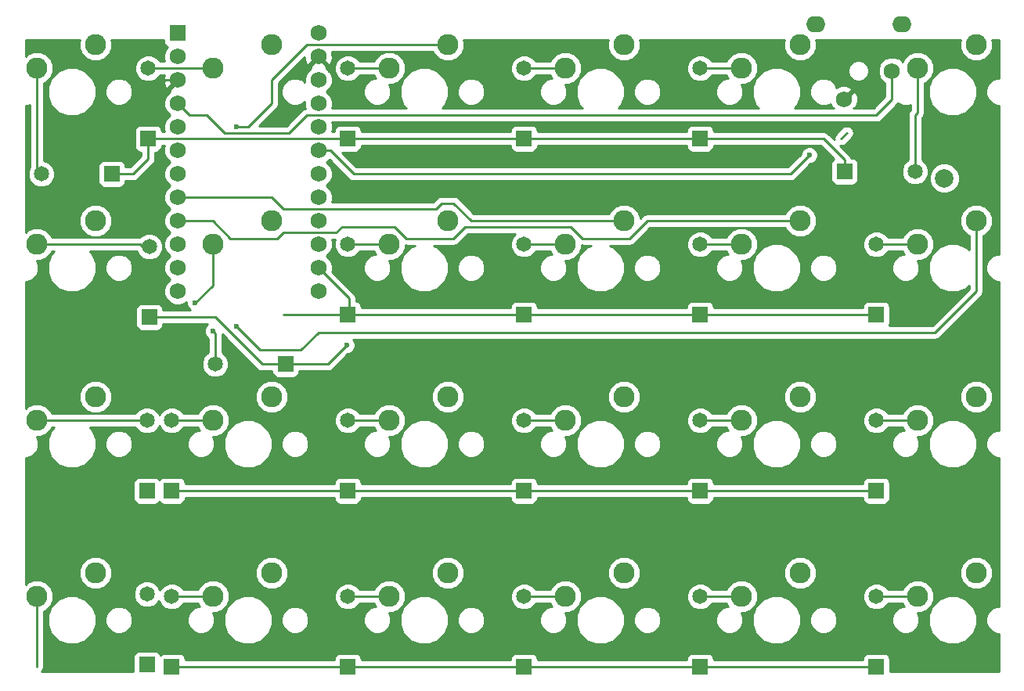
<source format=gbr>
G04 #@! TF.FileFunction,Copper,L2,Bot,Signal*
%FSLAX46Y46*%
G04 Gerber Fmt 4.6, Leading zero omitted, Abs format (unit mm)*
G04 Created by KiCad (PCBNEW 4.0.2-stable) date 11/23/2016 1:41:37 PM*
%MOMM*%
G01*
G04 APERTURE LIST*
%ADD10C,0.100000*%
%ADD11R,1.752600X1.752600*%
%ADD12C,1.752600*%
%ADD13C,2.286000*%
%ADD14C,1.651000*%
%ADD15R,1.651000X1.651000*%
%ADD16O,2.057400X1.752600*%
%ADD17C,1.998980*%
%ADD18C,0.600000*%
%ADD19C,0.250000*%
%ADD20C,0.254000*%
G04 APERTURE END LIST*
D10*
D11*
X52070000Y-34290000D03*
D12*
X52070000Y-36830000D03*
X52070000Y-39370000D03*
X52070000Y-41910000D03*
X52070000Y-44450000D03*
X52070000Y-46990000D03*
X52070000Y-49530000D03*
X52070000Y-52070000D03*
X52070000Y-54610000D03*
X52070000Y-57150000D03*
X52070000Y-59690000D03*
X52070000Y-62230000D03*
X67310000Y-62230000D03*
X67310000Y-59690000D03*
X67310000Y-57150000D03*
X67310000Y-54610000D03*
X67310000Y-52070000D03*
X67310000Y-49530000D03*
X67310000Y-46990000D03*
X67310000Y-39370000D03*
X67310000Y-36830000D03*
X67310000Y-34290000D03*
X67310000Y-44450000D03*
X67310000Y-41910000D03*
D13*
X62230000Y-35560000D03*
X55880000Y-38100000D03*
D14*
X37338000Y-49530000D03*
D15*
X44958000Y-49530000D03*
D14*
X49022000Y-57404000D03*
D15*
X49022000Y-65024000D03*
D14*
X48768000Y-76200000D03*
D15*
X48768000Y-83820000D03*
D14*
X48768000Y-94996000D03*
D15*
X48768000Y-102616000D03*
D14*
X48895000Y-38100000D03*
D15*
X48895000Y-45720000D03*
D14*
X56134000Y-70104000D03*
D15*
X63754000Y-70104000D03*
D14*
X51435000Y-76200000D03*
D15*
X51435000Y-83820000D03*
D14*
X51435000Y-95250000D03*
D15*
X51435000Y-102870000D03*
D14*
X70485000Y-38100000D03*
D15*
X70485000Y-45720000D03*
D14*
X70485000Y-57150000D03*
D15*
X70485000Y-64770000D03*
D14*
X70485000Y-76200000D03*
D15*
X70485000Y-83820000D03*
D14*
X70485000Y-95250000D03*
D15*
X70485000Y-102870000D03*
D14*
X89535000Y-38100000D03*
D15*
X89535000Y-45720000D03*
D14*
X89535000Y-57150000D03*
D15*
X89535000Y-64770000D03*
D14*
X89535000Y-76200000D03*
D15*
X89535000Y-83820000D03*
D14*
X89535000Y-95250000D03*
D15*
X89535000Y-102870000D03*
D14*
X108585000Y-38100000D03*
D15*
X108585000Y-45720000D03*
D14*
X108585000Y-57150000D03*
D15*
X108585000Y-64770000D03*
D14*
X108585000Y-76200000D03*
D15*
X108585000Y-83820000D03*
D14*
X108585000Y-95250000D03*
D15*
X108585000Y-102870000D03*
D14*
X131826000Y-49276000D03*
D15*
X124206000Y-49276000D03*
D14*
X127635000Y-57150000D03*
D15*
X127635000Y-64770000D03*
D14*
X127635000Y-76200000D03*
D15*
X127635000Y-83820000D03*
D14*
X127635000Y-95250000D03*
D15*
X127635000Y-102870000D03*
D13*
X43180000Y-35560000D03*
X36830000Y-38100000D03*
X43180000Y-54610000D03*
X36830000Y-57150000D03*
X43180000Y-73660000D03*
X36830000Y-76200000D03*
X43180000Y-92710000D03*
X36830000Y-95250000D03*
X62230000Y-54610000D03*
X55880000Y-57150000D03*
X62230000Y-73660000D03*
X55880000Y-76200000D03*
X62230000Y-92710000D03*
X55880000Y-95250000D03*
X81280000Y-35560000D03*
X74930000Y-38100000D03*
X81280000Y-54610000D03*
X74930000Y-57150000D03*
X81280000Y-73660000D03*
X74930000Y-76200000D03*
X81280000Y-92710000D03*
X74930000Y-95250000D03*
X100330000Y-35560000D03*
X93980000Y-38100000D03*
X100330000Y-54610000D03*
X93980000Y-57150000D03*
X100330000Y-73660000D03*
X93980000Y-76200000D03*
X100330000Y-92710000D03*
X93980000Y-95250000D03*
X119380000Y-35560000D03*
X113030000Y-38100000D03*
X119380000Y-54610000D03*
X113030000Y-57150000D03*
X119380000Y-73660000D03*
X113030000Y-76200000D03*
X119380000Y-92710000D03*
X113030000Y-95250000D03*
X138430000Y-35560000D03*
X132080000Y-38100000D03*
X138430000Y-54610000D03*
X132080000Y-57150000D03*
X138430000Y-73660000D03*
X132080000Y-76200000D03*
X138430000Y-92710000D03*
X132080000Y-95250000D03*
D16*
X121081800Y-33375600D03*
D12*
X129336800Y-38379400D03*
X124129800Y-41478200D03*
D16*
X130378200Y-33375600D03*
D17*
X135000000Y-50000000D03*
D18*
X55880000Y-66548000D03*
X53975000Y-63500000D03*
X58420000Y-44450000D03*
X58420000Y-66040000D03*
X70358000Y-68072000D03*
X120396000Y-47498000D03*
X40100000Y-49200000D03*
X45400000Y-65700000D03*
X39800000Y-64500000D03*
D19*
X123825000Y-45720000D02*
X124460000Y-45085000D01*
X36830000Y-49022000D02*
X36830000Y-45720000D01*
X36830000Y-45720000D02*
X36830000Y-38100000D01*
X36830000Y-49022000D02*
X37338000Y-49530000D01*
X48895000Y-45720000D02*
X48895000Y-47879000D01*
X47244000Y-49530000D02*
X44958000Y-49530000D01*
X48895000Y-47879000D02*
X47244000Y-49530000D01*
X108585000Y-45720000D02*
X89535000Y-45720000D01*
X124206000Y-49276000D02*
X124206000Y-48006000D01*
X121920000Y-45720000D02*
X108585000Y-45720000D01*
X124206000Y-48006000D02*
X121920000Y-45720000D01*
X70485000Y-45720000D02*
X89535000Y-45720000D01*
X48895000Y-45720000D02*
X70485000Y-45720000D01*
X36830000Y-57150000D02*
X48006000Y-57150000D01*
X48006000Y-57150000D02*
X48260000Y-57404000D01*
X48260000Y-57404000D02*
X49022000Y-57404000D01*
X36830000Y-76200000D02*
X48768000Y-76200000D01*
X108585000Y-83820000D02*
X127635000Y-83820000D01*
X89535000Y-83820000D02*
X108585000Y-83820000D01*
X70485000Y-83820000D02*
X89535000Y-83820000D01*
X51435000Y-83820000D02*
X70485000Y-83820000D01*
X36830000Y-95250000D02*
X36830000Y-102870000D01*
X108585000Y-102870000D02*
X127635000Y-102870000D01*
X89535000Y-102870000D02*
X108585000Y-102870000D01*
X70485000Y-102870000D02*
X89535000Y-102870000D01*
X51435000Y-102870000D02*
X70485000Y-102870000D01*
X55880000Y-38100000D02*
X48895000Y-38100000D01*
X56134000Y-70104000D02*
X56134000Y-66802000D01*
X56134000Y-66802000D02*
X55880000Y-66548000D01*
X55880000Y-61595000D02*
X55880000Y-57150000D01*
X53975000Y-63500000D02*
X55880000Y-61595000D01*
X55880000Y-76200000D02*
X51435000Y-76200000D01*
X55880000Y-95250000D02*
X51435000Y-95250000D01*
X74930000Y-38100000D02*
X70485000Y-38100000D01*
X74930000Y-57150000D02*
X70485000Y-57150000D01*
X74930000Y-76200000D02*
X70485000Y-76200000D01*
X74930000Y-95250000D02*
X70485000Y-95250000D01*
X89535000Y-38100000D02*
X93980000Y-38100000D01*
X93980000Y-57150000D02*
X89535000Y-57150000D01*
X93980000Y-76200000D02*
X89535000Y-76200000D01*
X93980000Y-95250000D02*
X89535000Y-95250000D01*
X113030000Y-38100000D02*
X108585000Y-38100000D01*
X113030000Y-57150000D02*
X108585000Y-57150000D01*
X108585000Y-76200000D02*
X113030000Y-76200000D01*
X113030000Y-95250000D02*
X108585000Y-95250000D01*
X131826000Y-49276000D02*
X131826000Y-43180000D01*
X132080000Y-42926000D02*
X132080000Y-38100000D01*
X131826000Y-43180000D02*
X132080000Y-42926000D01*
X132080000Y-57150000D02*
X127635000Y-57150000D01*
X127635000Y-76200000D02*
X132080000Y-76200000D01*
X132080000Y-95250000D02*
X127635000Y-95250000D01*
X81280000Y-35560000D02*
X66040000Y-35560000D01*
X59690000Y-44450000D02*
X58420000Y-44450000D01*
X62230000Y-41910000D02*
X59690000Y-44450000D01*
X62230000Y-39370000D02*
X62230000Y-41910000D01*
X66040000Y-35560000D02*
X62230000Y-39370000D01*
X100330000Y-54610000D02*
X83820000Y-54610000D01*
X62230000Y-52070000D02*
X52070000Y-52070000D01*
X63500000Y-53340000D02*
X62230000Y-52070000D01*
X80010000Y-53340000D02*
X63500000Y-53340000D01*
X80645000Y-52705000D02*
X80010000Y-53340000D01*
X81915000Y-52705000D02*
X80645000Y-52705000D01*
X83820000Y-54610000D02*
X81915000Y-52705000D01*
X119380000Y-54610000D02*
X102870000Y-54610000D01*
X55880000Y-54610000D02*
X52070000Y-54610000D01*
X57785000Y-56515000D02*
X55880000Y-54610000D01*
X62865000Y-56515000D02*
X57785000Y-56515000D01*
X63500000Y-55880000D02*
X62865000Y-56515000D01*
X69215000Y-55880000D02*
X63500000Y-55880000D01*
X69850000Y-55245000D02*
X69215000Y-55880000D01*
X75565000Y-55245000D02*
X69850000Y-55245000D01*
X76835000Y-56515000D02*
X75565000Y-55245000D01*
X81915000Y-56515000D02*
X76835000Y-56515000D01*
X83185000Y-55245000D02*
X81915000Y-56515000D01*
X94615000Y-55245000D02*
X83185000Y-55245000D01*
X95885000Y-56515000D02*
X94615000Y-55245000D01*
X100965000Y-56515000D02*
X95885000Y-56515000D01*
X102870000Y-54610000D02*
X100965000Y-56515000D01*
X138430000Y-54610000D02*
X138430000Y-62230000D01*
X60960000Y-68580000D02*
X58420000Y-66040000D01*
X65405000Y-68580000D02*
X60960000Y-68580000D01*
X67310000Y-66675000D02*
X65405000Y-68580000D01*
X133985000Y-66675000D02*
X67310000Y-66675000D01*
X138430000Y-62230000D02*
X133985000Y-66675000D01*
X63754000Y-70104000D02*
X61214000Y-70104000D01*
X56134000Y-65024000D02*
X49022000Y-65024000D01*
X61214000Y-70104000D02*
X56134000Y-65024000D01*
X63754000Y-70104000D02*
X68326000Y-70104000D01*
X68326000Y-70104000D02*
X70358000Y-68072000D01*
X67310000Y-59690000D02*
X70612000Y-62992000D01*
X70612000Y-62992000D02*
X70612000Y-64643000D01*
X70612000Y-64643000D02*
X70485000Y-64770000D01*
X70485000Y-64770000D02*
X63500000Y-64770000D01*
X89535000Y-64770000D02*
X70485000Y-64770000D01*
X108585000Y-64770000D02*
X89535000Y-64770000D01*
X127635000Y-64770000D02*
X108585000Y-64770000D01*
X68580000Y-46990000D02*
X71120000Y-49530000D01*
X68580000Y-46990000D02*
X67310000Y-46990000D01*
X118364000Y-49530000D02*
X71120000Y-49530000D01*
X120396000Y-47498000D02*
X118364000Y-49530000D01*
X52070000Y-41910000D02*
X53340000Y-43180000D01*
X129336800Y-41478200D02*
X129336800Y-38379400D01*
X127635000Y-43180000D02*
X129336800Y-41478200D01*
X66040000Y-43180000D02*
X127635000Y-43180000D01*
X64135000Y-45085000D02*
X66040000Y-43180000D01*
X57150000Y-45085000D02*
X64135000Y-45085000D01*
X55245000Y-43180000D02*
X57150000Y-45085000D01*
X53340000Y-43180000D02*
X55245000Y-43180000D01*
X50730000Y-39370000D02*
X43200000Y-46900000D01*
X43200000Y-46900000D02*
X42400000Y-46900000D01*
X42400000Y-46900000D02*
X40100000Y-49200000D01*
X52070000Y-39370000D02*
X50730000Y-39370000D01*
X41000000Y-65700000D02*
X45400000Y-65700000D01*
X39800000Y-64500000D02*
X41000000Y-65700000D01*
D20*
G36*
X41402309Y-35204782D02*
X41401692Y-35912114D01*
X41671806Y-36565840D01*
X42171529Y-37066436D01*
X42824782Y-37337691D01*
X43532114Y-37338308D01*
X44185840Y-37068194D01*
X44686436Y-36568471D01*
X44957691Y-35915218D01*
X44958308Y-35207886D01*
X44893897Y-35052000D01*
X50546260Y-35052000D01*
X50546260Y-35166300D01*
X50590538Y-35401617D01*
X50729610Y-35617741D01*
X50941810Y-35762731D01*
X50990157Y-35772522D01*
X50789529Y-35972800D01*
X50558963Y-36528065D01*
X50558438Y-37129297D01*
X50645499Y-37340000D01*
X50161238Y-37340000D01*
X50133874Y-37273774D01*
X49723387Y-36862570D01*
X49186786Y-36639754D01*
X48605763Y-36639247D01*
X48068774Y-36861126D01*
X47657570Y-37271613D01*
X47434754Y-37808214D01*
X47434247Y-38389237D01*
X47656126Y-38926226D01*
X48066613Y-39337430D01*
X48603214Y-39560246D01*
X49184237Y-39560753D01*
X49721226Y-39338874D01*
X50132430Y-38928387D01*
X50160827Y-38860000D01*
X50647331Y-38860000D01*
X50547118Y-39134997D01*
X50573109Y-39735668D01*
X50752973Y-40169896D01*
X51006999Y-40253396D01*
X51890395Y-39370000D01*
X51876253Y-39355858D01*
X52055858Y-39176253D01*
X52070000Y-39190395D01*
X52084143Y-39176253D01*
X52263748Y-39355858D01*
X52249605Y-39370000D01*
X52263748Y-39384143D01*
X52084143Y-39563748D01*
X52070000Y-39549605D01*
X51186604Y-40433001D01*
X51246447Y-40615056D01*
X51215036Y-40628035D01*
X50789529Y-41052800D01*
X50558963Y-41608065D01*
X50558438Y-42209297D01*
X50788035Y-42764964D01*
X51202698Y-43180351D01*
X50789529Y-43592800D01*
X50558963Y-44148065D01*
X50558438Y-44749297D01*
X50645499Y-44960000D01*
X50367940Y-44960000D01*
X50367940Y-44894500D01*
X50323662Y-44659183D01*
X50184590Y-44443059D01*
X49972390Y-44298069D01*
X49720500Y-44247060D01*
X48069500Y-44247060D01*
X47834183Y-44291338D01*
X47618059Y-44430410D01*
X47473069Y-44642610D01*
X47422060Y-44894500D01*
X47422060Y-46545500D01*
X47466338Y-46780817D01*
X47605410Y-46996941D01*
X47817610Y-47141931D01*
X48069500Y-47192940D01*
X48135000Y-47192940D01*
X48135000Y-47564198D01*
X46929198Y-48770000D01*
X46430940Y-48770000D01*
X46430940Y-48704500D01*
X46386662Y-48469183D01*
X46247590Y-48253059D01*
X46035390Y-48108069D01*
X45783500Y-48057060D01*
X44132500Y-48057060D01*
X43897183Y-48101338D01*
X43681059Y-48240410D01*
X43536069Y-48452610D01*
X43485060Y-48704500D01*
X43485060Y-50355500D01*
X43529338Y-50590817D01*
X43668410Y-50806941D01*
X43880610Y-50951931D01*
X44132500Y-51002940D01*
X45783500Y-51002940D01*
X46018817Y-50958662D01*
X46234941Y-50819590D01*
X46379931Y-50607390D01*
X46430940Y-50355500D01*
X46430940Y-50290000D01*
X47244000Y-50290000D01*
X47534839Y-50232148D01*
X47781401Y-50067401D01*
X49432401Y-48416401D01*
X49597148Y-48169839D01*
X49655000Y-47879000D01*
X49655000Y-47192940D01*
X49720500Y-47192940D01*
X49955817Y-47148662D01*
X50171941Y-47009590D01*
X50316931Y-46797390D01*
X50367940Y-46545500D01*
X50367940Y-46480000D01*
X50645359Y-46480000D01*
X50558963Y-46688065D01*
X50558438Y-47289297D01*
X50788035Y-47844964D01*
X51202698Y-48260351D01*
X50789529Y-48672800D01*
X50558963Y-49228065D01*
X50558438Y-49829297D01*
X50788035Y-50384964D01*
X51202698Y-50800351D01*
X50789529Y-51212800D01*
X50558963Y-51768065D01*
X50558438Y-52369297D01*
X50788035Y-52924964D01*
X51202698Y-53340351D01*
X50789529Y-53752800D01*
X50558963Y-54308065D01*
X50558438Y-54909297D01*
X50788035Y-55464964D01*
X51202698Y-55880351D01*
X50789529Y-56292800D01*
X50558963Y-56848065D01*
X50558438Y-57449297D01*
X50788035Y-58004964D01*
X51202698Y-58420351D01*
X50789529Y-58832800D01*
X50558963Y-59388065D01*
X50558438Y-59989297D01*
X50788035Y-60544964D01*
X51202698Y-60960351D01*
X50789529Y-61372800D01*
X50558963Y-61928065D01*
X50558438Y-62529297D01*
X50788035Y-63084964D01*
X51212800Y-63510471D01*
X51768065Y-63741037D01*
X52369297Y-63741562D01*
X52924964Y-63511965D01*
X53040089Y-63397041D01*
X53039838Y-63685167D01*
X53181883Y-64028943D01*
X53416530Y-64264000D01*
X50494940Y-64264000D01*
X50494940Y-64198500D01*
X50450662Y-63963183D01*
X50311590Y-63747059D01*
X50099390Y-63602069D01*
X49847500Y-63551060D01*
X48196500Y-63551060D01*
X47961183Y-63595338D01*
X47745059Y-63734410D01*
X47600069Y-63946610D01*
X47549060Y-64198500D01*
X47549060Y-65849500D01*
X47593338Y-66084817D01*
X47732410Y-66300941D01*
X47944610Y-66445931D01*
X48196500Y-66496940D01*
X49847500Y-66496940D01*
X50082817Y-66452662D01*
X50298941Y-66313590D01*
X50443931Y-66101390D01*
X50494940Y-65849500D01*
X50494940Y-65784000D01*
X55321889Y-65784000D01*
X55087808Y-66017673D01*
X54945162Y-66361201D01*
X54944838Y-66733167D01*
X55086883Y-67076943D01*
X55349673Y-67340192D01*
X55374000Y-67350294D01*
X55374000Y-68837762D01*
X55307774Y-68865126D01*
X54896570Y-69275613D01*
X54673754Y-69812214D01*
X54673247Y-70393237D01*
X54895126Y-70930226D01*
X55305613Y-71341430D01*
X55842214Y-71564246D01*
X56423237Y-71564753D01*
X56960226Y-71342874D01*
X57371430Y-70932387D01*
X57594246Y-70395786D01*
X57594753Y-69814763D01*
X57372874Y-69277774D01*
X56962387Y-68866570D01*
X56894000Y-68838173D01*
X56894000Y-66858802D01*
X60676599Y-70641401D01*
X60923161Y-70806148D01*
X61214000Y-70864000D01*
X62281060Y-70864000D01*
X62281060Y-70929500D01*
X62325338Y-71164817D01*
X62464410Y-71380941D01*
X62676610Y-71525931D01*
X62928500Y-71576940D01*
X64579500Y-71576940D01*
X64814817Y-71532662D01*
X65030941Y-71393590D01*
X65175931Y-71181390D01*
X65226940Y-70929500D01*
X65226940Y-70864000D01*
X68326000Y-70864000D01*
X68616839Y-70806148D01*
X68863401Y-70641401D01*
X70497680Y-69007122D01*
X70543167Y-69007162D01*
X70886943Y-68865117D01*
X71150192Y-68602327D01*
X71292838Y-68258799D01*
X71293162Y-67886833D01*
X71151117Y-67543057D01*
X71043248Y-67435000D01*
X133985000Y-67435000D01*
X134275839Y-67377148D01*
X134522401Y-67212401D01*
X138967401Y-62767401D01*
X139132148Y-62520840D01*
X139190000Y-62230000D01*
X139190000Y-56219773D01*
X139435840Y-56118194D01*
X139936436Y-55618471D01*
X140207691Y-54965218D01*
X140208308Y-54257886D01*
X139938194Y-53604160D01*
X139438471Y-53103564D01*
X138785218Y-52832309D01*
X138077886Y-52831692D01*
X137424160Y-53101806D01*
X136923564Y-53601529D01*
X136652309Y-54254782D01*
X136651692Y-54962114D01*
X136921806Y-55615840D01*
X137421529Y-56116436D01*
X137670000Y-56219610D01*
X137670000Y-57752035D01*
X137381096Y-57462627D01*
X136415215Y-57061558D01*
X135369374Y-57060645D01*
X134402793Y-57460028D01*
X133662627Y-58198904D01*
X133261558Y-59164785D01*
X133260645Y-60210626D01*
X133660028Y-61177207D01*
X134398904Y-61917373D01*
X135364785Y-62318442D01*
X136410626Y-62319355D01*
X137377207Y-61919972D01*
X137670000Y-61627689D01*
X137670000Y-61915198D01*
X133670198Y-65915000D01*
X129010735Y-65915000D01*
X129056931Y-65847390D01*
X129107940Y-65595500D01*
X129107940Y-63944500D01*
X129063662Y-63709183D01*
X128924590Y-63493059D01*
X128712390Y-63348069D01*
X128460500Y-63297060D01*
X126809500Y-63297060D01*
X126574183Y-63341338D01*
X126358059Y-63480410D01*
X126213069Y-63692610D01*
X126162060Y-63944500D01*
X126162060Y-64010000D01*
X110057940Y-64010000D01*
X110057940Y-63944500D01*
X110013662Y-63709183D01*
X109874590Y-63493059D01*
X109662390Y-63348069D01*
X109410500Y-63297060D01*
X107759500Y-63297060D01*
X107524183Y-63341338D01*
X107308059Y-63480410D01*
X107163069Y-63692610D01*
X107112060Y-63944500D01*
X107112060Y-64010000D01*
X91007940Y-64010000D01*
X91007940Y-63944500D01*
X90963662Y-63709183D01*
X90824590Y-63493059D01*
X90612390Y-63348069D01*
X90360500Y-63297060D01*
X88709500Y-63297060D01*
X88474183Y-63341338D01*
X88258059Y-63480410D01*
X88113069Y-63692610D01*
X88062060Y-63944500D01*
X88062060Y-64010000D01*
X71957940Y-64010000D01*
X71957940Y-63944500D01*
X71913662Y-63709183D01*
X71774590Y-63493059D01*
X71562390Y-63348069D01*
X71372000Y-63309514D01*
X71372000Y-62992000D01*
X71314148Y-62701161D01*
X71314148Y-62701160D01*
X71149401Y-62454599D01*
X68781633Y-60086831D01*
X68821037Y-59991935D01*
X68821562Y-59390703D01*
X68591965Y-58835036D01*
X68177302Y-58419649D01*
X68590471Y-58007200D01*
X68821037Y-57451935D01*
X68821562Y-56850703D01*
X68734501Y-56640000D01*
X69115364Y-56640000D01*
X69024754Y-56858214D01*
X69024247Y-57439237D01*
X69246126Y-57976226D01*
X69656613Y-58387430D01*
X70193214Y-58610246D01*
X70774237Y-58610753D01*
X71311226Y-58388874D01*
X71722430Y-57978387D01*
X71750827Y-57910000D01*
X73320227Y-57910000D01*
X73421806Y-58155840D01*
X73469815Y-58203933D01*
X73365733Y-58203842D01*
X72819405Y-58429580D01*
X72401049Y-58847206D01*
X72174358Y-59393139D01*
X72173842Y-59984267D01*
X72399580Y-60530595D01*
X72817206Y-60948951D01*
X73363139Y-61175642D01*
X73954267Y-61176158D01*
X74500595Y-60950420D01*
X74918951Y-60532794D01*
X75145642Y-59986861D01*
X75146158Y-59395733D01*
X74952903Y-58928021D01*
X75282114Y-58928308D01*
X75935840Y-58658194D01*
X76436436Y-58158471D01*
X76707691Y-57505218D01*
X76707914Y-57249721D01*
X76835000Y-57275000D01*
X77700595Y-57275000D01*
X77252793Y-57460028D01*
X76512627Y-58198904D01*
X76111558Y-59164785D01*
X76110645Y-60210626D01*
X76510028Y-61177207D01*
X77248904Y-61917373D01*
X78214785Y-62318442D01*
X79260626Y-62319355D01*
X80227207Y-61919972D01*
X80967373Y-61181096D01*
X81368442Y-60215215D01*
X81368643Y-59984267D01*
X82333842Y-59984267D01*
X82559580Y-60530595D01*
X82977206Y-60948951D01*
X83523139Y-61175642D01*
X84114267Y-61176158D01*
X84660595Y-60950420D01*
X85078951Y-60532794D01*
X85305642Y-59986861D01*
X85306158Y-59395733D01*
X85080420Y-58849405D01*
X84662794Y-58431049D01*
X84116861Y-58204358D01*
X83525733Y-58203842D01*
X82979405Y-58429580D01*
X82561049Y-58847206D01*
X82334358Y-59393139D01*
X82333842Y-59984267D01*
X81368643Y-59984267D01*
X81369355Y-59169374D01*
X80969972Y-58202793D01*
X80231096Y-57462627D01*
X79779240Y-57275000D01*
X81915000Y-57275000D01*
X82205839Y-57217148D01*
X82452401Y-57052401D01*
X83499802Y-56005000D01*
X88614736Y-56005000D01*
X88297570Y-56321613D01*
X88074754Y-56858214D01*
X88074247Y-57439237D01*
X88296126Y-57976226D01*
X88706613Y-58387430D01*
X89243214Y-58610246D01*
X89824237Y-58610753D01*
X90361226Y-58388874D01*
X90772430Y-57978387D01*
X90800827Y-57910000D01*
X92370227Y-57910000D01*
X92471806Y-58155840D01*
X92519815Y-58203933D01*
X92415733Y-58203842D01*
X91869405Y-58429580D01*
X91451049Y-58847206D01*
X91224358Y-59393139D01*
X91223842Y-59984267D01*
X91449580Y-60530595D01*
X91867206Y-60948951D01*
X92413139Y-61175642D01*
X93004267Y-61176158D01*
X93550595Y-60950420D01*
X93968951Y-60532794D01*
X94195642Y-59986861D01*
X94196158Y-59395733D01*
X94002903Y-58928021D01*
X94332114Y-58928308D01*
X94985840Y-58658194D01*
X95486436Y-58158471D01*
X95757691Y-57505218D01*
X95757914Y-57249721D01*
X95885000Y-57275000D01*
X96750595Y-57275000D01*
X96302793Y-57460028D01*
X95562627Y-58198904D01*
X95161558Y-59164785D01*
X95160645Y-60210626D01*
X95560028Y-61177207D01*
X96298904Y-61917373D01*
X97264785Y-62318442D01*
X98310626Y-62319355D01*
X99277207Y-61919972D01*
X100017373Y-61181096D01*
X100418442Y-60215215D01*
X100418643Y-59984267D01*
X101383842Y-59984267D01*
X101609580Y-60530595D01*
X102027206Y-60948951D01*
X102573139Y-61175642D01*
X103164267Y-61176158D01*
X103710595Y-60950420D01*
X104128951Y-60532794D01*
X104355642Y-59986861D01*
X104356158Y-59395733D01*
X104130420Y-58849405D01*
X103712794Y-58431049D01*
X103166861Y-58204358D01*
X102575733Y-58203842D01*
X102029405Y-58429580D01*
X101611049Y-58847206D01*
X101384358Y-59393139D01*
X101383842Y-59984267D01*
X100418643Y-59984267D01*
X100419355Y-59169374D01*
X100019972Y-58202793D01*
X99281096Y-57462627D01*
X99224767Y-57439237D01*
X107124247Y-57439237D01*
X107346126Y-57976226D01*
X107756613Y-58387430D01*
X108293214Y-58610246D01*
X108874237Y-58610753D01*
X109411226Y-58388874D01*
X109822430Y-57978387D01*
X109850827Y-57910000D01*
X111420227Y-57910000D01*
X111521806Y-58155840D01*
X111569815Y-58203933D01*
X111465733Y-58203842D01*
X110919405Y-58429580D01*
X110501049Y-58847206D01*
X110274358Y-59393139D01*
X110273842Y-59984267D01*
X110499580Y-60530595D01*
X110917206Y-60948951D01*
X111463139Y-61175642D01*
X112054267Y-61176158D01*
X112600595Y-60950420D01*
X113018951Y-60532794D01*
X113152726Y-60210626D01*
X114210645Y-60210626D01*
X114610028Y-61177207D01*
X115348904Y-61917373D01*
X116314785Y-62318442D01*
X117360626Y-62319355D01*
X118327207Y-61919972D01*
X119067373Y-61181096D01*
X119468442Y-60215215D01*
X119468643Y-59984267D01*
X120433842Y-59984267D01*
X120659580Y-60530595D01*
X121077206Y-60948951D01*
X121623139Y-61175642D01*
X122214267Y-61176158D01*
X122760595Y-60950420D01*
X123178951Y-60532794D01*
X123405642Y-59986861D01*
X123406158Y-59395733D01*
X123180420Y-58849405D01*
X122762794Y-58431049D01*
X122216861Y-58204358D01*
X121625733Y-58203842D01*
X121079405Y-58429580D01*
X120661049Y-58847206D01*
X120434358Y-59393139D01*
X120433842Y-59984267D01*
X119468643Y-59984267D01*
X119469355Y-59169374D01*
X119069972Y-58202793D01*
X118331096Y-57462627D01*
X118274767Y-57439237D01*
X126174247Y-57439237D01*
X126396126Y-57976226D01*
X126806613Y-58387430D01*
X127343214Y-58610246D01*
X127924237Y-58610753D01*
X128461226Y-58388874D01*
X128872430Y-57978387D01*
X128900827Y-57910000D01*
X130470227Y-57910000D01*
X130571806Y-58155840D01*
X130619815Y-58203933D01*
X130515733Y-58203842D01*
X129969405Y-58429580D01*
X129551049Y-58847206D01*
X129324358Y-59393139D01*
X129323842Y-59984267D01*
X129549580Y-60530595D01*
X129967206Y-60948951D01*
X130513139Y-61175642D01*
X131104267Y-61176158D01*
X131650595Y-60950420D01*
X132068951Y-60532794D01*
X132295642Y-59986861D01*
X132296158Y-59395733D01*
X132102903Y-58928021D01*
X132432114Y-58928308D01*
X133085840Y-58658194D01*
X133586436Y-58158471D01*
X133857691Y-57505218D01*
X133858308Y-56797886D01*
X133588194Y-56144160D01*
X133088471Y-55643564D01*
X132435218Y-55372309D01*
X131727886Y-55371692D01*
X131074160Y-55641806D01*
X130573564Y-56141529D01*
X130470390Y-56390000D01*
X128901238Y-56390000D01*
X128873874Y-56323774D01*
X128463387Y-55912570D01*
X127926786Y-55689754D01*
X127345763Y-55689247D01*
X126808774Y-55911126D01*
X126397570Y-56321613D01*
X126174754Y-56858214D01*
X126174247Y-57439237D01*
X118274767Y-57439237D01*
X117365215Y-57061558D01*
X116319374Y-57060645D01*
X115352793Y-57460028D01*
X114612627Y-58198904D01*
X114211558Y-59164785D01*
X114210645Y-60210626D01*
X113152726Y-60210626D01*
X113245642Y-59986861D01*
X113246158Y-59395733D01*
X113052903Y-58928021D01*
X113382114Y-58928308D01*
X114035840Y-58658194D01*
X114536436Y-58158471D01*
X114807691Y-57505218D01*
X114808308Y-56797886D01*
X114538194Y-56144160D01*
X114038471Y-55643564D01*
X113385218Y-55372309D01*
X112677886Y-55371692D01*
X112024160Y-55641806D01*
X111523564Y-56141529D01*
X111420390Y-56390000D01*
X109851238Y-56390000D01*
X109823874Y-56323774D01*
X109413387Y-55912570D01*
X108876786Y-55689754D01*
X108295763Y-55689247D01*
X107758774Y-55911126D01*
X107347570Y-56321613D01*
X107124754Y-56858214D01*
X107124247Y-57439237D01*
X99224767Y-57439237D01*
X98829240Y-57275000D01*
X100965000Y-57275000D01*
X101255839Y-57217148D01*
X101502401Y-57052401D01*
X103184802Y-55370000D01*
X117770227Y-55370000D01*
X117871806Y-55615840D01*
X118371529Y-56116436D01*
X119024782Y-56387691D01*
X119732114Y-56388308D01*
X120385840Y-56118194D01*
X120886436Y-55618471D01*
X121157691Y-54965218D01*
X121158308Y-54257886D01*
X120888194Y-53604160D01*
X120388471Y-53103564D01*
X119735218Y-52832309D01*
X119027886Y-52831692D01*
X118374160Y-53101806D01*
X117873564Y-53601529D01*
X117770390Y-53850000D01*
X102870000Y-53850000D01*
X102579161Y-53907852D01*
X102332599Y-54072599D01*
X102108274Y-54296924D01*
X102108308Y-54257886D01*
X101838194Y-53604160D01*
X101338471Y-53103564D01*
X100685218Y-52832309D01*
X99977886Y-52831692D01*
X99324160Y-53101806D01*
X98823564Y-53601529D01*
X98720390Y-53850000D01*
X84134802Y-53850000D01*
X82452401Y-52167599D01*
X82205839Y-52002852D01*
X81915000Y-51945000D01*
X80645000Y-51945000D01*
X80354161Y-52002852D01*
X80107599Y-52167599D01*
X79695198Y-52580000D01*
X68734641Y-52580000D01*
X68821037Y-52371935D01*
X68821562Y-51770703D01*
X68591965Y-51215036D01*
X68177302Y-50799649D01*
X68590471Y-50387200D01*
X68821037Y-49831935D01*
X68821562Y-49230703D01*
X68591965Y-48675036D01*
X68177302Y-48259649D01*
X68476335Y-47961137D01*
X70582599Y-50067401D01*
X70829160Y-50232148D01*
X70877414Y-50241746D01*
X71120000Y-50290000D01*
X118364000Y-50290000D01*
X118654839Y-50232148D01*
X118901401Y-50067401D01*
X120535680Y-48433122D01*
X120581167Y-48433162D01*
X120924943Y-48291117D01*
X121188192Y-48028327D01*
X121330838Y-47684799D01*
X121331162Y-47312833D01*
X121189117Y-46969057D01*
X120926327Y-46705808D01*
X120582799Y-46563162D01*
X120210833Y-46562838D01*
X119867057Y-46704883D01*
X119603808Y-46967673D01*
X119461162Y-47311201D01*
X119461121Y-47358077D01*
X118049198Y-48770000D01*
X71434802Y-48770000D01*
X69857742Y-47192940D01*
X71310500Y-47192940D01*
X71545817Y-47148662D01*
X71761941Y-47009590D01*
X71906931Y-46797390D01*
X71957940Y-46545500D01*
X71957940Y-46480000D01*
X88062060Y-46480000D01*
X88062060Y-46545500D01*
X88106338Y-46780817D01*
X88245410Y-46996941D01*
X88457610Y-47141931D01*
X88709500Y-47192940D01*
X90360500Y-47192940D01*
X90595817Y-47148662D01*
X90811941Y-47009590D01*
X90956931Y-46797390D01*
X91007940Y-46545500D01*
X91007940Y-46480000D01*
X107112060Y-46480000D01*
X107112060Y-46545500D01*
X107156338Y-46780817D01*
X107295410Y-46996941D01*
X107507610Y-47141931D01*
X107759500Y-47192940D01*
X109410500Y-47192940D01*
X109645817Y-47148662D01*
X109861941Y-47009590D01*
X110006931Y-46797390D01*
X110057940Y-46545500D01*
X110057940Y-46480000D01*
X121605198Y-46480000D01*
X123040134Y-47914936D01*
X122929059Y-47986410D01*
X122784069Y-48198610D01*
X122733060Y-48450500D01*
X122733060Y-50101500D01*
X122777338Y-50336817D01*
X122916410Y-50552941D01*
X123128610Y-50697931D01*
X123380500Y-50748940D01*
X125031500Y-50748940D01*
X125266817Y-50704662D01*
X125482941Y-50565590D01*
X125627931Y-50353390D01*
X125678940Y-50101500D01*
X125678940Y-48450500D01*
X125634662Y-48215183D01*
X125495590Y-47999059D01*
X125283390Y-47854069D01*
X125031500Y-47803060D01*
X124925632Y-47803060D01*
X124908148Y-47715160D01*
X124743401Y-47468599D01*
X123737371Y-46462569D01*
X123825000Y-46480000D01*
X124115839Y-46422148D01*
X124362401Y-46257401D01*
X124997401Y-45622401D01*
X125162148Y-45375839D01*
X125220000Y-45085000D01*
X125162148Y-44794160D01*
X124997401Y-44547599D01*
X124750840Y-44382852D01*
X124460000Y-44325000D01*
X124169161Y-44382852D01*
X123922599Y-44547599D01*
X123287599Y-45182599D01*
X123122852Y-45429161D01*
X123065000Y-45720000D01*
X123082431Y-45807629D01*
X122457401Y-45182599D01*
X122210839Y-45017852D01*
X121920000Y-44960000D01*
X110057940Y-44960000D01*
X110057940Y-44894500D01*
X110013662Y-44659183D01*
X109874590Y-44443059D01*
X109662390Y-44298069D01*
X109410500Y-44247060D01*
X107759500Y-44247060D01*
X107524183Y-44291338D01*
X107308059Y-44430410D01*
X107163069Y-44642610D01*
X107112060Y-44894500D01*
X107112060Y-44960000D01*
X91007940Y-44960000D01*
X91007940Y-44894500D01*
X90963662Y-44659183D01*
X90824590Y-44443059D01*
X90612390Y-44298069D01*
X90360500Y-44247060D01*
X88709500Y-44247060D01*
X88474183Y-44291338D01*
X88258059Y-44430410D01*
X88113069Y-44642610D01*
X88062060Y-44894500D01*
X88062060Y-44960000D01*
X71957940Y-44960000D01*
X71957940Y-44894500D01*
X71913662Y-44659183D01*
X71774590Y-44443059D01*
X71562390Y-44298069D01*
X71310500Y-44247060D01*
X69659500Y-44247060D01*
X69424183Y-44291338D01*
X69208059Y-44430410D01*
X69063069Y-44642610D01*
X69012060Y-44894500D01*
X69012060Y-44960000D01*
X68734641Y-44960000D01*
X68821037Y-44751935D01*
X68821562Y-44150703D01*
X68734501Y-43940000D01*
X127635000Y-43940000D01*
X127925839Y-43882148D01*
X128172401Y-43717401D01*
X129874201Y-42015601D01*
X129958183Y-41889912D01*
X129967206Y-41898951D01*
X130513139Y-42125642D01*
X131104267Y-42126158D01*
X131320000Y-42037019D01*
X131320000Y-42611198D01*
X131288599Y-42642599D01*
X131123852Y-42889161D01*
X131066000Y-43180000D01*
X131066000Y-48009762D01*
X130999774Y-48037126D01*
X130588570Y-48447613D01*
X130365754Y-48984214D01*
X130365247Y-49565237D01*
X130587126Y-50102226D01*
X130997613Y-50513430D01*
X131534214Y-50736246D01*
X132115237Y-50736753D01*
X132652226Y-50514874D01*
X132843739Y-50323694D01*
X133365226Y-50323694D01*
X133613538Y-50924655D01*
X134072927Y-51384846D01*
X134673453Y-51634206D01*
X135323694Y-51634774D01*
X135924655Y-51386462D01*
X136384846Y-50927073D01*
X136634206Y-50326547D01*
X136634774Y-49676306D01*
X136386462Y-49075345D01*
X135927073Y-48615154D01*
X135326547Y-48365794D01*
X134676306Y-48365226D01*
X134075345Y-48613538D01*
X133615154Y-49072927D01*
X133365794Y-49673453D01*
X133365226Y-50323694D01*
X132843739Y-50323694D01*
X133063430Y-50104387D01*
X133286246Y-49567786D01*
X133286753Y-48986763D01*
X133064874Y-48449774D01*
X132654387Y-48038570D01*
X132586000Y-48010173D01*
X132586000Y-43494802D01*
X132617401Y-43463401D01*
X132782148Y-43216840D01*
X132840000Y-42926000D01*
X132840000Y-41160626D01*
X133260645Y-41160626D01*
X133660028Y-42127207D01*
X134398904Y-42867373D01*
X135364785Y-43268442D01*
X136410626Y-43269355D01*
X137377207Y-42869972D01*
X138117373Y-42131096D01*
X138518442Y-41165215D01*
X138519355Y-40119374D01*
X138119972Y-39152793D01*
X137381096Y-38412627D01*
X136415215Y-38011558D01*
X135369374Y-38010645D01*
X134402793Y-38410028D01*
X133662627Y-39148904D01*
X133261558Y-40114785D01*
X133260645Y-41160626D01*
X132840000Y-41160626D01*
X132840000Y-39709773D01*
X133085840Y-39608194D01*
X133586436Y-39108471D01*
X133857691Y-38455218D01*
X133858308Y-37747886D01*
X133588194Y-37094160D01*
X133088471Y-36593564D01*
X132435218Y-36322309D01*
X131727886Y-36321692D01*
X131074160Y-36591806D01*
X130573564Y-37091529D01*
X130459891Y-37365284D01*
X130194000Y-37098929D01*
X129638735Y-36868363D01*
X129037503Y-36867838D01*
X128481836Y-37097435D01*
X128056329Y-37522200D01*
X127825763Y-38077465D01*
X127825238Y-38678697D01*
X128054835Y-39234364D01*
X128479600Y-39659871D01*
X128576800Y-39700232D01*
X128576800Y-41163398D01*
X127320198Y-42420000D01*
X125251208Y-42420000D01*
X125192803Y-42361595D01*
X125446827Y-42278096D01*
X125652682Y-41713203D01*
X125626691Y-41112532D01*
X125446827Y-40678304D01*
X125192801Y-40594804D01*
X124309405Y-41478200D01*
X124323548Y-41492343D01*
X124143943Y-41671948D01*
X124129800Y-41657805D01*
X124115658Y-41671948D01*
X123936053Y-41492343D01*
X123950195Y-41478200D01*
X123936053Y-41464058D01*
X124115658Y-41284453D01*
X124129800Y-41298595D01*
X125013196Y-40415199D01*
X124929696Y-40161173D01*
X124364803Y-39955318D01*
X123764132Y-39981309D01*
X123329904Y-40161173D01*
X123329902Y-40161179D01*
X123180420Y-39799405D01*
X122762794Y-39381049D01*
X122216861Y-39154358D01*
X121625733Y-39153842D01*
X121079405Y-39379580D01*
X120661049Y-39797206D01*
X120434358Y-40343139D01*
X120433842Y-40934267D01*
X120659580Y-41480595D01*
X121077206Y-41898951D01*
X121623139Y-42125642D01*
X122214267Y-42126158D01*
X122671570Y-41937204D01*
X122812773Y-42278096D01*
X123066797Y-42361595D01*
X123008392Y-42420000D01*
X118777965Y-42420000D01*
X119067373Y-42131096D01*
X119468442Y-41165215D01*
X119469355Y-40119374D01*
X119069972Y-39152793D01*
X118521381Y-38603244D01*
X124599504Y-38603244D01*
X124771219Y-39018827D01*
X125088900Y-39337063D01*
X125504183Y-39509503D01*
X125953844Y-39509896D01*
X126369427Y-39338181D01*
X126687663Y-39020500D01*
X126860103Y-38605217D01*
X126860496Y-38155556D01*
X126688781Y-37739973D01*
X126371100Y-37421737D01*
X125955817Y-37249297D01*
X125506156Y-37248904D01*
X125090573Y-37420619D01*
X124772337Y-37738300D01*
X124599897Y-38153583D01*
X124599504Y-38603244D01*
X118521381Y-38603244D01*
X118331096Y-38412627D01*
X117365215Y-38011558D01*
X116319374Y-38010645D01*
X115352793Y-38410028D01*
X114612627Y-39148904D01*
X114211558Y-40114785D01*
X114210645Y-41160626D01*
X114610028Y-42127207D01*
X114902311Y-42420000D01*
X99727965Y-42420000D01*
X100017373Y-42131096D01*
X100418442Y-41165215D01*
X100418643Y-40934267D01*
X101383842Y-40934267D01*
X101609580Y-41480595D01*
X102027206Y-41898951D01*
X102573139Y-42125642D01*
X103164267Y-42126158D01*
X103710595Y-41900420D01*
X104128951Y-41482794D01*
X104355642Y-40936861D01*
X104356158Y-40345733D01*
X104130420Y-39799405D01*
X103712794Y-39381049D01*
X103166861Y-39154358D01*
X102575733Y-39153842D01*
X102029405Y-39379580D01*
X101611049Y-39797206D01*
X101384358Y-40343139D01*
X101383842Y-40934267D01*
X100418643Y-40934267D01*
X100419355Y-40119374D01*
X100019972Y-39152793D01*
X99281096Y-38412627D01*
X99224767Y-38389237D01*
X107124247Y-38389237D01*
X107346126Y-38926226D01*
X107756613Y-39337430D01*
X108293214Y-39560246D01*
X108874237Y-39560753D01*
X109411226Y-39338874D01*
X109822430Y-38928387D01*
X109850827Y-38860000D01*
X111420227Y-38860000D01*
X111521806Y-39105840D01*
X111569815Y-39153933D01*
X111465733Y-39153842D01*
X110919405Y-39379580D01*
X110501049Y-39797206D01*
X110274358Y-40343139D01*
X110273842Y-40934267D01*
X110499580Y-41480595D01*
X110917206Y-41898951D01*
X111463139Y-42125642D01*
X112054267Y-42126158D01*
X112600595Y-41900420D01*
X113018951Y-41482794D01*
X113245642Y-40936861D01*
X113246158Y-40345733D01*
X113052903Y-39878021D01*
X113382114Y-39878308D01*
X114035840Y-39608194D01*
X114536436Y-39108471D01*
X114807691Y-38455218D01*
X114808308Y-37747886D01*
X114538194Y-37094160D01*
X114038471Y-36593564D01*
X113385218Y-36322309D01*
X112677886Y-36321692D01*
X112024160Y-36591806D01*
X111523564Y-37091529D01*
X111420390Y-37340000D01*
X109851238Y-37340000D01*
X109823874Y-37273774D01*
X109413387Y-36862570D01*
X108876786Y-36639754D01*
X108295763Y-36639247D01*
X107758774Y-36861126D01*
X107347570Y-37271613D01*
X107124754Y-37808214D01*
X107124247Y-38389237D01*
X99224767Y-38389237D01*
X98315215Y-38011558D01*
X97269374Y-38010645D01*
X96302793Y-38410028D01*
X95562627Y-39148904D01*
X95161558Y-40114785D01*
X95160645Y-41160626D01*
X95560028Y-42127207D01*
X95852311Y-42420000D01*
X80677965Y-42420000D01*
X80967373Y-42131096D01*
X81368442Y-41165215D01*
X81368643Y-40934267D01*
X82333842Y-40934267D01*
X82559580Y-41480595D01*
X82977206Y-41898951D01*
X83523139Y-42125642D01*
X84114267Y-42126158D01*
X84660595Y-41900420D01*
X85078951Y-41482794D01*
X85305642Y-40936861D01*
X85306158Y-40345733D01*
X85080420Y-39799405D01*
X84662794Y-39381049D01*
X84116861Y-39154358D01*
X83525733Y-39153842D01*
X82979405Y-39379580D01*
X82561049Y-39797206D01*
X82334358Y-40343139D01*
X82333842Y-40934267D01*
X81368643Y-40934267D01*
X81369355Y-40119374D01*
X80969972Y-39152793D01*
X80231096Y-38412627D01*
X80174767Y-38389237D01*
X88074247Y-38389237D01*
X88296126Y-38926226D01*
X88706613Y-39337430D01*
X89243214Y-39560246D01*
X89824237Y-39560753D01*
X90361226Y-39338874D01*
X90772430Y-38928387D01*
X90800827Y-38860000D01*
X92370227Y-38860000D01*
X92471806Y-39105840D01*
X92519815Y-39153933D01*
X92415733Y-39153842D01*
X91869405Y-39379580D01*
X91451049Y-39797206D01*
X91224358Y-40343139D01*
X91223842Y-40934267D01*
X91449580Y-41480595D01*
X91867206Y-41898951D01*
X92413139Y-42125642D01*
X93004267Y-42126158D01*
X93550595Y-41900420D01*
X93968951Y-41482794D01*
X94195642Y-40936861D01*
X94196158Y-40345733D01*
X94002903Y-39878021D01*
X94332114Y-39878308D01*
X94985840Y-39608194D01*
X95486436Y-39108471D01*
X95757691Y-38455218D01*
X95758308Y-37747886D01*
X95488194Y-37094160D01*
X94988471Y-36593564D01*
X94335218Y-36322309D01*
X93627886Y-36321692D01*
X92974160Y-36591806D01*
X92473564Y-37091529D01*
X92370390Y-37340000D01*
X90801238Y-37340000D01*
X90773874Y-37273774D01*
X90363387Y-36862570D01*
X89826786Y-36639754D01*
X89245763Y-36639247D01*
X88708774Y-36861126D01*
X88297570Y-37271613D01*
X88074754Y-37808214D01*
X88074247Y-38389237D01*
X80174767Y-38389237D01*
X79265215Y-38011558D01*
X78219374Y-38010645D01*
X77252793Y-38410028D01*
X76512627Y-39148904D01*
X76111558Y-40114785D01*
X76110645Y-41160626D01*
X76510028Y-42127207D01*
X76802311Y-42420000D01*
X68734641Y-42420000D01*
X68821037Y-42211935D01*
X68821562Y-41610703D01*
X68591965Y-41055036D01*
X68177302Y-40639649D01*
X68590471Y-40227200D01*
X68821037Y-39671935D01*
X68821562Y-39070703D01*
X68591965Y-38515036D01*
X68466386Y-38389237D01*
X69024247Y-38389237D01*
X69246126Y-38926226D01*
X69656613Y-39337430D01*
X70193214Y-39560246D01*
X70774237Y-39560753D01*
X71311226Y-39338874D01*
X71722430Y-38928387D01*
X71750827Y-38860000D01*
X73320227Y-38860000D01*
X73421806Y-39105840D01*
X73469815Y-39153933D01*
X73365733Y-39153842D01*
X72819405Y-39379580D01*
X72401049Y-39797206D01*
X72174358Y-40343139D01*
X72173842Y-40934267D01*
X72399580Y-41480595D01*
X72817206Y-41898951D01*
X73363139Y-42125642D01*
X73954267Y-42126158D01*
X74500595Y-41900420D01*
X74918951Y-41482794D01*
X75145642Y-40936861D01*
X75146158Y-40345733D01*
X74952903Y-39878021D01*
X75282114Y-39878308D01*
X75935840Y-39608194D01*
X76436436Y-39108471D01*
X76707691Y-38455218D01*
X76708308Y-37747886D01*
X76438194Y-37094160D01*
X75938471Y-36593564D01*
X75285218Y-36322309D01*
X74577886Y-36321692D01*
X73924160Y-36591806D01*
X73423564Y-37091529D01*
X73320390Y-37340000D01*
X71751238Y-37340000D01*
X71723874Y-37273774D01*
X71313387Y-36862570D01*
X70776786Y-36639754D01*
X70195763Y-36639247D01*
X69658774Y-36861126D01*
X69247570Y-37271613D01*
X69024754Y-37808214D01*
X69024247Y-38389237D01*
X68466386Y-38389237D01*
X68167200Y-38089529D01*
X68133408Y-38075497D01*
X68193396Y-37893001D01*
X67310000Y-37009605D01*
X66426604Y-37893001D01*
X66486447Y-38075056D01*
X66455036Y-38088035D01*
X66029529Y-38512800D01*
X65798963Y-39068065D01*
X65798527Y-39567107D01*
X65612794Y-39381049D01*
X65066861Y-39154358D01*
X64475733Y-39153842D01*
X63929405Y-39379580D01*
X63511049Y-39797206D01*
X63284358Y-40343139D01*
X63283842Y-40934267D01*
X63509580Y-41480595D01*
X63927206Y-41898951D01*
X64473139Y-42125642D01*
X65064267Y-42126158D01*
X65610595Y-41900420D01*
X65798872Y-41712472D01*
X65798438Y-42209297D01*
X65897233Y-42448398D01*
X65749161Y-42477852D01*
X65502599Y-42642599D01*
X63820198Y-44325000D01*
X60889802Y-44325000D01*
X62767401Y-42447401D01*
X62932148Y-42200840D01*
X62968994Y-42015601D01*
X62990000Y-41910000D01*
X62990000Y-39684802D01*
X65799257Y-36875545D01*
X65813109Y-37195668D01*
X65992973Y-37629896D01*
X66246999Y-37713396D01*
X67130395Y-36830000D01*
X67116253Y-36815858D01*
X67295858Y-36636253D01*
X67310000Y-36650395D01*
X67324143Y-36636253D01*
X67503748Y-36815858D01*
X67489605Y-36830000D01*
X68373001Y-37713396D01*
X68627027Y-37629896D01*
X68832882Y-37065003D01*
X68806891Y-36464332D01*
X68747106Y-36320000D01*
X79670227Y-36320000D01*
X79771806Y-36565840D01*
X80271529Y-37066436D01*
X80924782Y-37337691D01*
X81632114Y-37338308D01*
X82285840Y-37068194D01*
X82786436Y-36568471D01*
X83057691Y-35915218D01*
X83058308Y-35207886D01*
X82993897Y-35052000D01*
X98615750Y-35052000D01*
X98552309Y-35204782D01*
X98551692Y-35912114D01*
X98821806Y-36565840D01*
X99321529Y-37066436D01*
X99974782Y-37337691D01*
X100682114Y-37338308D01*
X101335840Y-37068194D01*
X101836436Y-36568471D01*
X102107691Y-35915218D01*
X102108308Y-35207886D01*
X102043897Y-35052000D01*
X117665750Y-35052000D01*
X117602309Y-35204782D01*
X117601692Y-35912114D01*
X117871806Y-36565840D01*
X118371529Y-37066436D01*
X119024782Y-37337691D01*
X119732114Y-37338308D01*
X120385840Y-37068194D01*
X120886436Y-36568471D01*
X121157691Y-35915218D01*
X121158308Y-35207886D01*
X121093897Y-35052000D01*
X136715750Y-35052000D01*
X136652309Y-35204782D01*
X136651692Y-35912114D01*
X136921806Y-36565840D01*
X137421529Y-37066436D01*
X138074782Y-37337691D01*
X138782114Y-37338308D01*
X139435840Y-37068194D01*
X139936436Y-36568471D01*
X140207691Y-35915218D01*
X140208308Y-35207886D01*
X140143897Y-35052000D01*
X140895000Y-35052000D01*
X140895000Y-39154033D01*
X140675733Y-39153842D01*
X140129405Y-39379580D01*
X139711049Y-39797206D01*
X139484358Y-40343139D01*
X139483842Y-40934267D01*
X139709580Y-41480595D01*
X140127206Y-41898951D01*
X140673139Y-42125642D01*
X140895000Y-42125836D01*
X140895000Y-58204033D01*
X140675733Y-58203842D01*
X140129405Y-58429580D01*
X139711049Y-58847206D01*
X139484358Y-59393139D01*
X139483842Y-59984267D01*
X139709580Y-60530595D01*
X140127206Y-60948951D01*
X140673139Y-61175642D01*
X140895000Y-61175836D01*
X140895000Y-77254033D01*
X140675733Y-77253842D01*
X140129405Y-77479580D01*
X139711049Y-77897206D01*
X139484358Y-78443139D01*
X139483842Y-79034267D01*
X139709580Y-79580595D01*
X140127206Y-79998951D01*
X140673139Y-80225642D01*
X140895000Y-80225836D01*
X140895000Y-96304033D01*
X140675733Y-96303842D01*
X140129405Y-96529580D01*
X139711049Y-96947206D01*
X139484358Y-97493139D01*
X139483842Y-98084267D01*
X139709580Y-98630595D01*
X140127206Y-99048951D01*
X140673139Y-99275642D01*
X140895000Y-99275836D01*
X140895000Y-103378000D01*
X129107940Y-103378000D01*
X129107940Y-102044500D01*
X129063662Y-101809183D01*
X128924590Y-101593059D01*
X128712390Y-101448069D01*
X128460500Y-101397060D01*
X126809500Y-101397060D01*
X126574183Y-101441338D01*
X126358059Y-101580410D01*
X126213069Y-101792610D01*
X126162060Y-102044500D01*
X126162060Y-102110000D01*
X110057940Y-102110000D01*
X110057940Y-102044500D01*
X110013662Y-101809183D01*
X109874590Y-101593059D01*
X109662390Y-101448069D01*
X109410500Y-101397060D01*
X107759500Y-101397060D01*
X107524183Y-101441338D01*
X107308059Y-101580410D01*
X107163069Y-101792610D01*
X107112060Y-102044500D01*
X107112060Y-102110000D01*
X91007940Y-102110000D01*
X91007940Y-102044500D01*
X90963662Y-101809183D01*
X90824590Y-101593059D01*
X90612390Y-101448069D01*
X90360500Y-101397060D01*
X88709500Y-101397060D01*
X88474183Y-101441338D01*
X88258059Y-101580410D01*
X88113069Y-101792610D01*
X88062060Y-102044500D01*
X88062060Y-102110000D01*
X71957940Y-102110000D01*
X71957940Y-102044500D01*
X71913662Y-101809183D01*
X71774590Y-101593059D01*
X71562390Y-101448069D01*
X71310500Y-101397060D01*
X69659500Y-101397060D01*
X69424183Y-101441338D01*
X69208059Y-101580410D01*
X69063069Y-101792610D01*
X69012060Y-102044500D01*
X69012060Y-102110000D01*
X52907940Y-102110000D01*
X52907940Y-102044500D01*
X52863662Y-101809183D01*
X52724590Y-101593059D01*
X52512390Y-101448069D01*
X52260500Y-101397060D01*
X50609500Y-101397060D01*
X50374183Y-101441338D01*
X50196727Y-101555528D01*
X50196662Y-101555183D01*
X50057590Y-101339059D01*
X49845390Y-101194069D01*
X49593500Y-101143060D01*
X47942500Y-101143060D01*
X47707183Y-101187338D01*
X47491059Y-101326410D01*
X47346069Y-101538610D01*
X47295060Y-101790500D01*
X47295060Y-103378000D01*
X37387046Y-103378000D01*
X37532148Y-103160839D01*
X37590000Y-102870000D01*
X37590000Y-98310626D01*
X38010645Y-98310626D01*
X38410028Y-99277207D01*
X39148904Y-100017373D01*
X40114785Y-100418442D01*
X41160626Y-100419355D01*
X42127207Y-100019972D01*
X42867373Y-99281096D01*
X43268442Y-98315215D01*
X43268643Y-98084267D01*
X44233842Y-98084267D01*
X44459580Y-98630595D01*
X44877206Y-99048951D01*
X45423139Y-99275642D01*
X46014267Y-99276158D01*
X46560595Y-99050420D01*
X46978951Y-98632794D01*
X47205642Y-98086861D01*
X47206158Y-97495733D01*
X46980420Y-96949405D01*
X46562794Y-96531049D01*
X46016861Y-96304358D01*
X45425733Y-96303842D01*
X44879405Y-96529580D01*
X44461049Y-96947206D01*
X44234358Y-97493139D01*
X44233842Y-98084267D01*
X43268643Y-98084267D01*
X43269355Y-97269374D01*
X42869972Y-96302793D01*
X42131096Y-95562627D01*
X41463067Y-95285237D01*
X47307247Y-95285237D01*
X47529126Y-95822226D01*
X47939613Y-96233430D01*
X48476214Y-96456246D01*
X49057237Y-96456753D01*
X49594226Y-96234874D01*
X50005430Y-95824387D01*
X50048856Y-95719805D01*
X50196126Y-96076226D01*
X50606613Y-96487430D01*
X51143214Y-96710246D01*
X51724237Y-96710753D01*
X52261226Y-96488874D01*
X52672430Y-96078387D01*
X52700827Y-96010000D01*
X54270227Y-96010000D01*
X54371806Y-96255840D01*
X54419815Y-96303933D01*
X54315733Y-96303842D01*
X53769405Y-96529580D01*
X53351049Y-96947206D01*
X53124358Y-97493139D01*
X53123842Y-98084267D01*
X53349580Y-98630595D01*
X53767206Y-99048951D01*
X54313139Y-99275642D01*
X54904267Y-99276158D01*
X55450595Y-99050420D01*
X55868951Y-98632794D01*
X56002726Y-98310626D01*
X57060645Y-98310626D01*
X57460028Y-99277207D01*
X58198904Y-100017373D01*
X59164785Y-100418442D01*
X60210626Y-100419355D01*
X61177207Y-100019972D01*
X61917373Y-99281096D01*
X62318442Y-98315215D01*
X62318643Y-98084267D01*
X63283842Y-98084267D01*
X63509580Y-98630595D01*
X63927206Y-99048951D01*
X64473139Y-99275642D01*
X65064267Y-99276158D01*
X65610595Y-99050420D01*
X66028951Y-98632794D01*
X66255642Y-98086861D01*
X66256158Y-97495733D01*
X66030420Y-96949405D01*
X65612794Y-96531049D01*
X65066861Y-96304358D01*
X64475733Y-96303842D01*
X63929405Y-96529580D01*
X63511049Y-96947206D01*
X63284358Y-97493139D01*
X63283842Y-98084267D01*
X62318643Y-98084267D01*
X62319355Y-97269374D01*
X61919972Y-96302793D01*
X61181096Y-95562627D01*
X61124767Y-95539237D01*
X69024247Y-95539237D01*
X69246126Y-96076226D01*
X69656613Y-96487430D01*
X70193214Y-96710246D01*
X70774237Y-96710753D01*
X71311226Y-96488874D01*
X71722430Y-96078387D01*
X71750827Y-96010000D01*
X73320227Y-96010000D01*
X73421806Y-96255840D01*
X73469815Y-96303933D01*
X73365733Y-96303842D01*
X72819405Y-96529580D01*
X72401049Y-96947206D01*
X72174358Y-97493139D01*
X72173842Y-98084267D01*
X72399580Y-98630595D01*
X72817206Y-99048951D01*
X73363139Y-99275642D01*
X73954267Y-99276158D01*
X74500595Y-99050420D01*
X74918951Y-98632794D01*
X75052726Y-98310626D01*
X76110645Y-98310626D01*
X76510028Y-99277207D01*
X77248904Y-100017373D01*
X78214785Y-100418442D01*
X79260626Y-100419355D01*
X80227207Y-100019972D01*
X80967373Y-99281096D01*
X81368442Y-98315215D01*
X81368643Y-98084267D01*
X82333842Y-98084267D01*
X82559580Y-98630595D01*
X82977206Y-99048951D01*
X83523139Y-99275642D01*
X84114267Y-99276158D01*
X84660595Y-99050420D01*
X85078951Y-98632794D01*
X85305642Y-98086861D01*
X85306158Y-97495733D01*
X85080420Y-96949405D01*
X84662794Y-96531049D01*
X84116861Y-96304358D01*
X83525733Y-96303842D01*
X82979405Y-96529580D01*
X82561049Y-96947206D01*
X82334358Y-97493139D01*
X82333842Y-98084267D01*
X81368643Y-98084267D01*
X81369355Y-97269374D01*
X80969972Y-96302793D01*
X80231096Y-95562627D01*
X80174767Y-95539237D01*
X88074247Y-95539237D01*
X88296126Y-96076226D01*
X88706613Y-96487430D01*
X89243214Y-96710246D01*
X89824237Y-96710753D01*
X90361226Y-96488874D01*
X90772430Y-96078387D01*
X90800827Y-96010000D01*
X92370227Y-96010000D01*
X92471806Y-96255840D01*
X92519815Y-96303933D01*
X92415733Y-96303842D01*
X91869405Y-96529580D01*
X91451049Y-96947206D01*
X91224358Y-97493139D01*
X91223842Y-98084267D01*
X91449580Y-98630595D01*
X91867206Y-99048951D01*
X92413139Y-99275642D01*
X93004267Y-99276158D01*
X93550595Y-99050420D01*
X93968951Y-98632794D01*
X94102726Y-98310626D01*
X95160645Y-98310626D01*
X95560028Y-99277207D01*
X96298904Y-100017373D01*
X97264785Y-100418442D01*
X98310626Y-100419355D01*
X99277207Y-100019972D01*
X100017373Y-99281096D01*
X100418442Y-98315215D01*
X100418643Y-98084267D01*
X101383842Y-98084267D01*
X101609580Y-98630595D01*
X102027206Y-99048951D01*
X102573139Y-99275642D01*
X103164267Y-99276158D01*
X103710595Y-99050420D01*
X104128951Y-98632794D01*
X104355642Y-98086861D01*
X104356158Y-97495733D01*
X104130420Y-96949405D01*
X103712794Y-96531049D01*
X103166861Y-96304358D01*
X102575733Y-96303842D01*
X102029405Y-96529580D01*
X101611049Y-96947206D01*
X101384358Y-97493139D01*
X101383842Y-98084267D01*
X100418643Y-98084267D01*
X100419355Y-97269374D01*
X100019972Y-96302793D01*
X99281096Y-95562627D01*
X99224767Y-95539237D01*
X107124247Y-95539237D01*
X107346126Y-96076226D01*
X107756613Y-96487430D01*
X108293214Y-96710246D01*
X108874237Y-96710753D01*
X109411226Y-96488874D01*
X109822430Y-96078387D01*
X109850827Y-96010000D01*
X111420227Y-96010000D01*
X111521806Y-96255840D01*
X111569815Y-96303933D01*
X111465733Y-96303842D01*
X110919405Y-96529580D01*
X110501049Y-96947206D01*
X110274358Y-97493139D01*
X110273842Y-98084267D01*
X110499580Y-98630595D01*
X110917206Y-99048951D01*
X111463139Y-99275642D01*
X112054267Y-99276158D01*
X112600595Y-99050420D01*
X113018951Y-98632794D01*
X113152726Y-98310626D01*
X114210645Y-98310626D01*
X114610028Y-99277207D01*
X115348904Y-100017373D01*
X116314785Y-100418442D01*
X117360626Y-100419355D01*
X118327207Y-100019972D01*
X119067373Y-99281096D01*
X119468442Y-98315215D01*
X119468643Y-98084267D01*
X120433842Y-98084267D01*
X120659580Y-98630595D01*
X121077206Y-99048951D01*
X121623139Y-99275642D01*
X122214267Y-99276158D01*
X122760595Y-99050420D01*
X123178951Y-98632794D01*
X123405642Y-98086861D01*
X123406158Y-97495733D01*
X123180420Y-96949405D01*
X122762794Y-96531049D01*
X122216861Y-96304358D01*
X121625733Y-96303842D01*
X121079405Y-96529580D01*
X120661049Y-96947206D01*
X120434358Y-97493139D01*
X120433842Y-98084267D01*
X119468643Y-98084267D01*
X119469355Y-97269374D01*
X119069972Y-96302793D01*
X118331096Y-95562627D01*
X118274767Y-95539237D01*
X126174247Y-95539237D01*
X126396126Y-96076226D01*
X126806613Y-96487430D01*
X127343214Y-96710246D01*
X127924237Y-96710753D01*
X128461226Y-96488874D01*
X128872430Y-96078387D01*
X128900827Y-96010000D01*
X130470227Y-96010000D01*
X130571806Y-96255840D01*
X130619815Y-96303933D01*
X130515733Y-96303842D01*
X129969405Y-96529580D01*
X129551049Y-96947206D01*
X129324358Y-97493139D01*
X129323842Y-98084267D01*
X129549580Y-98630595D01*
X129967206Y-99048951D01*
X130513139Y-99275642D01*
X131104267Y-99276158D01*
X131650595Y-99050420D01*
X132068951Y-98632794D01*
X132202726Y-98310626D01*
X133260645Y-98310626D01*
X133660028Y-99277207D01*
X134398904Y-100017373D01*
X135364785Y-100418442D01*
X136410626Y-100419355D01*
X137377207Y-100019972D01*
X138117373Y-99281096D01*
X138518442Y-98315215D01*
X138519355Y-97269374D01*
X138119972Y-96302793D01*
X137381096Y-95562627D01*
X136415215Y-95161558D01*
X135369374Y-95160645D01*
X134402793Y-95560028D01*
X133662627Y-96298904D01*
X133261558Y-97264785D01*
X133260645Y-98310626D01*
X132202726Y-98310626D01*
X132295642Y-98086861D01*
X132296158Y-97495733D01*
X132102903Y-97028021D01*
X132432114Y-97028308D01*
X133085840Y-96758194D01*
X133586436Y-96258471D01*
X133857691Y-95605218D01*
X133858308Y-94897886D01*
X133588194Y-94244160D01*
X133088471Y-93743564D01*
X132435218Y-93472309D01*
X131727886Y-93471692D01*
X131074160Y-93741806D01*
X130573564Y-94241529D01*
X130470390Y-94490000D01*
X128901238Y-94490000D01*
X128873874Y-94423774D01*
X128463387Y-94012570D01*
X127926786Y-93789754D01*
X127345763Y-93789247D01*
X126808774Y-94011126D01*
X126397570Y-94421613D01*
X126174754Y-94958214D01*
X126174247Y-95539237D01*
X118274767Y-95539237D01*
X117365215Y-95161558D01*
X116319374Y-95160645D01*
X115352793Y-95560028D01*
X114612627Y-96298904D01*
X114211558Y-97264785D01*
X114210645Y-98310626D01*
X113152726Y-98310626D01*
X113245642Y-98086861D01*
X113246158Y-97495733D01*
X113052903Y-97028021D01*
X113382114Y-97028308D01*
X114035840Y-96758194D01*
X114536436Y-96258471D01*
X114807691Y-95605218D01*
X114808308Y-94897886D01*
X114538194Y-94244160D01*
X114038471Y-93743564D01*
X113385218Y-93472309D01*
X112677886Y-93471692D01*
X112024160Y-93741806D01*
X111523564Y-94241529D01*
X111420390Y-94490000D01*
X109851238Y-94490000D01*
X109823874Y-94423774D01*
X109413387Y-94012570D01*
X108876786Y-93789754D01*
X108295763Y-93789247D01*
X107758774Y-94011126D01*
X107347570Y-94421613D01*
X107124754Y-94958214D01*
X107124247Y-95539237D01*
X99224767Y-95539237D01*
X98315215Y-95161558D01*
X97269374Y-95160645D01*
X96302793Y-95560028D01*
X95562627Y-96298904D01*
X95161558Y-97264785D01*
X95160645Y-98310626D01*
X94102726Y-98310626D01*
X94195642Y-98086861D01*
X94196158Y-97495733D01*
X94002903Y-97028021D01*
X94332114Y-97028308D01*
X94985840Y-96758194D01*
X95486436Y-96258471D01*
X95757691Y-95605218D01*
X95758308Y-94897886D01*
X95488194Y-94244160D01*
X94988471Y-93743564D01*
X94335218Y-93472309D01*
X93627886Y-93471692D01*
X92974160Y-93741806D01*
X92473564Y-94241529D01*
X92370390Y-94490000D01*
X90801238Y-94490000D01*
X90773874Y-94423774D01*
X90363387Y-94012570D01*
X89826786Y-93789754D01*
X89245763Y-93789247D01*
X88708774Y-94011126D01*
X88297570Y-94421613D01*
X88074754Y-94958214D01*
X88074247Y-95539237D01*
X80174767Y-95539237D01*
X79265215Y-95161558D01*
X78219374Y-95160645D01*
X77252793Y-95560028D01*
X76512627Y-96298904D01*
X76111558Y-97264785D01*
X76110645Y-98310626D01*
X75052726Y-98310626D01*
X75145642Y-98086861D01*
X75146158Y-97495733D01*
X74952903Y-97028021D01*
X75282114Y-97028308D01*
X75935840Y-96758194D01*
X76436436Y-96258471D01*
X76707691Y-95605218D01*
X76708308Y-94897886D01*
X76438194Y-94244160D01*
X75938471Y-93743564D01*
X75285218Y-93472309D01*
X74577886Y-93471692D01*
X73924160Y-93741806D01*
X73423564Y-94241529D01*
X73320390Y-94490000D01*
X71751238Y-94490000D01*
X71723874Y-94423774D01*
X71313387Y-94012570D01*
X70776786Y-93789754D01*
X70195763Y-93789247D01*
X69658774Y-94011126D01*
X69247570Y-94421613D01*
X69024754Y-94958214D01*
X69024247Y-95539237D01*
X61124767Y-95539237D01*
X60215215Y-95161558D01*
X59169374Y-95160645D01*
X58202793Y-95560028D01*
X57462627Y-96298904D01*
X57061558Y-97264785D01*
X57060645Y-98310626D01*
X56002726Y-98310626D01*
X56095642Y-98086861D01*
X56096158Y-97495733D01*
X55902903Y-97028021D01*
X56232114Y-97028308D01*
X56885840Y-96758194D01*
X57386436Y-96258471D01*
X57657691Y-95605218D01*
X57658308Y-94897886D01*
X57388194Y-94244160D01*
X56888471Y-93743564D01*
X56235218Y-93472309D01*
X55527886Y-93471692D01*
X54874160Y-93741806D01*
X54373564Y-94241529D01*
X54270390Y-94490000D01*
X52701238Y-94490000D01*
X52673874Y-94423774D01*
X52263387Y-94012570D01*
X51726786Y-93789754D01*
X51145763Y-93789247D01*
X50608774Y-94011126D01*
X50197570Y-94421613D01*
X50154144Y-94526195D01*
X50006874Y-94169774D01*
X49596387Y-93758570D01*
X49059786Y-93535754D01*
X48478763Y-93535247D01*
X47941774Y-93757126D01*
X47530570Y-94167613D01*
X47307754Y-94704214D01*
X47307247Y-95285237D01*
X41463067Y-95285237D01*
X41165215Y-95161558D01*
X40119374Y-95160645D01*
X39152793Y-95560028D01*
X38412627Y-96298904D01*
X38011558Y-97264785D01*
X38010645Y-98310626D01*
X37590000Y-98310626D01*
X37590000Y-96859773D01*
X37835840Y-96758194D01*
X38336436Y-96258471D01*
X38607691Y-95605218D01*
X38608308Y-94897886D01*
X38338194Y-94244160D01*
X37838471Y-93743564D01*
X37185218Y-93472309D01*
X36477886Y-93471692D01*
X35824160Y-93741806D01*
X35635000Y-93930636D01*
X35635000Y-93062114D01*
X41401692Y-93062114D01*
X41671806Y-93715840D01*
X42171529Y-94216436D01*
X42824782Y-94487691D01*
X43532114Y-94488308D01*
X44185840Y-94218194D01*
X44686436Y-93718471D01*
X44957691Y-93065218D01*
X44957693Y-93062114D01*
X60451692Y-93062114D01*
X60721806Y-93715840D01*
X61221529Y-94216436D01*
X61874782Y-94487691D01*
X62582114Y-94488308D01*
X63235840Y-94218194D01*
X63736436Y-93718471D01*
X64007691Y-93065218D01*
X64007693Y-93062114D01*
X79501692Y-93062114D01*
X79771806Y-93715840D01*
X80271529Y-94216436D01*
X80924782Y-94487691D01*
X81632114Y-94488308D01*
X82285840Y-94218194D01*
X82786436Y-93718471D01*
X83057691Y-93065218D01*
X83057693Y-93062114D01*
X98551692Y-93062114D01*
X98821806Y-93715840D01*
X99321529Y-94216436D01*
X99974782Y-94487691D01*
X100682114Y-94488308D01*
X101335840Y-94218194D01*
X101836436Y-93718471D01*
X102107691Y-93065218D01*
X102107693Y-93062114D01*
X117601692Y-93062114D01*
X117871806Y-93715840D01*
X118371529Y-94216436D01*
X119024782Y-94487691D01*
X119732114Y-94488308D01*
X120385840Y-94218194D01*
X120886436Y-93718471D01*
X121157691Y-93065218D01*
X121157693Y-93062114D01*
X136651692Y-93062114D01*
X136921806Y-93715840D01*
X137421529Y-94216436D01*
X138074782Y-94487691D01*
X138782114Y-94488308D01*
X139435840Y-94218194D01*
X139936436Y-93718471D01*
X140207691Y-93065218D01*
X140208308Y-92357886D01*
X139938194Y-91704160D01*
X139438471Y-91203564D01*
X138785218Y-90932309D01*
X138077886Y-90931692D01*
X137424160Y-91201806D01*
X136923564Y-91701529D01*
X136652309Y-92354782D01*
X136651692Y-93062114D01*
X121157693Y-93062114D01*
X121158308Y-92357886D01*
X120888194Y-91704160D01*
X120388471Y-91203564D01*
X119735218Y-90932309D01*
X119027886Y-90931692D01*
X118374160Y-91201806D01*
X117873564Y-91701529D01*
X117602309Y-92354782D01*
X117601692Y-93062114D01*
X102107693Y-93062114D01*
X102108308Y-92357886D01*
X101838194Y-91704160D01*
X101338471Y-91203564D01*
X100685218Y-90932309D01*
X99977886Y-90931692D01*
X99324160Y-91201806D01*
X98823564Y-91701529D01*
X98552309Y-92354782D01*
X98551692Y-93062114D01*
X83057693Y-93062114D01*
X83058308Y-92357886D01*
X82788194Y-91704160D01*
X82288471Y-91203564D01*
X81635218Y-90932309D01*
X80927886Y-90931692D01*
X80274160Y-91201806D01*
X79773564Y-91701529D01*
X79502309Y-92354782D01*
X79501692Y-93062114D01*
X64007693Y-93062114D01*
X64008308Y-92357886D01*
X63738194Y-91704160D01*
X63238471Y-91203564D01*
X62585218Y-90932309D01*
X61877886Y-90931692D01*
X61224160Y-91201806D01*
X60723564Y-91701529D01*
X60452309Y-92354782D01*
X60451692Y-93062114D01*
X44957693Y-93062114D01*
X44958308Y-92357886D01*
X44688194Y-91704160D01*
X44188471Y-91203564D01*
X43535218Y-90932309D01*
X42827886Y-90931692D01*
X42174160Y-91201806D01*
X41673564Y-91701529D01*
X41402309Y-92354782D01*
X41401692Y-93062114D01*
X35635000Y-93062114D01*
X35635000Y-82994500D01*
X47295060Y-82994500D01*
X47295060Y-84645500D01*
X47339338Y-84880817D01*
X47478410Y-85096941D01*
X47690610Y-85241931D01*
X47942500Y-85292940D01*
X49593500Y-85292940D01*
X49828817Y-85248662D01*
X50044941Y-85109590D01*
X50100874Y-85027730D01*
X50145410Y-85096941D01*
X50357610Y-85241931D01*
X50609500Y-85292940D01*
X52260500Y-85292940D01*
X52495817Y-85248662D01*
X52711941Y-85109590D01*
X52856931Y-84897390D01*
X52907940Y-84645500D01*
X52907940Y-84580000D01*
X69012060Y-84580000D01*
X69012060Y-84645500D01*
X69056338Y-84880817D01*
X69195410Y-85096941D01*
X69407610Y-85241931D01*
X69659500Y-85292940D01*
X71310500Y-85292940D01*
X71545817Y-85248662D01*
X71761941Y-85109590D01*
X71906931Y-84897390D01*
X71957940Y-84645500D01*
X71957940Y-84580000D01*
X88062060Y-84580000D01*
X88062060Y-84645500D01*
X88106338Y-84880817D01*
X88245410Y-85096941D01*
X88457610Y-85241931D01*
X88709500Y-85292940D01*
X90360500Y-85292940D01*
X90595817Y-85248662D01*
X90811941Y-85109590D01*
X90956931Y-84897390D01*
X91007940Y-84645500D01*
X91007940Y-84580000D01*
X107112060Y-84580000D01*
X107112060Y-84645500D01*
X107156338Y-84880817D01*
X107295410Y-85096941D01*
X107507610Y-85241931D01*
X107759500Y-85292940D01*
X109410500Y-85292940D01*
X109645817Y-85248662D01*
X109861941Y-85109590D01*
X110006931Y-84897390D01*
X110057940Y-84645500D01*
X110057940Y-84580000D01*
X126162060Y-84580000D01*
X126162060Y-84645500D01*
X126206338Y-84880817D01*
X126345410Y-85096941D01*
X126557610Y-85241931D01*
X126809500Y-85292940D01*
X128460500Y-85292940D01*
X128695817Y-85248662D01*
X128911941Y-85109590D01*
X129056931Y-84897390D01*
X129107940Y-84645500D01*
X129107940Y-82994500D01*
X129063662Y-82759183D01*
X128924590Y-82543059D01*
X128712390Y-82398069D01*
X128460500Y-82347060D01*
X126809500Y-82347060D01*
X126574183Y-82391338D01*
X126358059Y-82530410D01*
X126213069Y-82742610D01*
X126162060Y-82994500D01*
X126162060Y-83060000D01*
X110057940Y-83060000D01*
X110057940Y-82994500D01*
X110013662Y-82759183D01*
X109874590Y-82543059D01*
X109662390Y-82398069D01*
X109410500Y-82347060D01*
X107759500Y-82347060D01*
X107524183Y-82391338D01*
X107308059Y-82530410D01*
X107163069Y-82742610D01*
X107112060Y-82994500D01*
X107112060Y-83060000D01*
X91007940Y-83060000D01*
X91007940Y-82994500D01*
X90963662Y-82759183D01*
X90824590Y-82543059D01*
X90612390Y-82398069D01*
X90360500Y-82347060D01*
X88709500Y-82347060D01*
X88474183Y-82391338D01*
X88258059Y-82530410D01*
X88113069Y-82742610D01*
X88062060Y-82994500D01*
X88062060Y-83060000D01*
X71957940Y-83060000D01*
X71957940Y-82994500D01*
X71913662Y-82759183D01*
X71774590Y-82543059D01*
X71562390Y-82398069D01*
X71310500Y-82347060D01*
X69659500Y-82347060D01*
X69424183Y-82391338D01*
X69208059Y-82530410D01*
X69063069Y-82742610D01*
X69012060Y-82994500D01*
X69012060Y-83060000D01*
X52907940Y-83060000D01*
X52907940Y-82994500D01*
X52863662Y-82759183D01*
X52724590Y-82543059D01*
X52512390Y-82398069D01*
X52260500Y-82347060D01*
X50609500Y-82347060D01*
X50374183Y-82391338D01*
X50158059Y-82530410D01*
X50102126Y-82612270D01*
X50057590Y-82543059D01*
X49845390Y-82398069D01*
X49593500Y-82347060D01*
X47942500Y-82347060D01*
X47707183Y-82391338D01*
X47491059Y-82530410D01*
X47346069Y-82742610D01*
X47295060Y-82994500D01*
X35635000Y-82994500D01*
X35635000Y-80225967D01*
X35854267Y-80226158D01*
X36400595Y-80000420D01*
X36818951Y-79582794D01*
X37045642Y-79036861D01*
X37046158Y-78445733D01*
X36852903Y-77978021D01*
X37182114Y-77978308D01*
X37835840Y-77708194D01*
X38336436Y-77208471D01*
X38439610Y-76960000D01*
X38702035Y-76960000D01*
X38412627Y-77248904D01*
X38011558Y-78214785D01*
X38010645Y-79260626D01*
X38410028Y-80227207D01*
X39148904Y-80967373D01*
X40114785Y-81368442D01*
X41160626Y-81369355D01*
X42127207Y-80969972D01*
X42867373Y-80231096D01*
X43268442Y-79265215D01*
X43268643Y-79034267D01*
X44233842Y-79034267D01*
X44459580Y-79580595D01*
X44877206Y-79998951D01*
X45423139Y-80225642D01*
X46014267Y-80226158D01*
X46560595Y-80000420D01*
X46978951Y-79582794D01*
X47205642Y-79036861D01*
X47206158Y-78445733D01*
X46980420Y-77899405D01*
X46562794Y-77481049D01*
X46016861Y-77254358D01*
X45425733Y-77253842D01*
X44879405Y-77479580D01*
X44461049Y-77897206D01*
X44234358Y-78443139D01*
X44233842Y-79034267D01*
X43268643Y-79034267D01*
X43269355Y-78219374D01*
X42869972Y-77252793D01*
X42577689Y-76960000D01*
X47501762Y-76960000D01*
X47529126Y-77026226D01*
X47939613Y-77437430D01*
X48476214Y-77660246D01*
X49057237Y-77660753D01*
X49594226Y-77438874D01*
X50005430Y-77028387D01*
X50101461Y-76797119D01*
X50196126Y-77026226D01*
X50606613Y-77437430D01*
X51143214Y-77660246D01*
X51724237Y-77660753D01*
X52261226Y-77438874D01*
X52672430Y-77028387D01*
X52700827Y-76960000D01*
X54270227Y-76960000D01*
X54371806Y-77205840D01*
X54419815Y-77253933D01*
X54315733Y-77253842D01*
X53769405Y-77479580D01*
X53351049Y-77897206D01*
X53124358Y-78443139D01*
X53123842Y-79034267D01*
X53349580Y-79580595D01*
X53767206Y-79998951D01*
X54313139Y-80225642D01*
X54904267Y-80226158D01*
X55450595Y-80000420D01*
X55868951Y-79582794D01*
X56002726Y-79260626D01*
X57060645Y-79260626D01*
X57460028Y-80227207D01*
X58198904Y-80967373D01*
X59164785Y-81368442D01*
X60210626Y-81369355D01*
X61177207Y-80969972D01*
X61917373Y-80231096D01*
X62318442Y-79265215D01*
X62318643Y-79034267D01*
X63283842Y-79034267D01*
X63509580Y-79580595D01*
X63927206Y-79998951D01*
X64473139Y-80225642D01*
X65064267Y-80226158D01*
X65610595Y-80000420D01*
X66028951Y-79582794D01*
X66255642Y-79036861D01*
X66256158Y-78445733D01*
X66030420Y-77899405D01*
X65612794Y-77481049D01*
X65066861Y-77254358D01*
X64475733Y-77253842D01*
X63929405Y-77479580D01*
X63511049Y-77897206D01*
X63284358Y-78443139D01*
X63283842Y-79034267D01*
X62318643Y-79034267D01*
X62319355Y-78219374D01*
X61919972Y-77252793D01*
X61181096Y-76512627D01*
X61124767Y-76489237D01*
X69024247Y-76489237D01*
X69246126Y-77026226D01*
X69656613Y-77437430D01*
X70193214Y-77660246D01*
X70774237Y-77660753D01*
X71311226Y-77438874D01*
X71722430Y-77028387D01*
X71750827Y-76960000D01*
X73320227Y-76960000D01*
X73421806Y-77205840D01*
X73469815Y-77253933D01*
X73365733Y-77253842D01*
X72819405Y-77479580D01*
X72401049Y-77897206D01*
X72174358Y-78443139D01*
X72173842Y-79034267D01*
X72399580Y-79580595D01*
X72817206Y-79998951D01*
X73363139Y-80225642D01*
X73954267Y-80226158D01*
X74500595Y-80000420D01*
X74918951Y-79582794D01*
X75052726Y-79260626D01*
X76110645Y-79260626D01*
X76510028Y-80227207D01*
X77248904Y-80967373D01*
X78214785Y-81368442D01*
X79260626Y-81369355D01*
X80227207Y-80969972D01*
X80967373Y-80231096D01*
X81368442Y-79265215D01*
X81368643Y-79034267D01*
X82333842Y-79034267D01*
X82559580Y-79580595D01*
X82977206Y-79998951D01*
X83523139Y-80225642D01*
X84114267Y-80226158D01*
X84660595Y-80000420D01*
X85078951Y-79582794D01*
X85305642Y-79036861D01*
X85306158Y-78445733D01*
X85080420Y-77899405D01*
X84662794Y-77481049D01*
X84116861Y-77254358D01*
X83525733Y-77253842D01*
X82979405Y-77479580D01*
X82561049Y-77897206D01*
X82334358Y-78443139D01*
X82333842Y-79034267D01*
X81368643Y-79034267D01*
X81369355Y-78219374D01*
X80969972Y-77252793D01*
X80231096Y-76512627D01*
X80174767Y-76489237D01*
X88074247Y-76489237D01*
X88296126Y-77026226D01*
X88706613Y-77437430D01*
X89243214Y-77660246D01*
X89824237Y-77660753D01*
X90361226Y-77438874D01*
X90772430Y-77028387D01*
X90800827Y-76960000D01*
X92370227Y-76960000D01*
X92471806Y-77205840D01*
X92519815Y-77253933D01*
X92415733Y-77253842D01*
X91869405Y-77479580D01*
X91451049Y-77897206D01*
X91224358Y-78443139D01*
X91223842Y-79034267D01*
X91449580Y-79580595D01*
X91867206Y-79998951D01*
X92413139Y-80225642D01*
X93004267Y-80226158D01*
X93550595Y-80000420D01*
X93968951Y-79582794D01*
X94102726Y-79260626D01*
X95160645Y-79260626D01*
X95560028Y-80227207D01*
X96298904Y-80967373D01*
X97264785Y-81368442D01*
X98310626Y-81369355D01*
X99277207Y-80969972D01*
X100017373Y-80231096D01*
X100418442Y-79265215D01*
X100418643Y-79034267D01*
X101383842Y-79034267D01*
X101609580Y-79580595D01*
X102027206Y-79998951D01*
X102573139Y-80225642D01*
X103164267Y-80226158D01*
X103710595Y-80000420D01*
X104128951Y-79582794D01*
X104355642Y-79036861D01*
X104356158Y-78445733D01*
X104130420Y-77899405D01*
X103712794Y-77481049D01*
X103166861Y-77254358D01*
X102575733Y-77253842D01*
X102029405Y-77479580D01*
X101611049Y-77897206D01*
X101384358Y-78443139D01*
X101383842Y-79034267D01*
X100418643Y-79034267D01*
X100419355Y-78219374D01*
X100019972Y-77252793D01*
X99281096Y-76512627D01*
X99224767Y-76489237D01*
X107124247Y-76489237D01*
X107346126Y-77026226D01*
X107756613Y-77437430D01*
X108293214Y-77660246D01*
X108874237Y-77660753D01*
X109411226Y-77438874D01*
X109822430Y-77028387D01*
X109850827Y-76960000D01*
X111420227Y-76960000D01*
X111521806Y-77205840D01*
X111569815Y-77253933D01*
X111465733Y-77253842D01*
X110919405Y-77479580D01*
X110501049Y-77897206D01*
X110274358Y-78443139D01*
X110273842Y-79034267D01*
X110499580Y-79580595D01*
X110917206Y-79998951D01*
X111463139Y-80225642D01*
X112054267Y-80226158D01*
X112600595Y-80000420D01*
X113018951Y-79582794D01*
X113152726Y-79260626D01*
X114210645Y-79260626D01*
X114610028Y-80227207D01*
X115348904Y-80967373D01*
X116314785Y-81368442D01*
X117360626Y-81369355D01*
X118327207Y-80969972D01*
X119067373Y-80231096D01*
X119468442Y-79265215D01*
X119468643Y-79034267D01*
X120433842Y-79034267D01*
X120659580Y-79580595D01*
X121077206Y-79998951D01*
X121623139Y-80225642D01*
X122214267Y-80226158D01*
X122760595Y-80000420D01*
X123178951Y-79582794D01*
X123405642Y-79036861D01*
X123406158Y-78445733D01*
X123180420Y-77899405D01*
X122762794Y-77481049D01*
X122216861Y-77254358D01*
X121625733Y-77253842D01*
X121079405Y-77479580D01*
X120661049Y-77897206D01*
X120434358Y-78443139D01*
X120433842Y-79034267D01*
X119468643Y-79034267D01*
X119469355Y-78219374D01*
X119069972Y-77252793D01*
X118331096Y-76512627D01*
X118274767Y-76489237D01*
X126174247Y-76489237D01*
X126396126Y-77026226D01*
X126806613Y-77437430D01*
X127343214Y-77660246D01*
X127924237Y-77660753D01*
X128461226Y-77438874D01*
X128872430Y-77028387D01*
X128900827Y-76960000D01*
X130470227Y-76960000D01*
X130571806Y-77205840D01*
X130619815Y-77253933D01*
X130515733Y-77253842D01*
X129969405Y-77479580D01*
X129551049Y-77897206D01*
X129324358Y-78443139D01*
X129323842Y-79034267D01*
X129549580Y-79580595D01*
X129967206Y-79998951D01*
X130513139Y-80225642D01*
X131104267Y-80226158D01*
X131650595Y-80000420D01*
X132068951Y-79582794D01*
X132202726Y-79260626D01*
X133260645Y-79260626D01*
X133660028Y-80227207D01*
X134398904Y-80967373D01*
X135364785Y-81368442D01*
X136410626Y-81369355D01*
X137377207Y-80969972D01*
X138117373Y-80231096D01*
X138518442Y-79265215D01*
X138519355Y-78219374D01*
X138119972Y-77252793D01*
X137381096Y-76512627D01*
X136415215Y-76111558D01*
X135369374Y-76110645D01*
X134402793Y-76510028D01*
X133662627Y-77248904D01*
X133261558Y-78214785D01*
X133260645Y-79260626D01*
X132202726Y-79260626D01*
X132295642Y-79036861D01*
X132296158Y-78445733D01*
X132102903Y-77978021D01*
X132432114Y-77978308D01*
X133085840Y-77708194D01*
X133586436Y-77208471D01*
X133857691Y-76555218D01*
X133858308Y-75847886D01*
X133588194Y-75194160D01*
X133088471Y-74693564D01*
X132435218Y-74422309D01*
X131727886Y-74421692D01*
X131074160Y-74691806D01*
X130573564Y-75191529D01*
X130470390Y-75440000D01*
X128901238Y-75440000D01*
X128873874Y-75373774D01*
X128463387Y-74962570D01*
X127926786Y-74739754D01*
X127345763Y-74739247D01*
X126808774Y-74961126D01*
X126397570Y-75371613D01*
X126174754Y-75908214D01*
X126174247Y-76489237D01*
X118274767Y-76489237D01*
X117365215Y-76111558D01*
X116319374Y-76110645D01*
X115352793Y-76510028D01*
X114612627Y-77248904D01*
X114211558Y-78214785D01*
X114210645Y-79260626D01*
X113152726Y-79260626D01*
X113245642Y-79036861D01*
X113246158Y-78445733D01*
X113052903Y-77978021D01*
X113382114Y-77978308D01*
X114035840Y-77708194D01*
X114536436Y-77208471D01*
X114807691Y-76555218D01*
X114808308Y-75847886D01*
X114538194Y-75194160D01*
X114038471Y-74693564D01*
X113385218Y-74422309D01*
X112677886Y-74421692D01*
X112024160Y-74691806D01*
X111523564Y-75191529D01*
X111420390Y-75440000D01*
X109851238Y-75440000D01*
X109823874Y-75373774D01*
X109413387Y-74962570D01*
X108876786Y-74739754D01*
X108295763Y-74739247D01*
X107758774Y-74961126D01*
X107347570Y-75371613D01*
X107124754Y-75908214D01*
X107124247Y-76489237D01*
X99224767Y-76489237D01*
X98315215Y-76111558D01*
X97269374Y-76110645D01*
X96302793Y-76510028D01*
X95562627Y-77248904D01*
X95161558Y-78214785D01*
X95160645Y-79260626D01*
X94102726Y-79260626D01*
X94195642Y-79036861D01*
X94196158Y-78445733D01*
X94002903Y-77978021D01*
X94332114Y-77978308D01*
X94985840Y-77708194D01*
X95486436Y-77208471D01*
X95757691Y-76555218D01*
X95758308Y-75847886D01*
X95488194Y-75194160D01*
X94988471Y-74693564D01*
X94335218Y-74422309D01*
X93627886Y-74421692D01*
X92974160Y-74691806D01*
X92473564Y-75191529D01*
X92370390Y-75440000D01*
X90801238Y-75440000D01*
X90773874Y-75373774D01*
X90363387Y-74962570D01*
X89826786Y-74739754D01*
X89245763Y-74739247D01*
X88708774Y-74961126D01*
X88297570Y-75371613D01*
X88074754Y-75908214D01*
X88074247Y-76489237D01*
X80174767Y-76489237D01*
X79265215Y-76111558D01*
X78219374Y-76110645D01*
X77252793Y-76510028D01*
X76512627Y-77248904D01*
X76111558Y-78214785D01*
X76110645Y-79260626D01*
X75052726Y-79260626D01*
X75145642Y-79036861D01*
X75146158Y-78445733D01*
X74952903Y-77978021D01*
X75282114Y-77978308D01*
X75935840Y-77708194D01*
X76436436Y-77208471D01*
X76707691Y-76555218D01*
X76708308Y-75847886D01*
X76438194Y-75194160D01*
X75938471Y-74693564D01*
X75285218Y-74422309D01*
X74577886Y-74421692D01*
X73924160Y-74691806D01*
X73423564Y-75191529D01*
X73320390Y-75440000D01*
X71751238Y-75440000D01*
X71723874Y-75373774D01*
X71313387Y-74962570D01*
X70776786Y-74739754D01*
X70195763Y-74739247D01*
X69658774Y-74961126D01*
X69247570Y-75371613D01*
X69024754Y-75908214D01*
X69024247Y-76489237D01*
X61124767Y-76489237D01*
X60215215Y-76111558D01*
X59169374Y-76110645D01*
X58202793Y-76510028D01*
X57462627Y-77248904D01*
X57061558Y-78214785D01*
X57060645Y-79260626D01*
X56002726Y-79260626D01*
X56095642Y-79036861D01*
X56096158Y-78445733D01*
X55902903Y-77978021D01*
X56232114Y-77978308D01*
X56885840Y-77708194D01*
X57386436Y-77208471D01*
X57657691Y-76555218D01*
X57658308Y-75847886D01*
X57388194Y-75194160D01*
X56888471Y-74693564D01*
X56235218Y-74422309D01*
X55527886Y-74421692D01*
X54874160Y-74691806D01*
X54373564Y-75191529D01*
X54270390Y-75440000D01*
X52701238Y-75440000D01*
X52673874Y-75373774D01*
X52263387Y-74962570D01*
X51726786Y-74739754D01*
X51145763Y-74739247D01*
X50608774Y-74961126D01*
X50197570Y-75371613D01*
X50101539Y-75602881D01*
X50006874Y-75373774D01*
X49596387Y-74962570D01*
X49059786Y-74739754D01*
X48478763Y-74739247D01*
X47941774Y-74961126D01*
X47530570Y-75371613D01*
X47502173Y-75440000D01*
X38439773Y-75440000D01*
X38338194Y-75194160D01*
X37838471Y-74693564D01*
X37185218Y-74422309D01*
X36477886Y-74421692D01*
X35824160Y-74691806D01*
X35635000Y-74880636D01*
X35635000Y-74012114D01*
X41401692Y-74012114D01*
X41671806Y-74665840D01*
X42171529Y-75166436D01*
X42824782Y-75437691D01*
X43532114Y-75438308D01*
X44185840Y-75168194D01*
X44686436Y-74668471D01*
X44957691Y-74015218D01*
X44957693Y-74012114D01*
X60451692Y-74012114D01*
X60721806Y-74665840D01*
X61221529Y-75166436D01*
X61874782Y-75437691D01*
X62582114Y-75438308D01*
X63235840Y-75168194D01*
X63736436Y-74668471D01*
X64007691Y-74015218D01*
X64007693Y-74012114D01*
X79501692Y-74012114D01*
X79771806Y-74665840D01*
X80271529Y-75166436D01*
X80924782Y-75437691D01*
X81632114Y-75438308D01*
X82285840Y-75168194D01*
X82786436Y-74668471D01*
X83057691Y-74015218D01*
X83057693Y-74012114D01*
X98551692Y-74012114D01*
X98821806Y-74665840D01*
X99321529Y-75166436D01*
X99974782Y-75437691D01*
X100682114Y-75438308D01*
X101335840Y-75168194D01*
X101836436Y-74668471D01*
X102107691Y-74015218D01*
X102107693Y-74012114D01*
X117601692Y-74012114D01*
X117871806Y-74665840D01*
X118371529Y-75166436D01*
X119024782Y-75437691D01*
X119732114Y-75438308D01*
X120385840Y-75168194D01*
X120886436Y-74668471D01*
X121157691Y-74015218D01*
X121157693Y-74012114D01*
X136651692Y-74012114D01*
X136921806Y-74665840D01*
X137421529Y-75166436D01*
X138074782Y-75437691D01*
X138782114Y-75438308D01*
X139435840Y-75168194D01*
X139936436Y-74668471D01*
X140207691Y-74015218D01*
X140208308Y-73307886D01*
X139938194Y-72654160D01*
X139438471Y-72153564D01*
X138785218Y-71882309D01*
X138077886Y-71881692D01*
X137424160Y-72151806D01*
X136923564Y-72651529D01*
X136652309Y-73304782D01*
X136651692Y-74012114D01*
X121157693Y-74012114D01*
X121158308Y-73307886D01*
X120888194Y-72654160D01*
X120388471Y-72153564D01*
X119735218Y-71882309D01*
X119027886Y-71881692D01*
X118374160Y-72151806D01*
X117873564Y-72651529D01*
X117602309Y-73304782D01*
X117601692Y-74012114D01*
X102107693Y-74012114D01*
X102108308Y-73307886D01*
X101838194Y-72654160D01*
X101338471Y-72153564D01*
X100685218Y-71882309D01*
X99977886Y-71881692D01*
X99324160Y-72151806D01*
X98823564Y-72651529D01*
X98552309Y-73304782D01*
X98551692Y-74012114D01*
X83057693Y-74012114D01*
X83058308Y-73307886D01*
X82788194Y-72654160D01*
X82288471Y-72153564D01*
X81635218Y-71882309D01*
X80927886Y-71881692D01*
X80274160Y-72151806D01*
X79773564Y-72651529D01*
X79502309Y-73304782D01*
X79501692Y-74012114D01*
X64007693Y-74012114D01*
X64008308Y-73307886D01*
X63738194Y-72654160D01*
X63238471Y-72153564D01*
X62585218Y-71882309D01*
X61877886Y-71881692D01*
X61224160Y-72151806D01*
X60723564Y-72651529D01*
X60452309Y-73304782D01*
X60451692Y-74012114D01*
X44957693Y-74012114D01*
X44958308Y-73307886D01*
X44688194Y-72654160D01*
X44188471Y-72153564D01*
X43535218Y-71882309D01*
X42827886Y-71881692D01*
X42174160Y-72151806D01*
X41673564Y-72651529D01*
X41402309Y-73304782D01*
X41401692Y-74012114D01*
X35635000Y-74012114D01*
X35635000Y-61175967D01*
X35854267Y-61176158D01*
X36400595Y-60950420D01*
X36818951Y-60532794D01*
X37045642Y-59986861D01*
X37046158Y-59395733D01*
X36852903Y-58928021D01*
X37182114Y-58928308D01*
X37835840Y-58658194D01*
X38336436Y-58158471D01*
X38439610Y-57910000D01*
X38702035Y-57910000D01*
X38412627Y-58198904D01*
X38011558Y-59164785D01*
X38010645Y-60210626D01*
X38410028Y-61177207D01*
X39148904Y-61917373D01*
X40114785Y-62318442D01*
X41160626Y-62319355D01*
X42127207Y-61919972D01*
X42867373Y-61181096D01*
X43268442Y-60215215D01*
X43268643Y-59984267D01*
X44233842Y-59984267D01*
X44459580Y-60530595D01*
X44877206Y-60948951D01*
X45423139Y-61175642D01*
X46014267Y-61176158D01*
X46560595Y-60950420D01*
X46978951Y-60532794D01*
X47205642Y-59986861D01*
X47206158Y-59395733D01*
X46980420Y-58849405D01*
X46562794Y-58431049D01*
X46016861Y-58204358D01*
X45425733Y-58203842D01*
X44879405Y-58429580D01*
X44461049Y-58847206D01*
X44234358Y-59393139D01*
X44233842Y-59984267D01*
X43268643Y-59984267D01*
X43269355Y-59169374D01*
X42869972Y-58202793D01*
X42577689Y-57910000D01*
X47650812Y-57910000D01*
X47783126Y-58230226D01*
X48193613Y-58641430D01*
X48730214Y-58864246D01*
X49311237Y-58864753D01*
X49848226Y-58642874D01*
X50259430Y-58232387D01*
X50482246Y-57695786D01*
X50482753Y-57114763D01*
X50260874Y-56577774D01*
X49850387Y-56166570D01*
X49313786Y-55943754D01*
X48732763Y-55943247D01*
X48195774Y-56165126D01*
X47970507Y-56390000D01*
X38439773Y-56390000D01*
X38338194Y-56144160D01*
X37838471Y-55643564D01*
X37185218Y-55372309D01*
X36477886Y-55371692D01*
X35824160Y-55641806D01*
X35635000Y-55830636D01*
X35635000Y-54962114D01*
X41401692Y-54962114D01*
X41671806Y-55615840D01*
X42171529Y-56116436D01*
X42824782Y-56387691D01*
X43532114Y-56388308D01*
X44185840Y-56118194D01*
X44686436Y-55618471D01*
X44957691Y-54965218D01*
X44958308Y-54257886D01*
X44688194Y-53604160D01*
X44188471Y-53103564D01*
X43535218Y-52832309D01*
X42827886Y-52831692D01*
X42174160Y-53101806D01*
X41673564Y-53601529D01*
X41402309Y-54254782D01*
X41401692Y-54962114D01*
X35635000Y-54962114D01*
X35635000Y-42125967D01*
X35854267Y-42126158D01*
X36070000Y-42037019D01*
X36070000Y-48775234D01*
X35877754Y-49238214D01*
X35877247Y-49819237D01*
X36099126Y-50356226D01*
X36509613Y-50767430D01*
X37046214Y-50990246D01*
X37627237Y-50990753D01*
X38164226Y-50768874D01*
X38575430Y-50358387D01*
X38798246Y-49821786D01*
X38798753Y-49240763D01*
X38576874Y-48703774D01*
X38166387Y-48292570D01*
X37629786Y-48069754D01*
X37590000Y-48069719D01*
X37590000Y-41160626D01*
X38010645Y-41160626D01*
X38410028Y-42127207D01*
X39148904Y-42867373D01*
X40114785Y-43268442D01*
X41160626Y-43269355D01*
X42127207Y-42869972D01*
X42867373Y-42131096D01*
X43268442Y-41165215D01*
X43268643Y-40934267D01*
X44233842Y-40934267D01*
X44459580Y-41480595D01*
X44877206Y-41898951D01*
X45423139Y-42125642D01*
X46014267Y-42126158D01*
X46560595Y-41900420D01*
X46978951Y-41482794D01*
X47205642Y-40936861D01*
X47206158Y-40345733D01*
X46980420Y-39799405D01*
X46562794Y-39381049D01*
X46016861Y-39154358D01*
X45425733Y-39153842D01*
X44879405Y-39379580D01*
X44461049Y-39797206D01*
X44234358Y-40343139D01*
X44233842Y-40934267D01*
X43268643Y-40934267D01*
X43269355Y-40119374D01*
X42869972Y-39152793D01*
X42131096Y-38412627D01*
X41165215Y-38011558D01*
X40119374Y-38010645D01*
X39152793Y-38410028D01*
X38412627Y-39148904D01*
X38011558Y-40114785D01*
X38010645Y-41160626D01*
X37590000Y-41160626D01*
X37590000Y-39709773D01*
X37835840Y-39608194D01*
X38336436Y-39108471D01*
X38607691Y-38455218D01*
X38608308Y-37747886D01*
X38338194Y-37094160D01*
X37838471Y-36593564D01*
X37185218Y-36322309D01*
X36477886Y-36321692D01*
X35824160Y-36591806D01*
X35635000Y-36780636D01*
X35635000Y-35052000D01*
X41465750Y-35052000D01*
X41402309Y-35204782D01*
X41402309Y-35204782D01*
G37*
X41402309Y-35204782D02*
X41401692Y-35912114D01*
X41671806Y-36565840D01*
X42171529Y-37066436D01*
X42824782Y-37337691D01*
X43532114Y-37338308D01*
X44185840Y-37068194D01*
X44686436Y-36568471D01*
X44957691Y-35915218D01*
X44958308Y-35207886D01*
X44893897Y-35052000D01*
X50546260Y-35052000D01*
X50546260Y-35166300D01*
X50590538Y-35401617D01*
X50729610Y-35617741D01*
X50941810Y-35762731D01*
X50990157Y-35772522D01*
X50789529Y-35972800D01*
X50558963Y-36528065D01*
X50558438Y-37129297D01*
X50645499Y-37340000D01*
X50161238Y-37340000D01*
X50133874Y-37273774D01*
X49723387Y-36862570D01*
X49186786Y-36639754D01*
X48605763Y-36639247D01*
X48068774Y-36861126D01*
X47657570Y-37271613D01*
X47434754Y-37808214D01*
X47434247Y-38389237D01*
X47656126Y-38926226D01*
X48066613Y-39337430D01*
X48603214Y-39560246D01*
X49184237Y-39560753D01*
X49721226Y-39338874D01*
X50132430Y-38928387D01*
X50160827Y-38860000D01*
X50647331Y-38860000D01*
X50547118Y-39134997D01*
X50573109Y-39735668D01*
X50752973Y-40169896D01*
X51006999Y-40253396D01*
X51890395Y-39370000D01*
X51876253Y-39355858D01*
X52055858Y-39176253D01*
X52070000Y-39190395D01*
X52084143Y-39176253D01*
X52263748Y-39355858D01*
X52249605Y-39370000D01*
X52263748Y-39384143D01*
X52084143Y-39563748D01*
X52070000Y-39549605D01*
X51186604Y-40433001D01*
X51246447Y-40615056D01*
X51215036Y-40628035D01*
X50789529Y-41052800D01*
X50558963Y-41608065D01*
X50558438Y-42209297D01*
X50788035Y-42764964D01*
X51202698Y-43180351D01*
X50789529Y-43592800D01*
X50558963Y-44148065D01*
X50558438Y-44749297D01*
X50645499Y-44960000D01*
X50367940Y-44960000D01*
X50367940Y-44894500D01*
X50323662Y-44659183D01*
X50184590Y-44443059D01*
X49972390Y-44298069D01*
X49720500Y-44247060D01*
X48069500Y-44247060D01*
X47834183Y-44291338D01*
X47618059Y-44430410D01*
X47473069Y-44642610D01*
X47422060Y-44894500D01*
X47422060Y-46545500D01*
X47466338Y-46780817D01*
X47605410Y-46996941D01*
X47817610Y-47141931D01*
X48069500Y-47192940D01*
X48135000Y-47192940D01*
X48135000Y-47564198D01*
X46929198Y-48770000D01*
X46430940Y-48770000D01*
X46430940Y-48704500D01*
X46386662Y-48469183D01*
X46247590Y-48253059D01*
X46035390Y-48108069D01*
X45783500Y-48057060D01*
X44132500Y-48057060D01*
X43897183Y-48101338D01*
X43681059Y-48240410D01*
X43536069Y-48452610D01*
X43485060Y-48704500D01*
X43485060Y-50355500D01*
X43529338Y-50590817D01*
X43668410Y-50806941D01*
X43880610Y-50951931D01*
X44132500Y-51002940D01*
X45783500Y-51002940D01*
X46018817Y-50958662D01*
X46234941Y-50819590D01*
X46379931Y-50607390D01*
X46430940Y-50355500D01*
X46430940Y-50290000D01*
X47244000Y-50290000D01*
X47534839Y-50232148D01*
X47781401Y-50067401D01*
X49432401Y-48416401D01*
X49597148Y-48169839D01*
X49655000Y-47879000D01*
X49655000Y-47192940D01*
X49720500Y-47192940D01*
X49955817Y-47148662D01*
X50171941Y-47009590D01*
X50316931Y-46797390D01*
X50367940Y-46545500D01*
X50367940Y-46480000D01*
X50645359Y-46480000D01*
X50558963Y-46688065D01*
X50558438Y-47289297D01*
X50788035Y-47844964D01*
X51202698Y-48260351D01*
X50789529Y-48672800D01*
X50558963Y-49228065D01*
X50558438Y-49829297D01*
X50788035Y-50384964D01*
X51202698Y-50800351D01*
X50789529Y-51212800D01*
X50558963Y-51768065D01*
X50558438Y-52369297D01*
X50788035Y-52924964D01*
X51202698Y-53340351D01*
X50789529Y-53752800D01*
X50558963Y-54308065D01*
X50558438Y-54909297D01*
X50788035Y-55464964D01*
X51202698Y-55880351D01*
X50789529Y-56292800D01*
X50558963Y-56848065D01*
X50558438Y-57449297D01*
X50788035Y-58004964D01*
X51202698Y-58420351D01*
X50789529Y-58832800D01*
X50558963Y-59388065D01*
X50558438Y-59989297D01*
X50788035Y-60544964D01*
X51202698Y-60960351D01*
X50789529Y-61372800D01*
X50558963Y-61928065D01*
X50558438Y-62529297D01*
X50788035Y-63084964D01*
X51212800Y-63510471D01*
X51768065Y-63741037D01*
X52369297Y-63741562D01*
X52924964Y-63511965D01*
X53040089Y-63397041D01*
X53039838Y-63685167D01*
X53181883Y-64028943D01*
X53416530Y-64264000D01*
X50494940Y-64264000D01*
X50494940Y-64198500D01*
X50450662Y-63963183D01*
X50311590Y-63747059D01*
X50099390Y-63602069D01*
X49847500Y-63551060D01*
X48196500Y-63551060D01*
X47961183Y-63595338D01*
X47745059Y-63734410D01*
X47600069Y-63946610D01*
X47549060Y-64198500D01*
X47549060Y-65849500D01*
X47593338Y-66084817D01*
X47732410Y-66300941D01*
X47944610Y-66445931D01*
X48196500Y-66496940D01*
X49847500Y-66496940D01*
X50082817Y-66452662D01*
X50298941Y-66313590D01*
X50443931Y-66101390D01*
X50494940Y-65849500D01*
X50494940Y-65784000D01*
X55321889Y-65784000D01*
X55087808Y-66017673D01*
X54945162Y-66361201D01*
X54944838Y-66733167D01*
X55086883Y-67076943D01*
X55349673Y-67340192D01*
X55374000Y-67350294D01*
X55374000Y-68837762D01*
X55307774Y-68865126D01*
X54896570Y-69275613D01*
X54673754Y-69812214D01*
X54673247Y-70393237D01*
X54895126Y-70930226D01*
X55305613Y-71341430D01*
X55842214Y-71564246D01*
X56423237Y-71564753D01*
X56960226Y-71342874D01*
X57371430Y-70932387D01*
X57594246Y-70395786D01*
X57594753Y-69814763D01*
X57372874Y-69277774D01*
X56962387Y-68866570D01*
X56894000Y-68838173D01*
X56894000Y-66858802D01*
X60676599Y-70641401D01*
X60923161Y-70806148D01*
X61214000Y-70864000D01*
X62281060Y-70864000D01*
X62281060Y-70929500D01*
X62325338Y-71164817D01*
X62464410Y-71380941D01*
X62676610Y-71525931D01*
X62928500Y-71576940D01*
X64579500Y-71576940D01*
X64814817Y-71532662D01*
X65030941Y-71393590D01*
X65175931Y-71181390D01*
X65226940Y-70929500D01*
X65226940Y-70864000D01*
X68326000Y-70864000D01*
X68616839Y-70806148D01*
X68863401Y-70641401D01*
X70497680Y-69007122D01*
X70543167Y-69007162D01*
X70886943Y-68865117D01*
X71150192Y-68602327D01*
X71292838Y-68258799D01*
X71293162Y-67886833D01*
X71151117Y-67543057D01*
X71043248Y-67435000D01*
X133985000Y-67435000D01*
X134275839Y-67377148D01*
X134522401Y-67212401D01*
X138967401Y-62767401D01*
X139132148Y-62520840D01*
X139190000Y-62230000D01*
X139190000Y-56219773D01*
X139435840Y-56118194D01*
X139936436Y-55618471D01*
X140207691Y-54965218D01*
X140208308Y-54257886D01*
X139938194Y-53604160D01*
X139438471Y-53103564D01*
X138785218Y-52832309D01*
X138077886Y-52831692D01*
X137424160Y-53101806D01*
X136923564Y-53601529D01*
X136652309Y-54254782D01*
X136651692Y-54962114D01*
X136921806Y-55615840D01*
X137421529Y-56116436D01*
X137670000Y-56219610D01*
X137670000Y-57752035D01*
X137381096Y-57462627D01*
X136415215Y-57061558D01*
X135369374Y-57060645D01*
X134402793Y-57460028D01*
X133662627Y-58198904D01*
X133261558Y-59164785D01*
X133260645Y-60210626D01*
X133660028Y-61177207D01*
X134398904Y-61917373D01*
X135364785Y-62318442D01*
X136410626Y-62319355D01*
X137377207Y-61919972D01*
X137670000Y-61627689D01*
X137670000Y-61915198D01*
X133670198Y-65915000D01*
X129010735Y-65915000D01*
X129056931Y-65847390D01*
X129107940Y-65595500D01*
X129107940Y-63944500D01*
X129063662Y-63709183D01*
X128924590Y-63493059D01*
X128712390Y-63348069D01*
X128460500Y-63297060D01*
X126809500Y-63297060D01*
X126574183Y-63341338D01*
X126358059Y-63480410D01*
X126213069Y-63692610D01*
X126162060Y-63944500D01*
X126162060Y-64010000D01*
X110057940Y-64010000D01*
X110057940Y-63944500D01*
X110013662Y-63709183D01*
X109874590Y-63493059D01*
X109662390Y-63348069D01*
X109410500Y-63297060D01*
X107759500Y-63297060D01*
X107524183Y-63341338D01*
X107308059Y-63480410D01*
X107163069Y-63692610D01*
X107112060Y-63944500D01*
X107112060Y-64010000D01*
X91007940Y-64010000D01*
X91007940Y-63944500D01*
X90963662Y-63709183D01*
X90824590Y-63493059D01*
X90612390Y-63348069D01*
X90360500Y-63297060D01*
X88709500Y-63297060D01*
X88474183Y-63341338D01*
X88258059Y-63480410D01*
X88113069Y-63692610D01*
X88062060Y-63944500D01*
X88062060Y-64010000D01*
X71957940Y-64010000D01*
X71957940Y-63944500D01*
X71913662Y-63709183D01*
X71774590Y-63493059D01*
X71562390Y-63348069D01*
X71372000Y-63309514D01*
X71372000Y-62992000D01*
X71314148Y-62701161D01*
X71314148Y-62701160D01*
X71149401Y-62454599D01*
X68781633Y-60086831D01*
X68821037Y-59991935D01*
X68821562Y-59390703D01*
X68591965Y-58835036D01*
X68177302Y-58419649D01*
X68590471Y-58007200D01*
X68821037Y-57451935D01*
X68821562Y-56850703D01*
X68734501Y-56640000D01*
X69115364Y-56640000D01*
X69024754Y-56858214D01*
X69024247Y-57439237D01*
X69246126Y-57976226D01*
X69656613Y-58387430D01*
X70193214Y-58610246D01*
X70774237Y-58610753D01*
X71311226Y-58388874D01*
X71722430Y-57978387D01*
X71750827Y-57910000D01*
X73320227Y-57910000D01*
X73421806Y-58155840D01*
X73469815Y-58203933D01*
X73365733Y-58203842D01*
X72819405Y-58429580D01*
X72401049Y-58847206D01*
X72174358Y-59393139D01*
X72173842Y-59984267D01*
X72399580Y-60530595D01*
X72817206Y-60948951D01*
X73363139Y-61175642D01*
X73954267Y-61176158D01*
X74500595Y-60950420D01*
X74918951Y-60532794D01*
X75145642Y-59986861D01*
X75146158Y-59395733D01*
X74952903Y-58928021D01*
X75282114Y-58928308D01*
X75935840Y-58658194D01*
X76436436Y-58158471D01*
X76707691Y-57505218D01*
X76707914Y-57249721D01*
X76835000Y-57275000D01*
X77700595Y-57275000D01*
X77252793Y-57460028D01*
X76512627Y-58198904D01*
X76111558Y-59164785D01*
X76110645Y-60210626D01*
X76510028Y-61177207D01*
X77248904Y-61917373D01*
X78214785Y-62318442D01*
X79260626Y-62319355D01*
X80227207Y-61919972D01*
X80967373Y-61181096D01*
X81368442Y-60215215D01*
X81368643Y-59984267D01*
X82333842Y-59984267D01*
X82559580Y-60530595D01*
X82977206Y-60948951D01*
X83523139Y-61175642D01*
X84114267Y-61176158D01*
X84660595Y-60950420D01*
X85078951Y-60532794D01*
X85305642Y-59986861D01*
X85306158Y-59395733D01*
X85080420Y-58849405D01*
X84662794Y-58431049D01*
X84116861Y-58204358D01*
X83525733Y-58203842D01*
X82979405Y-58429580D01*
X82561049Y-58847206D01*
X82334358Y-59393139D01*
X82333842Y-59984267D01*
X81368643Y-59984267D01*
X81369355Y-59169374D01*
X80969972Y-58202793D01*
X80231096Y-57462627D01*
X79779240Y-57275000D01*
X81915000Y-57275000D01*
X82205839Y-57217148D01*
X82452401Y-57052401D01*
X83499802Y-56005000D01*
X88614736Y-56005000D01*
X88297570Y-56321613D01*
X88074754Y-56858214D01*
X88074247Y-57439237D01*
X88296126Y-57976226D01*
X88706613Y-58387430D01*
X89243214Y-58610246D01*
X89824237Y-58610753D01*
X90361226Y-58388874D01*
X90772430Y-57978387D01*
X90800827Y-57910000D01*
X92370227Y-57910000D01*
X92471806Y-58155840D01*
X92519815Y-58203933D01*
X92415733Y-58203842D01*
X91869405Y-58429580D01*
X91451049Y-58847206D01*
X91224358Y-59393139D01*
X91223842Y-59984267D01*
X91449580Y-60530595D01*
X91867206Y-60948951D01*
X92413139Y-61175642D01*
X93004267Y-61176158D01*
X93550595Y-60950420D01*
X93968951Y-60532794D01*
X94195642Y-59986861D01*
X94196158Y-59395733D01*
X94002903Y-58928021D01*
X94332114Y-58928308D01*
X94985840Y-58658194D01*
X95486436Y-58158471D01*
X95757691Y-57505218D01*
X95757914Y-57249721D01*
X95885000Y-57275000D01*
X96750595Y-57275000D01*
X96302793Y-57460028D01*
X95562627Y-58198904D01*
X95161558Y-59164785D01*
X95160645Y-60210626D01*
X95560028Y-61177207D01*
X96298904Y-61917373D01*
X97264785Y-62318442D01*
X98310626Y-62319355D01*
X99277207Y-61919972D01*
X100017373Y-61181096D01*
X100418442Y-60215215D01*
X100418643Y-59984267D01*
X101383842Y-59984267D01*
X101609580Y-60530595D01*
X102027206Y-60948951D01*
X102573139Y-61175642D01*
X103164267Y-61176158D01*
X103710595Y-60950420D01*
X104128951Y-60532794D01*
X104355642Y-59986861D01*
X104356158Y-59395733D01*
X104130420Y-58849405D01*
X103712794Y-58431049D01*
X103166861Y-58204358D01*
X102575733Y-58203842D01*
X102029405Y-58429580D01*
X101611049Y-58847206D01*
X101384358Y-59393139D01*
X101383842Y-59984267D01*
X100418643Y-59984267D01*
X100419355Y-59169374D01*
X100019972Y-58202793D01*
X99281096Y-57462627D01*
X99224767Y-57439237D01*
X107124247Y-57439237D01*
X107346126Y-57976226D01*
X107756613Y-58387430D01*
X108293214Y-58610246D01*
X108874237Y-58610753D01*
X109411226Y-58388874D01*
X109822430Y-57978387D01*
X109850827Y-57910000D01*
X111420227Y-57910000D01*
X111521806Y-58155840D01*
X111569815Y-58203933D01*
X111465733Y-58203842D01*
X110919405Y-58429580D01*
X110501049Y-58847206D01*
X110274358Y-59393139D01*
X110273842Y-59984267D01*
X110499580Y-60530595D01*
X110917206Y-60948951D01*
X111463139Y-61175642D01*
X112054267Y-61176158D01*
X112600595Y-60950420D01*
X113018951Y-60532794D01*
X113152726Y-60210626D01*
X114210645Y-60210626D01*
X114610028Y-61177207D01*
X115348904Y-61917373D01*
X116314785Y-62318442D01*
X117360626Y-62319355D01*
X118327207Y-61919972D01*
X119067373Y-61181096D01*
X119468442Y-60215215D01*
X119468643Y-59984267D01*
X120433842Y-59984267D01*
X120659580Y-60530595D01*
X121077206Y-60948951D01*
X121623139Y-61175642D01*
X122214267Y-61176158D01*
X122760595Y-60950420D01*
X123178951Y-60532794D01*
X123405642Y-59986861D01*
X123406158Y-59395733D01*
X123180420Y-58849405D01*
X122762794Y-58431049D01*
X122216861Y-58204358D01*
X121625733Y-58203842D01*
X121079405Y-58429580D01*
X120661049Y-58847206D01*
X120434358Y-59393139D01*
X120433842Y-59984267D01*
X119468643Y-59984267D01*
X119469355Y-59169374D01*
X119069972Y-58202793D01*
X118331096Y-57462627D01*
X118274767Y-57439237D01*
X126174247Y-57439237D01*
X126396126Y-57976226D01*
X126806613Y-58387430D01*
X127343214Y-58610246D01*
X127924237Y-58610753D01*
X128461226Y-58388874D01*
X128872430Y-57978387D01*
X128900827Y-57910000D01*
X130470227Y-57910000D01*
X130571806Y-58155840D01*
X130619815Y-58203933D01*
X130515733Y-58203842D01*
X129969405Y-58429580D01*
X129551049Y-58847206D01*
X129324358Y-59393139D01*
X129323842Y-59984267D01*
X129549580Y-60530595D01*
X129967206Y-60948951D01*
X130513139Y-61175642D01*
X131104267Y-61176158D01*
X131650595Y-60950420D01*
X132068951Y-60532794D01*
X132295642Y-59986861D01*
X132296158Y-59395733D01*
X132102903Y-58928021D01*
X132432114Y-58928308D01*
X133085840Y-58658194D01*
X133586436Y-58158471D01*
X133857691Y-57505218D01*
X133858308Y-56797886D01*
X133588194Y-56144160D01*
X133088471Y-55643564D01*
X132435218Y-55372309D01*
X131727886Y-55371692D01*
X131074160Y-55641806D01*
X130573564Y-56141529D01*
X130470390Y-56390000D01*
X128901238Y-56390000D01*
X128873874Y-56323774D01*
X128463387Y-55912570D01*
X127926786Y-55689754D01*
X127345763Y-55689247D01*
X126808774Y-55911126D01*
X126397570Y-56321613D01*
X126174754Y-56858214D01*
X126174247Y-57439237D01*
X118274767Y-57439237D01*
X117365215Y-57061558D01*
X116319374Y-57060645D01*
X115352793Y-57460028D01*
X114612627Y-58198904D01*
X114211558Y-59164785D01*
X114210645Y-60210626D01*
X113152726Y-60210626D01*
X113245642Y-59986861D01*
X113246158Y-59395733D01*
X113052903Y-58928021D01*
X113382114Y-58928308D01*
X114035840Y-58658194D01*
X114536436Y-58158471D01*
X114807691Y-57505218D01*
X114808308Y-56797886D01*
X114538194Y-56144160D01*
X114038471Y-55643564D01*
X113385218Y-55372309D01*
X112677886Y-55371692D01*
X112024160Y-55641806D01*
X111523564Y-56141529D01*
X111420390Y-56390000D01*
X109851238Y-56390000D01*
X109823874Y-56323774D01*
X109413387Y-55912570D01*
X108876786Y-55689754D01*
X108295763Y-55689247D01*
X107758774Y-55911126D01*
X107347570Y-56321613D01*
X107124754Y-56858214D01*
X107124247Y-57439237D01*
X99224767Y-57439237D01*
X98829240Y-57275000D01*
X100965000Y-57275000D01*
X101255839Y-57217148D01*
X101502401Y-57052401D01*
X103184802Y-55370000D01*
X117770227Y-55370000D01*
X117871806Y-55615840D01*
X118371529Y-56116436D01*
X119024782Y-56387691D01*
X119732114Y-56388308D01*
X120385840Y-56118194D01*
X120886436Y-55618471D01*
X121157691Y-54965218D01*
X121158308Y-54257886D01*
X120888194Y-53604160D01*
X120388471Y-53103564D01*
X119735218Y-52832309D01*
X119027886Y-52831692D01*
X118374160Y-53101806D01*
X117873564Y-53601529D01*
X117770390Y-53850000D01*
X102870000Y-53850000D01*
X102579161Y-53907852D01*
X102332599Y-54072599D01*
X102108274Y-54296924D01*
X102108308Y-54257886D01*
X101838194Y-53604160D01*
X101338471Y-53103564D01*
X100685218Y-52832309D01*
X99977886Y-52831692D01*
X99324160Y-53101806D01*
X98823564Y-53601529D01*
X98720390Y-53850000D01*
X84134802Y-53850000D01*
X82452401Y-52167599D01*
X82205839Y-52002852D01*
X81915000Y-51945000D01*
X80645000Y-51945000D01*
X80354161Y-52002852D01*
X80107599Y-52167599D01*
X79695198Y-52580000D01*
X68734641Y-52580000D01*
X68821037Y-52371935D01*
X68821562Y-51770703D01*
X68591965Y-51215036D01*
X68177302Y-50799649D01*
X68590471Y-50387200D01*
X68821037Y-49831935D01*
X68821562Y-49230703D01*
X68591965Y-48675036D01*
X68177302Y-48259649D01*
X68476335Y-47961137D01*
X70582599Y-50067401D01*
X70829160Y-50232148D01*
X70877414Y-50241746D01*
X71120000Y-50290000D01*
X118364000Y-50290000D01*
X118654839Y-50232148D01*
X118901401Y-50067401D01*
X120535680Y-48433122D01*
X120581167Y-48433162D01*
X120924943Y-48291117D01*
X121188192Y-48028327D01*
X121330838Y-47684799D01*
X121331162Y-47312833D01*
X121189117Y-46969057D01*
X120926327Y-46705808D01*
X120582799Y-46563162D01*
X120210833Y-46562838D01*
X119867057Y-46704883D01*
X119603808Y-46967673D01*
X119461162Y-47311201D01*
X119461121Y-47358077D01*
X118049198Y-48770000D01*
X71434802Y-48770000D01*
X69857742Y-47192940D01*
X71310500Y-47192940D01*
X71545817Y-47148662D01*
X71761941Y-47009590D01*
X71906931Y-46797390D01*
X71957940Y-46545500D01*
X71957940Y-46480000D01*
X88062060Y-46480000D01*
X88062060Y-46545500D01*
X88106338Y-46780817D01*
X88245410Y-46996941D01*
X88457610Y-47141931D01*
X88709500Y-47192940D01*
X90360500Y-47192940D01*
X90595817Y-47148662D01*
X90811941Y-47009590D01*
X90956931Y-46797390D01*
X91007940Y-46545500D01*
X91007940Y-46480000D01*
X107112060Y-46480000D01*
X107112060Y-46545500D01*
X107156338Y-46780817D01*
X107295410Y-46996941D01*
X107507610Y-47141931D01*
X107759500Y-47192940D01*
X109410500Y-47192940D01*
X109645817Y-47148662D01*
X109861941Y-47009590D01*
X110006931Y-46797390D01*
X110057940Y-46545500D01*
X110057940Y-46480000D01*
X121605198Y-46480000D01*
X123040134Y-47914936D01*
X122929059Y-47986410D01*
X122784069Y-48198610D01*
X122733060Y-48450500D01*
X122733060Y-50101500D01*
X122777338Y-50336817D01*
X122916410Y-50552941D01*
X123128610Y-50697931D01*
X123380500Y-50748940D01*
X125031500Y-50748940D01*
X125266817Y-50704662D01*
X125482941Y-50565590D01*
X125627931Y-50353390D01*
X125678940Y-50101500D01*
X125678940Y-48450500D01*
X125634662Y-48215183D01*
X125495590Y-47999059D01*
X125283390Y-47854069D01*
X125031500Y-47803060D01*
X124925632Y-47803060D01*
X124908148Y-47715160D01*
X124743401Y-47468599D01*
X123737371Y-46462569D01*
X123825000Y-46480000D01*
X124115839Y-46422148D01*
X124362401Y-46257401D01*
X124997401Y-45622401D01*
X125162148Y-45375839D01*
X125220000Y-45085000D01*
X125162148Y-44794160D01*
X124997401Y-44547599D01*
X124750840Y-44382852D01*
X124460000Y-44325000D01*
X124169161Y-44382852D01*
X123922599Y-44547599D01*
X123287599Y-45182599D01*
X123122852Y-45429161D01*
X123065000Y-45720000D01*
X123082431Y-45807629D01*
X122457401Y-45182599D01*
X122210839Y-45017852D01*
X121920000Y-44960000D01*
X110057940Y-44960000D01*
X110057940Y-44894500D01*
X110013662Y-44659183D01*
X109874590Y-44443059D01*
X109662390Y-44298069D01*
X109410500Y-44247060D01*
X107759500Y-44247060D01*
X107524183Y-44291338D01*
X107308059Y-44430410D01*
X107163069Y-44642610D01*
X107112060Y-44894500D01*
X107112060Y-44960000D01*
X91007940Y-44960000D01*
X91007940Y-44894500D01*
X90963662Y-44659183D01*
X90824590Y-44443059D01*
X90612390Y-44298069D01*
X90360500Y-44247060D01*
X88709500Y-44247060D01*
X88474183Y-44291338D01*
X88258059Y-44430410D01*
X88113069Y-44642610D01*
X88062060Y-44894500D01*
X88062060Y-44960000D01*
X71957940Y-44960000D01*
X71957940Y-44894500D01*
X71913662Y-44659183D01*
X71774590Y-44443059D01*
X71562390Y-44298069D01*
X71310500Y-44247060D01*
X69659500Y-44247060D01*
X69424183Y-44291338D01*
X69208059Y-44430410D01*
X69063069Y-44642610D01*
X69012060Y-44894500D01*
X69012060Y-44960000D01*
X68734641Y-44960000D01*
X68821037Y-44751935D01*
X68821562Y-44150703D01*
X68734501Y-43940000D01*
X127635000Y-43940000D01*
X127925839Y-43882148D01*
X128172401Y-43717401D01*
X129874201Y-42015601D01*
X129958183Y-41889912D01*
X129967206Y-41898951D01*
X130513139Y-42125642D01*
X131104267Y-42126158D01*
X131320000Y-42037019D01*
X131320000Y-42611198D01*
X131288599Y-42642599D01*
X131123852Y-42889161D01*
X131066000Y-43180000D01*
X131066000Y-48009762D01*
X130999774Y-48037126D01*
X130588570Y-48447613D01*
X130365754Y-48984214D01*
X130365247Y-49565237D01*
X130587126Y-50102226D01*
X130997613Y-50513430D01*
X131534214Y-50736246D01*
X132115237Y-50736753D01*
X132652226Y-50514874D01*
X132843739Y-50323694D01*
X133365226Y-50323694D01*
X133613538Y-50924655D01*
X134072927Y-51384846D01*
X134673453Y-51634206D01*
X135323694Y-51634774D01*
X135924655Y-51386462D01*
X136384846Y-50927073D01*
X136634206Y-50326547D01*
X136634774Y-49676306D01*
X136386462Y-49075345D01*
X135927073Y-48615154D01*
X135326547Y-48365794D01*
X134676306Y-48365226D01*
X134075345Y-48613538D01*
X133615154Y-49072927D01*
X133365794Y-49673453D01*
X133365226Y-50323694D01*
X132843739Y-50323694D01*
X133063430Y-50104387D01*
X133286246Y-49567786D01*
X133286753Y-48986763D01*
X133064874Y-48449774D01*
X132654387Y-48038570D01*
X132586000Y-48010173D01*
X132586000Y-43494802D01*
X132617401Y-43463401D01*
X132782148Y-43216840D01*
X132840000Y-42926000D01*
X132840000Y-41160626D01*
X133260645Y-41160626D01*
X133660028Y-42127207D01*
X134398904Y-42867373D01*
X135364785Y-43268442D01*
X136410626Y-43269355D01*
X137377207Y-42869972D01*
X138117373Y-42131096D01*
X138518442Y-41165215D01*
X138519355Y-40119374D01*
X138119972Y-39152793D01*
X137381096Y-38412627D01*
X136415215Y-38011558D01*
X135369374Y-38010645D01*
X134402793Y-38410028D01*
X133662627Y-39148904D01*
X133261558Y-40114785D01*
X133260645Y-41160626D01*
X132840000Y-41160626D01*
X132840000Y-39709773D01*
X133085840Y-39608194D01*
X133586436Y-39108471D01*
X133857691Y-38455218D01*
X133858308Y-37747886D01*
X133588194Y-37094160D01*
X133088471Y-36593564D01*
X132435218Y-36322309D01*
X131727886Y-36321692D01*
X131074160Y-36591806D01*
X130573564Y-37091529D01*
X130459891Y-37365284D01*
X130194000Y-37098929D01*
X129638735Y-36868363D01*
X129037503Y-36867838D01*
X128481836Y-37097435D01*
X128056329Y-37522200D01*
X127825763Y-38077465D01*
X127825238Y-38678697D01*
X128054835Y-39234364D01*
X128479600Y-39659871D01*
X128576800Y-39700232D01*
X128576800Y-41163398D01*
X127320198Y-42420000D01*
X125251208Y-42420000D01*
X125192803Y-42361595D01*
X125446827Y-42278096D01*
X125652682Y-41713203D01*
X125626691Y-41112532D01*
X125446827Y-40678304D01*
X125192801Y-40594804D01*
X124309405Y-41478200D01*
X124323548Y-41492343D01*
X124143943Y-41671948D01*
X124129800Y-41657805D01*
X124115658Y-41671948D01*
X123936053Y-41492343D01*
X123950195Y-41478200D01*
X123936053Y-41464058D01*
X124115658Y-41284453D01*
X124129800Y-41298595D01*
X125013196Y-40415199D01*
X124929696Y-40161173D01*
X124364803Y-39955318D01*
X123764132Y-39981309D01*
X123329904Y-40161173D01*
X123329902Y-40161179D01*
X123180420Y-39799405D01*
X122762794Y-39381049D01*
X122216861Y-39154358D01*
X121625733Y-39153842D01*
X121079405Y-39379580D01*
X120661049Y-39797206D01*
X120434358Y-40343139D01*
X120433842Y-40934267D01*
X120659580Y-41480595D01*
X121077206Y-41898951D01*
X121623139Y-42125642D01*
X122214267Y-42126158D01*
X122671570Y-41937204D01*
X122812773Y-42278096D01*
X123066797Y-42361595D01*
X123008392Y-42420000D01*
X118777965Y-42420000D01*
X119067373Y-42131096D01*
X119468442Y-41165215D01*
X119469355Y-40119374D01*
X119069972Y-39152793D01*
X118521381Y-38603244D01*
X124599504Y-38603244D01*
X124771219Y-39018827D01*
X125088900Y-39337063D01*
X125504183Y-39509503D01*
X125953844Y-39509896D01*
X126369427Y-39338181D01*
X126687663Y-39020500D01*
X126860103Y-38605217D01*
X126860496Y-38155556D01*
X126688781Y-37739973D01*
X126371100Y-37421737D01*
X125955817Y-37249297D01*
X125506156Y-37248904D01*
X125090573Y-37420619D01*
X124772337Y-37738300D01*
X124599897Y-38153583D01*
X124599504Y-38603244D01*
X118521381Y-38603244D01*
X118331096Y-38412627D01*
X117365215Y-38011558D01*
X116319374Y-38010645D01*
X115352793Y-38410028D01*
X114612627Y-39148904D01*
X114211558Y-40114785D01*
X114210645Y-41160626D01*
X114610028Y-42127207D01*
X114902311Y-42420000D01*
X99727965Y-42420000D01*
X100017373Y-42131096D01*
X100418442Y-41165215D01*
X100418643Y-40934267D01*
X101383842Y-40934267D01*
X101609580Y-41480595D01*
X102027206Y-41898951D01*
X102573139Y-42125642D01*
X103164267Y-42126158D01*
X103710595Y-41900420D01*
X104128951Y-41482794D01*
X104355642Y-40936861D01*
X104356158Y-40345733D01*
X104130420Y-39799405D01*
X103712794Y-39381049D01*
X103166861Y-39154358D01*
X102575733Y-39153842D01*
X102029405Y-39379580D01*
X101611049Y-39797206D01*
X101384358Y-40343139D01*
X101383842Y-40934267D01*
X100418643Y-40934267D01*
X100419355Y-40119374D01*
X100019972Y-39152793D01*
X99281096Y-38412627D01*
X99224767Y-38389237D01*
X107124247Y-38389237D01*
X107346126Y-38926226D01*
X107756613Y-39337430D01*
X108293214Y-39560246D01*
X108874237Y-39560753D01*
X109411226Y-39338874D01*
X109822430Y-38928387D01*
X109850827Y-38860000D01*
X111420227Y-38860000D01*
X111521806Y-39105840D01*
X111569815Y-39153933D01*
X111465733Y-39153842D01*
X110919405Y-39379580D01*
X110501049Y-39797206D01*
X110274358Y-40343139D01*
X110273842Y-40934267D01*
X110499580Y-41480595D01*
X110917206Y-41898951D01*
X111463139Y-42125642D01*
X112054267Y-42126158D01*
X112600595Y-41900420D01*
X113018951Y-41482794D01*
X113245642Y-40936861D01*
X113246158Y-40345733D01*
X113052903Y-39878021D01*
X113382114Y-39878308D01*
X114035840Y-39608194D01*
X114536436Y-39108471D01*
X114807691Y-38455218D01*
X114808308Y-37747886D01*
X114538194Y-37094160D01*
X114038471Y-36593564D01*
X113385218Y-36322309D01*
X112677886Y-36321692D01*
X112024160Y-36591806D01*
X111523564Y-37091529D01*
X111420390Y-37340000D01*
X109851238Y-37340000D01*
X109823874Y-37273774D01*
X109413387Y-36862570D01*
X108876786Y-36639754D01*
X108295763Y-36639247D01*
X107758774Y-36861126D01*
X107347570Y-37271613D01*
X107124754Y-37808214D01*
X107124247Y-38389237D01*
X99224767Y-38389237D01*
X98315215Y-38011558D01*
X97269374Y-38010645D01*
X96302793Y-38410028D01*
X95562627Y-39148904D01*
X95161558Y-40114785D01*
X95160645Y-41160626D01*
X95560028Y-42127207D01*
X95852311Y-42420000D01*
X80677965Y-42420000D01*
X80967373Y-42131096D01*
X81368442Y-41165215D01*
X81368643Y-40934267D01*
X82333842Y-40934267D01*
X82559580Y-41480595D01*
X82977206Y-41898951D01*
X83523139Y-42125642D01*
X84114267Y-42126158D01*
X84660595Y-41900420D01*
X85078951Y-41482794D01*
X85305642Y-40936861D01*
X85306158Y-40345733D01*
X85080420Y-39799405D01*
X84662794Y-39381049D01*
X84116861Y-39154358D01*
X83525733Y-39153842D01*
X82979405Y-39379580D01*
X82561049Y-39797206D01*
X82334358Y-40343139D01*
X82333842Y-40934267D01*
X81368643Y-40934267D01*
X81369355Y-40119374D01*
X80969972Y-39152793D01*
X80231096Y-38412627D01*
X80174767Y-38389237D01*
X88074247Y-38389237D01*
X88296126Y-38926226D01*
X88706613Y-39337430D01*
X89243214Y-39560246D01*
X89824237Y-39560753D01*
X90361226Y-39338874D01*
X90772430Y-38928387D01*
X90800827Y-38860000D01*
X92370227Y-38860000D01*
X92471806Y-39105840D01*
X92519815Y-39153933D01*
X92415733Y-39153842D01*
X91869405Y-39379580D01*
X91451049Y-39797206D01*
X91224358Y-40343139D01*
X91223842Y-40934267D01*
X91449580Y-41480595D01*
X91867206Y-41898951D01*
X92413139Y-42125642D01*
X93004267Y-42126158D01*
X93550595Y-41900420D01*
X93968951Y-41482794D01*
X94195642Y-40936861D01*
X94196158Y-40345733D01*
X94002903Y-39878021D01*
X94332114Y-39878308D01*
X94985840Y-39608194D01*
X95486436Y-39108471D01*
X95757691Y-38455218D01*
X95758308Y-37747886D01*
X95488194Y-37094160D01*
X94988471Y-36593564D01*
X94335218Y-36322309D01*
X93627886Y-36321692D01*
X92974160Y-36591806D01*
X92473564Y-37091529D01*
X92370390Y-37340000D01*
X90801238Y-37340000D01*
X90773874Y-37273774D01*
X90363387Y-36862570D01*
X89826786Y-36639754D01*
X89245763Y-36639247D01*
X88708774Y-36861126D01*
X88297570Y-37271613D01*
X88074754Y-37808214D01*
X88074247Y-38389237D01*
X80174767Y-38389237D01*
X79265215Y-38011558D01*
X78219374Y-38010645D01*
X77252793Y-38410028D01*
X76512627Y-39148904D01*
X76111558Y-40114785D01*
X76110645Y-41160626D01*
X76510028Y-42127207D01*
X76802311Y-42420000D01*
X68734641Y-42420000D01*
X68821037Y-42211935D01*
X68821562Y-41610703D01*
X68591965Y-41055036D01*
X68177302Y-40639649D01*
X68590471Y-40227200D01*
X68821037Y-39671935D01*
X68821562Y-39070703D01*
X68591965Y-38515036D01*
X68466386Y-38389237D01*
X69024247Y-38389237D01*
X69246126Y-38926226D01*
X69656613Y-39337430D01*
X70193214Y-39560246D01*
X70774237Y-39560753D01*
X71311226Y-39338874D01*
X71722430Y-38928387D01*
X71750827Y-38860000D01*
X73320227Y-38860000D01*
X73421806Y-39105840D01*
X73469815Y-39153933D01*
X73365733Y-39153842D01*
X72819405Y-39379580D01*
X72401049Y-39797206D01*
X72174358Y-40343139D01*
X72173842Y-40934267D01*
X72399580Y-41480595D01*
X72817206Y-41898951D01*
X73363139Y-42125642D01*
X73954267Y-42126158D01*
X74500595Y-41900420D01*
X74918951Y-41482794D01*
X75145642Y-40936861D01*
X75146158Y-40345733D01*
X74952903Y-39878021D01*
X75282114Y-39878308D01*
X75935840Y-39608194D01*
X76436436Y-39108471D01*
X76707691Y-38455218D01*
X76708308Y-37747886D01*
X76438194Y-37094160D01*
X75938471Y-36593564D01*
X75285218Y-36322309D01*
X74577886Y-36321692D01*
X73924160Y-36591806D01*
X73423564Y-37091529D01*
X73320390Y-37340000D01*
X71751238Y-37340000D01*
X71723874Y-37273774D01*
X71313387Y-36862570D01*
X70776786Y-36639754D01*
X70195763Y-36639247D01*
X69658774Y-36861126D01*
X69247570Y-37271613D01*
X69024754Y-37808214D01*
X69024247Y-38389237D01*
X68466386Y-38389237D01*
X68167200Y-38089529D01*
X68133408Y-38075497D01*
X68193396Y-37893001D01*
X67310000Y-37009605D01*
X66426604Y-37893001D01*
X66486447Y-38075056D01*
X66455036Y-38088035D01*
X66029529Y-38512800D01*
X65798963Y-39068065D01*
X65798527Y-39567107D01*
X65612794Y-39381049D01*
X65066861Y-39154358D01*
X64475733Y-39153842D01*
X63929405Y-39379580D01*
X63511049Y-39797206D01*
X63284358Y-40343139D01*
X63283842Y-40934267D01*
X63509580Y-41480595D01*
X63927206Y-41898951D01*
X64473139Y-42125642D01*
X65064267Y-42126158D01*
X65610595Y-41900420D01*
X65798872Y-41712472D01*
X65798438Y-42209297D01*
X65897233Y-42448398D01*
X65749161Y-42477852D01*
X65502599Y-42642599D01*
X63820198Y-44325000D01*
X60889802Y-44325000D01*
X62767401Y-42447401D01*
X62932148Y-42200840D01*
X62968994Y-42015601D01*
X62990000Y-41910000D01*
X62990000Y-39684802D01*
X65799257Y-36875545D01*
X65813109Y-37195668D01*
X65992973Y-37629896D01*
X66246999Y-37713396D01*
X67130395Y-36830000D01*
X67116253Y-36815858D01*
X67295858Y-36636253D01*
X67310000Y-36650395D01*
X67324143Y-36636253D01*
X67503748Y-36815858D01*
X67489605Y-36830000D01*
X68373001Y-37713396D01*
X68627027Y-37629896D01*
X68832882Y-37065003D01*
X68806891Y-36464332D01*
X68747106Y-36320000D01*
X79670227Y-36320000D01*
X79771806Y-36565840D01*
X80271529Y-37066436D01*
X80924782Y-37337691D01*
X81632114Y-37338308D01*
X82285840Y-37068194D01*
X82786436Y-36568471D01*
X83057691Y-35915218D01*
X83058308Y-35207886D01*
X82993897Y-35052000D01*
X98615750Y-35052000D01*
X98552309Y-35204782D01*
X98551692Y-35912114D01*
X98821806Y-36565840D01*
X99321529Y-37066436D01*
X99974782Y-37337691D01*
X100682114Y-37338308D01*
X101335840Y-37068194D01*
X101836436Y-36568471D01*
X102107691Y-35915218D01*
X102108308Y-35207886D01*
X102043897Y-35052000D01*
X117665750Y-35052000D01*
X117602309Y-35204782D01*
X117601692Y-35912114D01*
X117871806Y-36565840D01*
X118371529Y-37066436D01*
X119024782Y-37337691D01*
X119732114Y-37338308D01*
X120385840Y-37068194D01*
X120886436Y-36568471D01*
X121157691Y-35915218D01*
X121158308Y-35207886D01*
X121093897Y-35052000D01*
X136715750Y-35052000D01*
X136652309Y-35204782D01*
X136651692Y-35912114D01*
X136921806Y-36565840D01*
X137421529Y-37066436D01*
X138074782Y-37337691D01*
X138782114Y-37338308D01*
X139435840Y-37068194D01*
X139936436Y-36568471D01*
X140207691Y-35915218D01*
X140208308Y-35207886D01*
X140143897Y-35052000D01*
X140895000Y-35052000D01*
X140895000Y-39154033D01*
X140675733Y-39153842D01*
X140129405Y-39379580D01*
X139711049Y-39797206D01*
X139484358Y-40343139D01*
X139483842Y-40934267D01*
X139709580Y-41480595D01*
X140127206Y-41898951D01*
X140673139Y-42125642D01*
X140895000Y-42125836D01*
X140895000Y-58204033D01*
X140675733Y-58203842D01*
X140129405Y-58429580D01*
X139711049Y-58847206D01*
X139484358Y-59393139D01*
X139483842Y-59984267D01*
X139709580Y-60530595D01*
X140127206Y-60948951D01*
X140673139Y-61175642D01*
X140895000Y-61175836D01*
X140895000Y-77254033D01*
X140675733Y-77253842D01*
X140129405Y-77479580D01*
X139711049Y-77897206D01*
X139484358Y-78443139D01*
X139483842Y-79034267D01*
X139709580Y-79580595D01*
X140127206Y-79998951D01*
X140673139Y-80225642D01*
X140895000Y-80225836D01*
X140895000Y-96304033D01*
X140675733Y-96303842D01*
X140129405Y-96529580D01*
X139711049Y-96947206D01*
X139484358Y-97493139D01*
X139483842Y-98084267D01*
X139709580Y-98630595D01*
X140127206Y-99048951D01*
X140673139Y-99275642D01*
X140895000Y-99275836D01*
X140895000Y-103378000D01*
X129107940Y-103378000D01*
X129107940Y-102044500D01*
X129063662Y-101809183D01*
X128924590Y-101593059D01*
X128712390Y-101448069D01*
X128460500Y-101397060D01*
X126809500Y-101397060D01*
X126574183Y-101441338D01*
X126358059Y-101580410D01*
X126213069Y-101792610D01*
X126162060Y-102044500D01*
X126162060Y-102110000D01*
X110057940Y-102110000D01*
X110057940Y-102044500D01*
X110013662Y-101809183D01*
X109874590Y-101593059D01*
X109662390Y-101448069D01*
X109410500Y-101397060D01*
X107759500Y-101397060D01*
X107524183Y-101441338D01*
X107308059Y-101580410D01*
X107163069Y-101792610D01*
X107112060Y-102044500D01*
X107112060Y-102110000D01*
X91007940Y-102110000D01*
X91007940Y-102044500D01*
X90963662Y-101809183D01*
X90824590Y-101593059D01*
X90612390Y-101448069D01*
X90360500Y-101397060D01*
X88709500Y-101397060D01*
X88474183Y-101441338D01*
X88258059Y-101580410D01*
X88113069Y-101792610D01*
X88062060Y-102044500D01*
X88062060Y-102110000D01*
X71957940Y-102110000D01*
X71957940Y-102044500D01*
X71913662Y-101809183D01*
X71774590Y-101593059D01*
X71562390Y-101448069D01*
X71310500Y-101397060D01*
X69659500Y-101397060D01*
X69424183Y-101441338D01*
X69208059Y-101580410D01*
X69063069Y-101792610D01*
X69012060Y-102044500D01*
X69012060Y-102110000D01*
X52907940Y-102110000D01*
X52907940Y-102044500D01*
X52863662Y-101809183D01*
X52724590Y-101593059D01*
X52512390Y-101448069D01*
X52260500Y-101397060D01*
X50609500Y-101397060D01*
X50374183Y-101441338D01*
X50196727Y-101555528D01*
X50196662Y-101555183D01*
X50057590Y-101339059D01*
X49845390Y-101194069D01*
X49593500Y-101143060D01*
X47942500Y-101143060D01*
X47707183Y-101187338D01*
X47491059Y-101326410D01*
X47346069Y-101538610D01*
X47295060Y-101790500D01*
X47295060Y-103378000D01*
X37387046Y-103378000D01*
X37532148Y-103160839D01*
X37590000Y-102870000D01*
X37590000Y-98310626D01*
X38010645Y-98310626D01*
X38410028Y-99277207D01*
X39148904Y-100017373D01*
X40114785Y-100418442D01*
X41160626Y-100419355D01*
X42127207Y-100019972D01*
X42867373Y-99281096D01*
X43268442Y-98315215D01*
X43268643Y-98084267D01*
X44233842Y-98084267D01*
X44459580Y-98630595D01*
X44877206Y-99048951D01*
X45423139Y-99275642D01*
X46014267Y-99276158D01*
X46560595Y-99050420D01*
X46978951Y-98632794D01*
X47205642Y-98086861D01*
X47206158Y-97495733D01*
X46980420Y-96949405D01*
X46562794Y-96531049D01*
X46016861Y-96304358D01*
X45425733Y-96303842D01*
X44879405Y-96529580D01*
X44461049Y-96947206D01*
X44234358Y-97493139D01*
X44233842Y-98084267D01*
X43268643Y-98084267D01*
X43269355Y-97269374D01*
X42869972Y-96302793D01*
X42131096Y-95562627D01*
X41463067Y-95285237D01*
X47307247Y-95285237D01*
X47529126Y-95822226D01*
X47939613Y-96233430D01*
X48476214Y-96456246D01*
X49057237Y-96456753D01*
X49594226Y-96234874D01*
X50005430Y-95824387D01*
X50048856Y-95719805D01*
X50196126Y-96076226D01*
X50606613Y-96487430D01*
X51143214Y-96710246D01*
X51724237Y-96710753D01*
X52261226Y-96488874D01*
X52672430Y-96078387D01*
X52700827Y-96010000D01*
X54270227Y-96010000D01*
X54371806Y-96255840D01*
X54419815Y-96303933D01*
X54315733Y-96303842D01*
X53769405Y-96529580D01*
X53351049Y-96947206D01*
X53124358Y-97493139D01*
X53123842Y-98084267D01*
X53349580Y-98630595D01*
X53767206Y-99048951D01*
X54313139Y-99275642D01*
X54904267Y-99276158D01*
X55450595Y-99050420D01*
X55868951Y-98632794D01*
X56002726Y-98310626D01*
X57060645Y-98310626D01*
X57460028Y-99277207D01*
X58198904Y-100017373D01*
X59164785Y-100418442D01*
X60210626Y-100419355D01*
X61177207Y-100019972D01*
X61917373Y-99281096D01*
X62318442Y-98315215D01*
X62318643Y-98084267D01*
X63283842Y-98084267D01*
X63509580Y-98630595D01*
X63927206Y-99048951D01*
X64473139Y-99275642D01*
X65064267Y-99276158D01*
X65610595Y-99050420D01*
X66028951Y-98632794D01*
X66255642Y-98086861D01*
X66256158Y-97495733D01*
X66030420Y-96949405D01*
X65612794Y-96531049D01*
X65066861Y-96304358D01*
X64475733Y-96303842D01*
X63929405Y-96529580D01*
X63511049Y-96947206D01*
X63284358Y-97493139D01*
X63283842Y-98084267D01*
X62318643Y-98084267D01*
X62319355Y-97269374D01*
X61919972Y-96302793D01*
X61181096Y-95562627D01*
X61124767Y-95539237D01*
X69024247Y-95539237D01*
X69246126Y-96076226D01*
X69656613Y-96487430D01*
X70193214Y-96710246D01*
X70774237Y-96710753D01*
X71311226Y-96488874D01*
X71722430Y-96078387D01*
X71750827Y-96010000D01*
X73320227Y-96010000D01*
X73421806Y-96255840D01*
X73469815Y-96303933D01*
X73365733Y-96303842D01*
X72819405Y-96529580D01*
X72401049Y-96947206D01*
X72174358Y-97493139D01*
X72173842Y-98084267D01*
X72399580Y-98630595D01*
X72817206Y-99048951D01*
X73363139Y-99275642D01*
X73954267Y-99276158D01*
X74500595Y-99050420D01*
X74918951Y-98632794D01*
X75052726Y-98310626D01*
X76110645Y-98310626D01*
X76510028Y-99277207D01*
X77248904Y-100017373D01*
X78214785Y-100418442D01*
X79260626Y-100419355D01*
X80227207Y-100019972D01*
X80967373Y-99281096D01*
X81368442Y-98315215D01*
X81368643Y-98084267D01*
X82333842Y-98084267D01*
X82559580Y-98630595D01*
X82977206Y-99048951D01*
X83523139Y-99275642D01*
X84114267Y-99276158D01*
X84660595Y-99050420D01*
X85078951Y-98632794D01*
X85305642Y-98086861D01*
X85306158Y-97495733D01*
X85080420Y-96949405D01*
X84662794Y-96531049D01*
X84116861Y-96304358D01*
X83525733Y-96303842D01*
X82979405Y-96529580D01*
X82561049Y-96947206D01*
X82334358Y-97493139D01*
X82333842Y-98084267D01*
X81368643Y-98084267D01*
X81369355Y-97269374D01*
X80969972Y-96302793D01*
X80231096Y-95562627D01*
X80174767Y-95539237D01*
X88074247Y-95539237D01*
X88296126Y-96076226D01*
X88706613Y-96487430D01*
X89243214Y-96710246D01*
X89824237Y-96710753D01*
X90361226Y-96488874D01*
X90772430Y-96078387D01*
X90800827Y-96010000D01*
X92370227Y-96010000D01*
X92471806Y-96255840D01*
X92519815Y-96303933D01*
X92415733Y-96303842D01*
X91869405Y-96529580D01*
X91451049Y-96947206D01*
X91224358Y-97493139D01*
X91223842Y-98084267D01*
X91449580Y-98630595D01*
X91867206Y-99048951D01*
X92413139Y-99275642D01*
X93004267Y-99276158D01*
X93550595Y-99050420D01*
X93968951Y-98632794D01*
X94102726Y-98310626D01*
X95160645Y-98310626D01*
X95560028Y-99277207D01*
X96298904Y-100017373D01*
X97264785Y-100418442D01*
X98310626Y-100419355D01*
X99277207Y-100019972D01*
X100017373Y-99281096D01*
X100418442Y-98315215D01*
X100418643Y-98084267D01*
X101383842Y-98084267D01*
X101609580Y-98630595D01*
X102027206Y-99048951D01*
X102573139Y-99275642D01*
X103164267Y-99276158D01*
X103710595Y-99050420D01*
X104128951Y-98632794D01*
X104355642Y-98086861D01*
X104356158Y-97495733D01*
X104130420Y-96949405D01*
X103712794Y-96531049D01*
X103166861Y-96304358D01*
X102575733Y-96303842D01*
X102029405Y-96529580D01*
X101611049Y-96947206D01*
X101384358Y-97493139D01*
X101383842Y-98084267D01*
X100418643Y-98084267D01*
X100419355Y-97269374D01*
X100019972Y-96302793D01*
X99281096Y-95562627D01*
X99224767Y-95539237D01*
X107124247Y-95539237D01*
X107346126Y-96076226D01*
X107756613Y-96487430D01*
X108293214Y-96710246D01*
X108874237Y-96710753D01*
X109411226Y-96488874D01*
X109822430Y-96078387D01*
X109850827Y-96010000D01*
X111420227Y-96010000D01*
X111521806Y-96255840D01*
X111569815Y-96303933D01*
X111465733Y-96303842D01*
X110919405Y-96529580D01*
X110501049Y-96947206D01*
X110274358Y-97493139D01*
X110273842Y-98084267D01*
X110499580Y-98630595D01*
X110917206Y-99048951D01*
X111463139Y-99275642D01*
X112054267Y-99276158D01*
X112600595Y-99050420D01*
X113018951Y-98632794D01*
X113152726Y-98310626D01*
X114210645Y-98310626D01*
X114610028Y-99277207D01*
X115348904Y-100017373D01*
X116314785Y-100418442D01*
X117360626Y-100419355D01*
X118327207Y-100019972D01*
X119067373Y-99281096D01*
X119468442Y-98315215D01*
X119468643Y-98084267D01*
X120433842Y-98084267D01*
X120659580Y-98630595D01*
X121077206Y-99048951D01*
X121623139Y-99275642D01*
X122214267Y-99276158D01*
X122760595Y-99050420D01*
X123178951Y-98632794D01*
X123405642Y-98086861D01*
X123406158Y-97495733D01*
X123180420Y-96949405D01*
X122762794Y-96531049D01*
X122216861Y-96304358D01*
X121625733Y-96303842D01*
X121079405Y-96529580D01*
X120661049Y-96947206D01*
X120434358Y-97493139D01*
X120433842Y-98084267D01*
X119468643Y-98084267D01*
X119469355Y-97269374D01*
X119069972Y-96302793D01*
X118331096Y-95562627D01*
X118274767Y-95539237D01*
X126174247Y-95539237D01*
X126396126Y-96076226D01*
X126806613Y-96487430D01*
X127343214Y-96710246D01*
X127924237Y-96710753D01*
X128461226Y-96488874D01*
X128872430Y-96078387D01*
X128900827Y-96010000D01*
X130470227Y-96010000D01*
X130571806Y-96255840D01*
X130619815Y-96303933D01*
X130515733Y-96303842D01*
X129969405Y-96529580D01*
X129551049Y-96947206D01*
X129324358Y-97493139D01*
X129323842Y-98084267D01*
X129549580Y-98630595D01*
X129967206Y-99048951D01*
X130513139Y-99275642D01*
X131104267Y-99276158D01*
X131650595Y-99050420D01*
X132068951Y-98632794D01*
X132202726Y-98310626D01*
X133260645Y-98310626D01*
X133660028Y-99277207D01*
X134398904Y-100017373D01*
X135364785Y-100418442D01*
X136410626Y-100419355D01*
X137377207Y-100019972D01*
X138117373Y-99281096D01*
X138518442Y-98315215D01*
X138519355Y-97269374D01*
X138119972Y-96302793D01*
X137381096Y-95562627D01*
X136415215Y-95161558D01*
X135369374Y-95160645D01*
X134402793Y-95560028D01*
X133662627Y-96298904D01*
X133261558Y-97264785D01*
X133260645Y-98310626D01*
X132202726Y-98310626D01*
X132295642Y-98086861D01*
X132296158Y-97495733D01*
X132102903Y-97028021D01*
X132432114Y-97028308D01*
X133085840Y-96758194D01*
X133586436Y-96258471D01*
X133857691Y-95605218D01*
X133858308Y-94897886D01*
X133588194Y-94244160D01*
X133088471Y-93743564D01*
X132435218Y-93472309D01*
X131727886Y-93471692D01*
X131074160Y-93741806D01*
X130573564Y-94241529D01*
X130470390Y-94490000D01*
X128901238Y-94490000D01*
X128873874Y-94423774D01*
X128463387Y-94012570D01*
X127926786Y-93789754D01*
X127345763Y-93789247D01*
X126808774Y-94011126D01*
X126397570Y-94421613D01*
X126174754Y-94958214D01*
X126174247Y-95539237D01*
X118274767Y-95539237D01*
X117365215Y-95161558D01*
X116319374Y-95160645D01*
X115352793Y-95560028D01*
X114612627Y-96298904D01*
X114211558Y-97264785D01*
X114210645Y-98310626D01*
X113152726Y-98310626D01*
X113245642Y-98086861D01*
X113246158Y-97495733D01*
X113052903Y-97028021D01*
X113382114Y-97028308D01*
X114035840Y-96758194D01*
X114536436Y-96258471D01*
X114807691Y-95605218D01*
X114808308Y-94897886D01*
X114538194Y-94244160D01*
X114038471Y-93743564D01*
X113385218Y-93472309D01*
X112677886Y-93471692D01*
X112024160Y-93741806D01*
X111523564Y-94241529D01*
X111420390Y-94490000D01*
X109851238Y-94490000D01*
X109823874Y-94423774D01*
X109413387Y-94012570D01*
X108876786Y-93789754D01*
X108295763Y-93789247D01*
X107758774Y-94011126D01*
X107347570Y-94421613D01*
X107124754Y-94958214D01*
X107124247Y-95539237D01*
X99224767Y-95539237D01*
X98315215Y-95161558D01*
X97269374Y-95160645D01*
X96302793Y-95560028D01*
X95562627Y-96298904D01*
X95161558Y-97264785D01*
X95160645Y-98310626D01*
X94102726Y-98310626D01*
X94195642Y-98086861D01*
X94196158Y-97495733D01*
X94002903Y-97028021D01*
X94332114Y-97028308D01*
X94985840Y-96758194D01*
X95486436Y-96258471D01*
X95757691Y-95605218D01*
X95758308Y-94897886D01*
X95488194Y-94244160D01*
X94988471Y-93743564D01*
X94335218Y-93472309D01*
X93627886Y-93471692D01*
X92974160Y-93741806D01*
X92473564Y-94241529D01*
X92370390Y-94490000D01*
X90801238Y-94490000D01*
X90773874Y-94423774D01*
X90363387Y-94012570D01*
X89826786Y-93789754D01*
X89245763Y-93789247D01*
X88708774Y-94011126D01*
X88297570Y-94421613D01*
X88074754Y-94958214D01*
X88074247Y-95539237D01*
X80174767Y-95539237D01*
X79265215Y-95161558D01*
X78219374Y-95160645D01*
X77252793Y-95560028D01*
X76512627Y-96298904D01*
X76111558Y-97264785D01*
X76110645Y-98310626D01*
X75052726Y-98310626D01*
X75145642Y-98086861D01*
X75146158Y-97495733D01*
X74952903Y-97028021D01*
X75282114Y-97028308D01*
X75935840Y-96758194D01*
X76436436Y-96258471D01*
X76707691Y-95605218D01*
X76708308Y-94897886D01*
X76438194Y-94244160D01*
X75938471Y-93743564D01*
X75285218Y-93472309D01*
X74577886Y-93471692D01*
X73924160Y-93741806D01*
X73423564Y-94241529D01*
X73320390Y-94490000D01*
X71751238Y-94490000D01*
X71723874Y-94423774D01*
X71313387Y-94012570D01*
X70776786Y-93789754D01*
X70195763Y-93789247D01*
X69658774Y-94011126D01*
X69247570Y-94421613D01*
X69024754Y-94958214D01*
X69024247Y-95539237D01*
X61124767Y-95539237D01*
X60215215Y-95161558D01*
X59169374Y-95160645D01*
X58202793Y-95560028D01*
X57462627Y-96298904D01*
X57061558Y-97264785D01*
X57060645Y-98310626D01*
X56002726Y-98310626D01*
X56095642Y-98086861D01*
X56096158Y-97495733D01*
X55902903Y-97028021D01*
X56232114Y-97028308D01*
X56885840Y-96758194D01*
X57386436Y-96258471D01*
X57657691Y-95605218D01*
X57658308Y-94897886D01*
X57388194Y-94244160D01*
X56888471Y-93743564D01*
X56235218Y-93472309D01*
X55527886Y-93471692D01*
X54874160Y-93741806D01*
X54373564Y-94241529D01*
X54270390Y-94490000D01*
X52701238Y-94490000D01*
X52673874Y-94423774D01*
X52263387Y-94012570D01*
X51726786Y-93789754D01*
X51145763Y-93789247D01*
X50608774Y-94011126D01*
X50197570Y-94421613D01*
X50154144Y-94526195D01*
X50006874Y-94169774D01*
X49596387Y-93758570D01*
X49059786Y-93535754D01*
X48478763Y-93535247D01*
X47941774Y-93757126D01*
X47530570Y-94167613D01*
X47307754Y-94704214D01*
X47307247Y-95285237D01*
X41463067Y-95285237D01*
X41165215Y-95161558D01*
X40119374Y-95160645D01*
X39152793Y-95560028D01*
X38412627Y-96298904D01*
X38011558Y-97264785D01*
X38010645Y-98310626D01*
X37590000Y-98310626D01*
X37590000Y-96859773D01*
X37835840Y-96758194D01*
X38336436Y-96258471D01*
X38607691Y-95605218D01*
X38608308Y-94897886D01*
X38338194Y-94244160D01*
X37838471Y-93743564D01*
X37185218Y-93472309D01*
X36477886Y-93471692D01*
X35824160Y-93741806D01*
X35635000Y-93930636D01*
X35635000Y-93062114D01*
X41401692Y-93062114D01*
X41671806Y-93715840D01*
X42171529Y-94216436D01*
X42824782Y-94487691D01*
X43532114Y-94488308D01*
X44185840Y-94218194D01*
X44686436Y-93718471D01*
X44957691Y-93065218D01*
X44957693Y-93062114D01*
X60451692Y-93062114D01*
X60721806Y-93715840D01*
X61221529Y-94216436D01*
X61874782Y-94487691D01*
X62582114Y-94488308D01*
X63235840Y-94218194D01*
X63736436Y-93718471D01*
X64007691Y-93065218D01*
X64007693Y-93062114D01*
X79501692Y-93062114D01*
X79771806Y-93715840D01*
X80271529Y-94216436D01*
X80924782Y-94487691D01*
X81632114Y-94488308D01*
X82285840Y-94218194D01*
X82786436Y-93718471D01*
X83057691Y-93065218D01*
X83057693Y-93062114D01*
X98551692Y-93062114D01*
X98821806Y-93715840D01*
X99321529Y-94216436D01*
X99974782Y-94487691D01*
X100682114Y-94488308D01*
X101335840Y-94218194D01*
X101836436Y-93718471D01*
X102107691Y-93065218D01*
X102107693Y-93062114D01*
X117601692Y-93062114D01*
X117871806Y-93715840D01*
X118371529Y-94216436D01*
X119024782Y-94487691D01*
X119732114Y-94488308D01*
X120385840Y-94218194D01*
X120886436Y-93718471D01*
X121157691Y-93065218D01*
X121157693Y-93062114D01*
X136651692Y-93062114D01*
X136921806Y-93715840D01*
X137421529Y-94216436D01*
X138074782Y-94487691D01*
X138782114Y-94488308D01*
X139435840Y-94218194D01*
X139936436Y-93718471D01*
X140207691Y-93065218D01*
X140208308Y-92357886D01*
X139938194Y-91704160D01*
X139438471Y-91203564D01*
X138785218Y-90932309D01*
X138077886Y-90931692D01*
X137424160Y-91201806D01*
X136923564Y-91701529D01*
X136652309Y-92354782D01*
X136651692Y-93062114D01*
X121157693Y-93062114D01*
X121158308Y-92357886D01*
X120888194Y-91704160D01*
X120388471Y-91203564D01*
X119735218Y-90932309D01*
X119027886Y-90931692D01*
X118374160Y-91201806D01*
X117873564Y-91701529D01*
X117602309Y-92354782D01*
X117601692Y-93062114D01*
X102107693Y-93062114D01*
X102108308Y-92357886D01*
X101838194Y-91704160D01*
X101338471Y-91203564D01*
X100685218Y-90932309D01*
X99977886Y-90931692D01*
X99324160Y-91201806D01*
X98823564Y-91701529D01*
X98552309Y-92354782D01*
X98551692Y-93062114D01*
X83057693Y-93062114D01*
X83058308Y-92357886D01*
X82788194Y-91704160D01*
X82288471Y-91203564D01*
X81635218Y-90932309D01*
X80927886Y-90931692D01*
X80274160Y-91201806D01*
X79773564Y-91701529D01*
X79502309Y-92354782D01*
X79501692Y-93062114D01*
X64007693Y-93062114D01*
X64008308Y-92357886D01*
X63738194Y-91704160D01*
X63238471Y-91203564D01*
X62585218Y-90932309D01*
X61877886Y-90931692D01*
X61224160Y-91201806D01*
X60723564Y-91701529D01*
X60452309Y-92354782D01*
X60451692Y-93062114D01*
X44957693Y-93062114D01*
X44958308Y-92357886D01*
X44688194Y-91704160D01*
X44188471Y-91203564D01*
X43535218Y-90932309D01*
X42827886Y-90931692D01*
X42174160Y-91201806D01*
X41673564Y-91701529D01*
X41402309Y-92354782D01*
X41401692Y-93062114D01*
X35635000Y-93062114D01*
X35635000Y-82994500D01*
X47295060Y-82994500D01*
X47295060Y-84645500D01*
X47339338Y-84880817D01*
X47478410Y-85096941D01*
X47690610Y-85241931D01*
X47942500Y-85292940D01*
X49593500Y-85292940D01*
X49828817Y-85248662D01*
X50044941Y-85109590D01*
X50100874Y-85027730D01*
X50145410Y-85096941D01*
X50357610Y-85241931D01*
X50609500Y-85292940D01*
X52260500Y-85292940D01*
X52495817Y-85248662D01*
X52711941Y-85109590D01*
X52856931Y-84897390D01*
X52907940Y-84645500D01*
X52907940Y-84580000D01*
X69012060Y-84580000D01*
X69012060Y-84645500D01*
X69056338Y-84880817D01*
X69195410Y-85096941D01*
X69407610Y-85241931D01*
X69659500Y-85292940D01*
X71310500Y-85292940D01*
X71545817Y-85248662D01*
X71761941Y-85109590D01*
X71906931Y-84897390D01*
X71957940Y-84645500D01*
X71957940Y-84580000D01*
X88062060Y-84580000D01*
X88062060Y-84645500D01*
X88106338Y-84880817D01*
X88245410Y-85096941D01*
X88457610Y-85241931D01*
X88709500Y-85292940D01*
X90360500Y-85292940D01*
X90595817Y-85248662D01*
X90811941Y-85109590D01*
X90956931Y-84897390D01*
X91007940Y-84645500D01*
X91007940Y-84580000D01*
X107112060Y-84580000D01*
X107112060Y-84645500D01*
X107156338Y-84880817D01*
X107295410Y-85096941D01*
X107507610Y-85241931D01*
X107759500Y-85292940D01*
X109410500Y-85292940D01*
X109645817Y-85248662D01*
X109861941Y-85109590D01*
X110006931Y-84897390D01*
X110057940Y-84645500D01*
X110057940Y-84580000D01*
X126162060Y-84580000D01*
X126162060Y-84645500D01*
X126206338Y-84880817D01*
X126345410Y-85096941D01*
X126557610Y-85241931D01*
X126809500Y-85292940D01*
X128460500Y-85292940D01*
X128695817Y-85248662D01*
X128911941Y-85109590D01*
X129056931Y-84897390D01*
X129107940Y-84645500D01*
X129107940Y-82994500D01*
X129063662Y-82759183D01*
X128924590Y-82543059D01*
X128712390Y-82398069D01*
X128460500Y-82347060D01*
X126809500Y-82347060D01*
X126574183Y-82391338D01*
X126358059Y-82530410D01*
X126213069Y-82742610D01*
X126162060Y-82994500D01*
X126162060Y-83060000D01*
X110057940Y-83060000D01*
X110057940Y-82994500D01*
X110013662Y-82759183D01*
X109874590Y-82543059D01*
X109662390Y-82398069D01*
X109410500Y-82347060D01*
X107759500Y-82347060D01*
X107524183Y-82391338D01*
X107308059Y-82530410D01*
X107163069Y-82742610D01*
X107112060Y-82994500D01*
X107112060Y-83060000D01*
X91007940Y-83060000D01*
X91007940Y-82994500D01*
X90963662Y-82759183D01*
X90824590Y-82543059D01*
X90612390Y-82398069D01*
X90360500Y-82347060D01*
X88709500Y-82347060D01*
X88474183Y-82391338D01*
X88258059Y-82530410D01*
X88113069Y-82742610D01*
X88062060Y-82994500D01*
X88062060Y-83060000D01*
X71957940Y-83060000D01*
X71957940Y-82994500D01*
X71913662Y-82759183D01*
X71774590Y-82543059D01*
X71562390Y-82398069D01*
X71310500Y-82347060D01*
X69659500Y-82347060D01*
X69424183Y-82391338D01*
X69208059Y-82530410D01*
X69063069Y-82742610D01*
X69012060Y-82994500D01*
X69012060Y-83060000D01*
X52907940Y-83060000D01*
X52907940Y-82994500D01*
X52863662Y-82759183D01*
X52724590Y-82543059D01*
X52512390Y-82398069D01*
X52260500Y-82347060D01*
X50609500Y-82347060D01*
X50374183Y-82391338D01*
X50158059Y-82530410D01*
X50102126Y-82612270D01*
X50057590Y-82543059D01*
X49845390Y-82398069D01*
X49593500Y-82347060D01*
X47942500Y-82347060D01*
X47707183Y-82391338D01*
X47491059Y-82530410D01*
X47346069Y-82742610D01*
X47295060Y-82994500D01*
X35635000Y-82994500D01*
X35635000Y-80225967D01*
X35854267Y-80226158D01*
X36400595Y-80000420D01*
X36818951Y-79582794D01*
X37045642Y-79036861D01*
X37046158Y-78445733D01*
X36852903Y-77978021D01*
X37182114Y-77978308D01*
X37835840Y-77708194D01*
X38336436Y-77208471D01*
X38439610Y-76960000D01*
X38702035Y-76960000D01*
X38412627Y-77248904D01*
X38011558Y-78214785D01*
X38010645Y-79260626D01*
X38410028Y-80227207D01*
X39148904Y-80967373D01*
X40114785Y-81368442D01*
X41160626Y-81369355D01*
X42127207Y-80969972D01*
X42867373Y-80231096D01*
X43268442Y-79265215D01*
X43268643Y-79034267D01*
X44233842Y-79034267D01*
X44459580Y-79580595D01*
X44877206Y-79998951D01*
X45423139Y-80225642D01*
X46014267Y-80226158D01*
X46560595Y-80000420D01*
X46978951Y-79582794D01*
X47205642Y-79036861D01*
X47206158Y-78445733D01*
X46980420Y-77899405D01*
X46562794Y-77481049D01*
X46016861Y-77254358D01*
X45425733Y-77253842D01*
X44879405Y-77479580D01*
X44461049Y-77897206D01*
X44234358Y-78443139D01*
X44233842Y-79034267D01*
X43268643Y-79034267D01*
X43269355Y-78219374D01*
X42869972Y-77252793D01*
X42577689Y-76960000D01*
X47501762Y-76960000D01*
X47529126Y-77026226D01*
X47939613Y-77437430D01*
X48476214Y-77660246D01*
X49057237Y-77660753D01*
X49594226Y-77438874D01*
X50005430Y-77028387D01*
X50101461Y-76797119D01*
X50196126Y-77026226D01*
X50606613Y-77437430D01*
X51143214Y-77660246D01*
X51724237Y-77660753D01*
X52261226Y-77438874D01*
X52672430Y-77028387D01*
X52700827Y-76960000D01*
X54270227Y-76960000D01*
X54371806Y-77205840D01*
X54419815Y-77253933D01*
X54315733Y-77253842D01*
X53769405Y-77479580D01*
X53351049Y-77897206D01*
X53124358Y-78443139D01*
X53123842Y-79034267D01*
X53349580Y-79580595D01*
X53767206Y-79998951D01*
X54313139Y-80225642D01*
X54904267Y-80226158D01*
X55450595Y-80000420D01*
X55868951Y-79582794D01*
X56002726Y-79260626D01*
X57060645Y-79260626D01*
X57460028Y-80227207D01*
X58198904Y-80967373D01*
X59164785Y-81368442D01*
X60210626Y-81369355D01*
X61177207Y-80969972D01*
X61917373Y-80231096D01*
X62318442Y-79265215D01*
X62318643Y-79034267D01*
X63283842Y-79034267D01*
X63509580Y-79580595D01*
X63927206Y-79998951D01*
X64473139Y-80225642D01*
X65064267Y-80226158D01*
X65610595Y-80000420D01*
X66028951Y-79582794D01*
X66255642Y-79036861D01*
X66256158Y-78445733D01*
X66030420Y-77899405D01*
X65612794Y-77481049D01*
X65066861Y-77254358D01*
X64475733Y-77253842D01*
X63929405Y-77479580D01*
X63511049Y-77897206D01*
X63284358Y-78443139D01*
X63283842Y-79034267D01*
X62318643Y-79034267D01*
X62319355Y-78219374D01*
X61919972Y-77252793D01*
X61181096Y-76512627D01*
X61124767Y-76489237D01*
X69024247Y-76489237D01*
X69246126Y-77026226D01*
X69656613Y-77437430D01*
X70193214Y-77660246D01*
X70774237Y-77660753D01*
X71311226Y-77438874D01*
X71722430Y-77028387D01*
X71750827Y-76960000D01*
X73320227Y-76960000D01*
X73421806Y-77205840D01*
X73469815Y-77253933D01*
X73365733Y-77253842D01*
X72819405Y-77479580D01*
X72401049Y-77897206D01*
X72174358Y-78443139D01*
X72173842Y-79034267D01*
X72399580Y-79580595D01*
X72817206Y-79998951D01*
X73363139Y-80225642D01*
X73954267Y-80226158D01*
X74500595Y-80000420D01*
X74918951Y-79582794D01*
X75052726Y-79260626D01*
X76110645Y-79260626D01*
X76510028Y-80227207D01*
X77248904Y-80967373D01*
X78214785Y-81368442D01*
X79260626Y-81369355D01*
X80227207Y-80969972D01*
X80967373Y-80231096D01*
X81368442Y-79265215D01*
X81368643Y-79034267D01*
X82333842Y-79034267D01*
X82559580Y-79580595D01*
X82977206Y-79998951D01*
X83523139Y-80225642D01*
X84114267Y-80226158D01*
X84660595Y-80000420D01*
X85078951Y-79582794D01*
X85305642Y-79036861D01*
X85306158Y-78445733D01*
X85080420Y-77899405D01*
X84662794Y-77481049D01*
X84116861Y-77254358D01*
X83525733Y-77253842D01*
X82979405Y-77479580D01*
X82561049Y-77897206D01*
X82334358Y-78443139D01*
X82333842Y-79034267D01*
X81368643Y-79034267D01*
X81369355Y-78219374D01*
X80969972Y-77252793D01*
X80231096Y-76512627D01*
X80174767Y-76489237D01*
X88074247Y-76489237D01*
X88296126Y-77026226D01*
X88706613Y-77437430D01*
X89243214Y-77660246D01*
X89824237Y-77660753D01*
X90361226Y-77438874D01*
X90772430Y-77028387D01*
X90800827Y-76960000D01*
X92370227Y-76960000D01*
X92471806Y-77205840D01*
X92519815Y-77253933D01*
X92415733Y-77253842D01*
X91869405Y-77479580D01*
X91451049Y-77897206D01*
X91224358Y-78443139D01*
X91223842Y-79034267D01*
X91449580Y-79580595D01*
X91867206Y-79998951D01*
X92413139Y-80225642D01*
X93004267Y-80226158D01*
X93550595Y-80000420D01*
X93968951Y-79582794D01*
X94102726Y-79260626D01*
X95160645Y-79260626D01*
X95560028Y-80227207D01*
X96298904Y-80967373D01*
X97264785Y-81368442D01*
X98310626Y-81369355D01*
X99277207Y-80969972D01*
X100017373Y-80231096D01*
X100418442Y-79265215D01*
X100418643Y-79034267D01*
X101383842Y-79034267D01*
X101609580Y-79580595D01*
X102027206Y-79998951D01*
X102573139Y-80225642D01*
X103164267Y-80226158D01*
X103710595Y-80000420D01*
X104128951Y-79582794D01*
X104355642Y-79036861D01*
X104356158Y-78445733D01*
X104130420Y-77899405D01*
X103712794Y-77481049D01*
X103166861Y-77254358D01*
X102575733Y-77253842D01*
X102029405Y-77479580D01*
X101611049Y-77897206D01*
X101384358Y-78443139D01*
X101383842Y-79034267D01*
X100418643Y-79034267D01*
X100419355Y-78219374D01*
X100019972Y-77252793D01*
X99281096Y-76512627D01*
X99224767Y-76489237D01*
X107124247Y-76489237D01*
X107346126Y-77026226D01*
X107756613Y-77437430D01*
X108293214Y-77660246D01*
X108874237Y-77660753D01*
X109411226Y-77438874D01*
X109822430Y-77028387D01*
X109850827Y-76960000D01*
X111420227Y-76960000D01*
X111521806Y-77205840D01*
X111569815Y-77253933D01*
X111465733Y-77253842D01*
X110919405Y-77479580D01*
X110501049Y-77897206D01*
X110274358Y-78443139D01*
X110273842Y-79034267D01*
X110499580Y-79580595D01*
X110917206Y-79998951D01*
X111463139Y-80225642D01*
X112054267Y-80226158D01*
X112600595Y-80000420D01*
X113018951Y-79582794D01*
X113152726Y-79260626D01*
X114210645Y-79260626D01*
X114610028Y-80227207D01*
X115348904Y-80967373D01*
X116314785Y-81368442D01*
X117360626Y-81369355D01*
X118327207Y-80969972D01*
X119067373Y-80231096D01*
X119468442Y-79265215D01*
X119468643Y-79034267D01*
X120433842Y-79034267D01*
X120659580Y-79580595D01*
X121077206Y-79998951D01*
X121623139Y-80225642D01*
X122214267Y-80226158D01*
X122760595Y-80000420D01*
X123178951Y-79582794D01*
X123405642Y-79036861D01*
X123406158Y-78445733D01*
X123180420Y-77899405D01*
X122762794Y-77481049D01*
X122216861Y-77254358D01*
X121625733Y-77253842D01*
X121079405Y-77479580D01*
X120661049Y-77897206D01*
X120434358Y-78443139D01*
X120433842Y-79034267D01*
X119468643Y-79034267D01*
X119469355Y-78219374D01*
X119069972Y-77252793D01*
X118331096Y-76512627D01*
X118274767Y-76489237D01*
X126174247Y-76489237D01*
X126396126Y-77026226D01*
X126806613Y-77437430D01*
X127343214Y-77660246D01*
X127924237Y-77660753D01*
X128461226Y-77438874D01*
X128872430Y-77028387D01*
X128900827Y-76960000D01*
X130470227Y-76960000D01*
X130571806Y-77205840D01*
X130619815Y-77253933D01*
X130515733Y-77253842D01*
X129969405Y-77479580D01*
X129551049Y-77897206D01*
X129324358Y-78443139D01*
X129323842Y-79034267D01*
X129549580Y-79580595D01*
X129967206Y-79998951D01*
X130513139Y-80225642D01*
X131104267Y-80226158D01*
X131650595Y-80000420D01*
X132068951Y-79582794D01*
X132202726Y-79260626D01*
X133260645Y-79260626D01*
X133660028Y-80227207D01*
X134398904Y-80967373D01*
X135364785Y-81368442D01*
X136410626Y-81369355D01*
X137377207Y-80969972D01*
X138117373Y-80231096D01*
X138518442Y-79265215D01*
X138519355Y-78219374D01*
X138119972Y-77252793D01*
X137381096Y-76512627D01*
X136415215Y-76111558D01*
X135369374Y-76110645D01*
X134402793Y-76510028D01*
X133662627Y-77248904D01*
X133261558Y-78214785D01*
X133260645Y-79260626D01*
X132202726Y-79260626D01*
X132295642Y-79036861D01*
X132296158Y-78445733D01*
X132102903Y-77978021D01*
X132432114Y-77978308D01*
X133085840Y-77708194D01*
X133586436Y-77208471D01*
X133857691Y-76555218D01*
X133858308Y-75847886D01*
X133588194Y-75194160D01*
X133088471Y-74693564D01*
X132435218Y-74422309D01*
X131727886Y-74421692D01*
X131074160Y-74691806D01*
X130573564Y-75191529D01*
X130470390Y-75440000D01*
X128901238Y-75440000D01*
X128873874Y-75373774D01*
X128463387Y-74962570D01*
X127926786Y-74739754D01*
X127345763Y-74739247D01*
X126808774Y-74961126D01*
X126397570Y-75371613D01*
X126174754Y-75908214D01*
X126174247Y-76489237D01*
X118274767Y-76489237D01*
X117365215Y-76111558D01*
X116319374Y-76110645D01*
X115352793Y-76510028D01*
X114612627Y-77248904D01*
X114211558Y-78214785D01*
X114210645Y-79260626D01*
X113152726Y-79260626D01*
X113245642Y-79036861D01*
X113246158Y-78445733D01*
X113052903Y-77978021D01*
X113382114Y-77978308D01*
X114035840Y-77708194D01*
X114536436Y-77208471D01*
X114807691Y-76555218D01*
X114808308Y-75847886D01*
X114538194Y-75194160D01*
X114038471Y-74693564D01*
X113385218Y-74422309D01*
X112677886Y-74421692D01*
X112024160Y-74691806D01*
X111523564Y-75191529D01*
X111420390Y-75440000D01*
X109851238Y-75440000D01*
X109823874Y-75373774D01*
X109413387Y-74962570D01*
X108876786Y-74739754D01*
X108295763Y-74739247D01*
X107758774Y-74961126D01*
X107347570Y-75371613D01*
X107124754Y-75908214D01*
X107124247Y-76489237D01*
X99224767Y-76489237D01*
X98315215Y-76111558D01*
X97269374Y-76110645D01*
X96302793Y-76510028D01*
X95562627Y-77248904D01*
X95161558Y-78214785D01*
X95160645Y-79260626D01*
X94102726Y-79260626D01*
X94195642Y-79036861D01*
X94196158Y-78445733D01*
X94002903Y-77978021D01*
X94332114Y-77978308D01*
X94985840Y-77708194D01*
X95486436Y-77208471D01*
X95757691Y-76555218D01*
X95758308Y-75847886D01*
X95488194Y-75194160D01*
X94988471Y-74693564D01*
X94335218Y-74422309D01*
X93627886Y-74421692D01*
X92974160Y-74691806D01*
X92473564Y-75191529D01*
X92370390Y-75440000D01*
X90801238Y-75440000D01*
X90773874Y-75373774D01*
X90363387Y-74962570D01*
X89826786Y-74739754D01*
X89245763Y-74739247D01*
X88708774Y-74961126D01*
X88297570Y-75371613D01*
X88074754Y-75908214D01*
X88074247Y-76489237D01*
X80174767Y-76489237D01*
X79265215Y-76111558D01*
X78219374Y-76110645D01*
X77252793Y-76510028D01*
X76512627Y-77248904D01*
X76111558Y-78214785D01*
X76110645Y-79260626D01*
X75052726Y-79260626D01*
X75145642Y-79036861D01*
X75146158Y-78445733D01*
X74952903Y-77978021D01*
X75282114Y-77978308D01*
X75935840Y-77708194D01*
X76436436Y-77208471D01*
X76707691Y-76555218D01*
X76708308Y-75847886D01*
X76438194Y-75194160D01*
X75938471Y-74693564D01*
X75285218Y-74422309D01*
X74577886Y-74421692D01*
X73924160Y-74691806D01*
X73423564Y-75191529D01*
X73320390Y-75440000D01*
X71751238Y-75440000D01*
X71723874Y-75373774D01*
X71313387Y-74962570D01*
X70776786Y-74739754D01*
X70195763Y-74739247D01*
X69658774Y-74961126D01*
X69247570Y-75371613D01*
X69024754Y-75908214D01*
X69024247Y-76489237D01*
X61124767Y-76489237D01*
X60215215Y-76111558D01*
X59169374Y-76110645D01*
X58202793Y-76510028D01*
X57462627Y-77248904D01*
X57061558Y-78214785D01*
X57060645Y-79260626D01*
X56002726Y-79260626D01*
X56095642Y-79036861D01*
X56096158Y-78445733D01*
X55902903Y-77978021D01*
X56232114Y-77978308D01*
X56885840Y-77708194D01*
X57386436Y-77208471D01*
X57657691Y-76555218D01*
X57658308Y-75847886D01*
X57388194Y-75194160D01*
X56888471Y-74693564D01*
X56235218Y-74422309D01*
X55527886Y-74421692D01*
X54874160Y-74691806D01*
X54373564Y-75191529D01*
X54270390Y-75440000D01*
X52701238Y-75440000D01*
X52673874Y-75373774D01*
X52263387Y-74962570D01*
X51726786Y-74739754D01*
X51145763Y-74739247D01*
X50608774Y-74961126D01*
X50197570Y-75371613D01*
X50101539Y-75602881D01*
X50006874Y-75373774D01*
X49596387Y-74962570D01*
X49059786Y-74739754D01*
X48478763Y-74739247D01*
X47941774Y-74961126D01*
X47530570Y-75371613D01*
X47502173Y-75440000D01*
X38439773Y-75440000D01*
X38338194Y-75194160D01*
X37838471Y-74693564D01*
X37185218Y-74422309D01*
X36477886Y-74421692D01*
X35824160Y-74691806D01*
X35635000Y-74880636D01*
X35635000Y-74012114D01*
X41401692Y-74012114D01*
X41671806Y-74665840D01*
X42171529Y-75166436D01*
X42824782Y-75437691D01*
X43532114Y-75438308D01*
X44185840Y-75168194D01*
X44686436Y-74668471D01*
X44957691Y-74015218D01*
X44957693Y-74012114D01*
X60451692Y-74012114D01*
X60721806Y-74665840D01*
X61221529Y-75166436D01*
X61874782Y-75437691D01*
X62582114Y-75438308D01*
X63235840Y-75168194D01*
X63736436Y-74668471D01*
X64007691Y-74015218D01*
X64007693Y-74012114D01*
X79501692Y-74012114D01*
X79771806Y-74665840D01*
X80271529Y-75166436D01*
X80924782Y-75437691D01*
X81632114Y-75438308D01*
X82285840Y-75168194D01*
X82786436Y-74668471D01*
X83057691Y-74015218D01*
X83057693Y-74012114D01*
X98551692Y-74012114D01*
X98821806Y-74665840D01*
X99321529Y-75166436D01*
X99974782Y-75437691D01*
X100682114Y-75438308D01*
X101335840Y-75168194D01*
X101836436Y-74668471D01*
X102107691Y-74015218D01*
X102107693Y-74012114D01*
X117601692Y-74012114D01*
X117871806Y-74665840D01*
X118371529Y-75166436D01*
X119024782Y-75437691D01*
X119732114Y-75438308D01*
X120385840Y-75168194D01*
X120886436Y-74668471D01*
X121157691Y-74015218D01*
X121157693Y-74012114D01*
X136651692Y-74012114D01*
X136921806Y-74665840D01*
X137421529Y-75166436D01*
X138074782Y-75437691D01*
X138782114Y-75438308D01*
X139435840Y-75168194D01*
X139936436Y-74668471D01*
X140207691Y-74015218D01*
X140208308Y-73307886D01*
X139938194Y-72654160D01*
X139438471Y-72153564D01*
X138785218Y-71882309D01*
X138077886Y-71881692D01*
X137424160Y-72151806D01*
X136923564Y-72651529D01*
X136652309Y-73304782D01*
X136651692Y-74012114D01*
X121157693Y-74012114D01*
X121158308Y-73307886D01*
X120888194Y-72654160D01*
X120388471Y-72153564D01*
X119735218Y-71882309D01*
X119027886Y-71881692D01*
X118374160Y-72151806D01*
X117873564Y-72651529D01*
X117602309Y-73304782D01*
X117601692Y-74012114D01*
X102107693Y-74012114D01*
X102108308Y-73307886D01*
X101838194Y-72654160D01*
X101338471Y-72153564D01*
X100685218Y-71882309D01*
X99977886Y-71881692D01*
X99324160Y-72151806D01*
X98823564Y-72651529D01*
X98552309Y-73304782D01*
X98551692Y-74012114D01*
X83057693Y-74012114D01*
X83058308Y-73307886D01*
X82788194Y-72654160D01*
X82288471Y-72153564D01*
X81635218Y-71882309D01*
X80927886Y-71881692D01*
X80274160Y-72151806D01*
X79773564Y-72651529D01*
X79502309Y-73304782D01*
X79501692Y-74012114D01*
X64007693Y-74012114D01*
X64008308Y-73307886D01*
X63738194Y-72654160D01*
X63238471Y-72153564D01*
X62585218Y-71882309D01*
X61877886Y-71881692D01*
X61224160Y-72151806D01*
X60723564Y-72651529D01*
X60452309Y-73304782D01*
X60451692Y-74012114D01*
X44957693Y-74012114D01*
X44958308Y-73307886D01*
X44688194Y-72654160D01*
X44188471Y-72153564D01*
X43535218Y-71882309D01*
X42827886Y-71881692D01*
X42174160Y-72151806D01*
X41673564Y-72651529D01*
X41402309Y-73304782D01*
X41401692Y-74012114D01*
X35635000Y-74012114D01*
X35635000Y-61175967D01*
X35854267Y-61176158D01*
X36400595Y-60950420D01*
X36818951Y-60532794D01*
X37045642Y-59986861D01*
X37046158Y-59395733D01*
X36852903Y-58928021D01*
X37182114Y-58928308D01*
X37835840Y-58658194D01*
X38336436Y-58158471D01*
X38439610Y-57910000D01*
X38702035Y-57910000D01*
X38412627Y-58198904D01*
X38011558Y-59164785D01*
X38010645Y-60210626D01*
X38410028Y-61177207D01*
X39148904Y-61917373D01*
X40114785Y-62318442D01*
X41160626Y-62319355D01*
X42127207Y-61919972D01*
X42867373Y-61181096D01*
X43268442Y-60215215D01*
X43268643Y-59984267D01*
X44233842Y-59984267D01*
X44459580Y-60530595D01*
X44877206Y-60948951D01*
X45423139Y-61175642D01*
X46014267Y-61176158D01*
X46560595Y-60950420D01*
X46978951Y-60532794D01*
X47205642Y-59986861D01*
X47206158Y-59395733D01*
X46980420Y-58849405D01*
X46562794Y-58431049D01*
X46016861Y-58204358D01*
X45425733Y-58203842D01*
X44879405Y-58429580D01*
X44461049Y-58847206D01*
X44234358Y-59393139D01*
X44233842Y-59984267D01*
X43268643Y-59984267D01*
X43269355Y-59169374D01*
X42869972Y-58202793D01*
X42577689Y-57910000D01*
X47650812Y-57910000D01*
X47783126Y-58230226D01*
X48193613Y-58641430D01*
X48730214Y-58864246D01*
X49311237Y-58864753D01*
X49848226Y-58642874D01*
X50259430Y-58232387D01*
X50482246Y-57695786D01*
X50482753Y-57114763D01*
X50260874Y-56577774D01*
X49850387Y-56166570D01*
X49313786Y-55943754D01*
X48732763Y-55943247D01*
X48195774Y-56165126D01*
X47970507Y-56390000D01*
X38439773Y-56390000D01*
X38338194Y-56144160D01*
X37838471Y-55643564D01*
X37185218Y-55372309D01*
X36477886Y-55371692D01*
X35824160Y-55641806D01*
X35635000Y-55830636D01*
X35635000Y-54962114D01*
X41401692Y-54962114D01*
X41671806Y-55615840D01*
X42171529Y-56116436D01*
X42824782Y-56387691D01*
X43532114Y-56388308D01*
X44185840Y-56118194D01*
X44686436Y-55618471D01*
X44957691Y-54965218D01*
X44958308Y-54257886D01*
X44688194Y-53604160D01*
X44188471Y-53103564D01*
X43535218Y-52832309D01*
X42827886Y-52831692D01*
X42174160Y-53101806D01*
X41673564Y-53601529D01*
X41402309Y-54254782D01*
X41401692Y-54962114D01*
X35635000Y-54962114D01*
X35635000Y-42125967D01*
X35854267Y-42126158D01*
X36070000Y-42037019D01*
X36070000Y-48775234D01*
X35877754Y-49238214D01*
X35877247Y-49819237D01*
X36099126Y-50356226D01*
X36509613Y-50767430D01*
X37046214Y-50990246D01*
X37627237Y-50990753D01*
X38164226Y-50768874D01*
X38575430Y-50358387D01*
X38798246Y-49821786D01*
X38798753Y-49240763D01*
X38576874Y-48703774D01*
X38166387Y-48292570D01*
X37629786Y-48069754D01*
X37590000Y-48069719D01*
X37590000Y-41160626D01*
X38010645Y-41160626D01*
X38410028Y-42127207D01*
X39148904Y-42867373D01*
X40114785Y-43268442D01*
X41160626Y-43269355D01*
X42127207Y-42869972D01*
X42867373Y-42131096D01*
X43268442Y-41165215D01*
X43268643Y-40934267D01*
X44233842Y-40934267D01*
X44459580Y-41480595D01*
X44877206Y-41898951D01*
X45423139Y-42125642D01*
X46014267Y-42126158D01*
X46560595Y-41900420D01*
X46978951Y-41482794D01*
X47205642Y-40936861D01*
X47206158Y-40345733D01*
X46980420Y-39799405D01*
X46562794Y-39381049D01*
X46016861Y-39154358D01*
X45425733Y-39153842D01*
X44879405Y-39379580D01*
X44461049Y-39797206D01*
X44234358Y-40343139D01*
X44233842Y-40934267D01*
X43268643Y-40934267D01*
X43269355Y-40119374D01*
X42869972Y-39152793D01*
X42131096Y-38412627D01*
X41165215Y-38011558D01*
X40119374Y-38010645D01*
X39152793Y-38410028D01*
X38412627Y-39148904D01*
X38011558Y-40114785D01*
X38010645Y-41160626D01*
X37590000Y-41160626D01*
X37590000Y-39709773D01*
X37835840Y-39608194D01*
X38336436Y-39108471D01*
X38607691Y-38455218D01*
X38608308Y-37747886D01*
X38338194Y-37094160D01*
X37838471Y-36593564D01*
X37185218Y-36322309D01*
X36477886Y-36321692D01*
X35824160Y-36591806D01*
X35635000Y-36780636D01*
X35635000Y-35052000D01*
X41465750Y-35052000D01*
X41402309Y-35204782D01*
M02*

</source>
